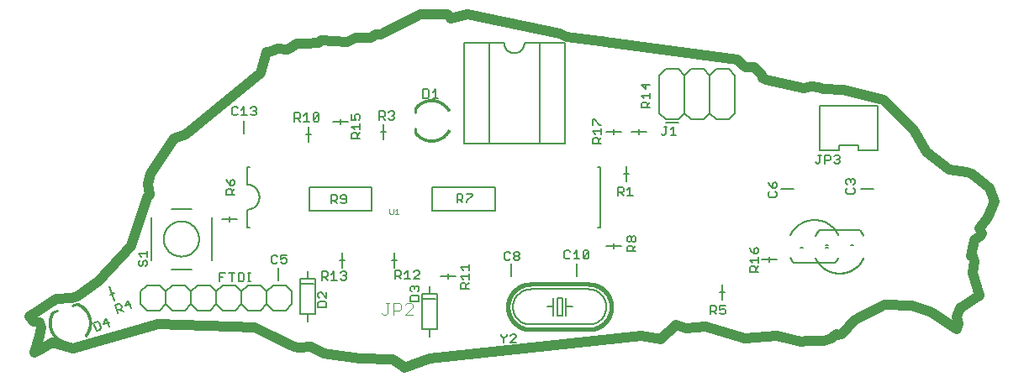
<source format=gto>
G75*
%MOIN*%
%OFA0B0*%
%FSLAX25Y25*%
%IPPOS*%
%LPD*%
%AMOC8*
5,1,8,0,0,1.08239X$1,22.5*
%
%ADD10C,0.03937*%
%ADD11C,0.00800*%
%ADD12C,0.00600*%
%ADD13C,0.00400*%
%ADD14C,0.00200*%
%ADD15C,0.01600*%
%ADD16C,0.00100*%
%ADD17C,0.01000*%
%ADD18C,0.00500*%
%ADD19C,0.00050*%
D10*
X0004974Y0009109D02*
X0008599Y0010950D01*
X0012012Y0013073D01*
X0020437Y0010601D01*
X0054076Y0020536D01*
X0092243Y0018963D01*
X0098431Y0015952D01*
X0108143Y0011476D01*
X0109912Y0011213D01*
X0114802Y0011306D01*
X0119671Y0008854D01*
X0134060Y0006796D01*
X0146967Y0006303D01*
X0150922Y0003671D01*
X0151577Y0002969D01*
X0161775Y0006582D01*
X0245825Y0015700D01*
X0253165Y0014374D01*
X0259311Y0020006D01*
X0263180Y0018804D01*
X0270943Y0019477D01*
X0286810Y0014558D01*
X0299270Y0015622D01*
X0308845Y0013542D01*
X0308930Y0013467D01*
X0311089Y0013740D01*
X0318065Y0013816D01*
X0321132Y0014655D01*
X0321638Y0015247D01*
X0322931Y0016264D01*
X0323020Y0016016D01*
X0324853Y0016501D01*
X0330392Y0021906D01*
X0342077Y0028031D01*
X0353020Y0027689D01*
X0360740Y0025035D01*
X0370728Y0018385D01*
X0371257Y0020372D01*
X0370657Y0023426D01*
X0371864Y0026800D01*
X0379743Y0031591D01*
X0376924Y0040714D01*
X0377752Y0045360D01*
X0377079Y0047445D01*
X0376169Y0047263D01*
X0377808Y0053836D01*
X0380062Y0055367D01*
X0380584Y0056546D01*
X0379620Y0058503D01*
X0382952Y0062872D01*
X0385808Y0069039D01*
X0383706Y0074413D01*
X0376649Y0080131D01*
X0374773Y0080843D01*
X0367564Y0081598D01*
X0358804Y0088618D01*
X0353819Y0097347D01*
X0341607Y0109350D01*
X0325589Y0113339D01*
X0317606Y0113753D01*
X0316135Y0114347D01*
X0313058Y0114855D01*
X0310020Y0114020D01*
X0294941Y0117395D01*
X0293793Y0118198D01*
X0293487Y0119284D01*
X0290434Y0122393D01*
X0286944Y0122475D01*
X0285560Y0123455D01*
X0283608Y0125527D01*
X0231200Y0132369D01*
X0230011Y0132615D01*
X0229560Y0132708D01*
X0229315Y0132749D01*
X0215829Y0134457D01*
X0213304Y0135804D01*
X0176592Y0143247D01*
X0170106Y0141704D01*
X0170004Y0142058D01*
X0168573Y0143432D01*
X0158076Y0143427D01*
X0142368Y0135463D01*
X0140410Y0135354D01*
X0138447Y0134109D01*
X0138318Y0134087D01*
X0137049Y0134116D01*
X0135817Y0134202D01*
X0132277Y0133918D01*
X0128857Y0132523D01*
X0118701Y0133075D01*
X0117754Y0132026D01*
X0117246Y0132129D01*
X0112555Y0131641D01*
X0109109Y0131799D01*
X0107928Y0131048D01*
X0106952Y0130245D01*
X0106108Y0129590D01*
X0106104Y0129591D01*
X0105437Y0129521D01*
X0101328Y0129736D01*
X0098882Y0128656D01*
X0097099Y0128276D01*
X0094714Y0120070D01*
X0065133Y0095796D01*
X0060444Y0094109D01*
X0051011Y0080057D01*
X0049954Y0076188D01*
X0050766Y0071772D01*
X0049598Y0070575D01*
X0043314Y0051470D01*
X0030316Y0037253D01*
X0022016Y0031439D01*
X0019812Y0030848D01*
X0013521Y0030544D01*
X0002969Y0023486D01*
X0004626Y0021255D01*
X0006861Y0020949D01*
X0007519Y0019204D01*
X0007160Y0015699D01*
X0004974Y0009109D01*
D11*
X0047034Y0028357D02*
X0049534Y0025857D01*
X0054534Y0025857D01*
X0057034Y0028357D01*
X0057034Y0033357D01*
X0059534Y0035857D01*
X0064534Y0035857D01*
X0067034Y0033357D01*
X0067034Y0028357D01*
X0064534Y0025857D01*
X0059534Y0025857D01*
X0057034Y0028357D01*
X0047034Y0028357D02*
X0047034Y0033357D01*
X0049534Y0035857D01*
X0054534Y0035857D01*
X0057034Y0033357D01*
X0067034Y0033357D02*
X0069534Y0035857D01*
X0074534Y0035857D01*
X0077034Y0033357D01*
X0077034Y0028357D01*
X0074534Y0025857D01*
X0069534Y0025857D01*
X0067034Y0028357D01*
X0077034Y0028357D02*
X0079534Y0025857D01*
X0084534Y0025857D01*
X0087034Y0028357D01*
X0087034Y0033357D01*
X0089534Y0035857D01*
X0094534Y0035857D01*
X0097034Y0033357D01*
X0097034Y0028357D01*
X0094534Y0025857D01*
X0089534Y0025857D01*
X0087034Y0028357D01*
X0097034Y0028357D02*
X0099534Y0025857D01*
X0104534Y0025857D01*
X0107034Y0028357D01*
X0107034Y0033357D01*
X0104534Y0035857D01*
X0099534Y0035857D01*
X0097034Y0033357D01*
X0087034Y0033357D02*
X0084534Y0035857D01*
X0079534Y0035857D01*
X0077034Y0033357D01*
X0067184Y0042216D02*
X0059255Y0042216D01*
X0051255Y0045716D02*
X0051255Y0062716D01*
X0059255Y0066216D02*
X0067302Y0066216D01*
X0075255Y0062716D02*
X0075255Y0045716D01*
X0056255Y0054216D02*
X0056257Y0054388D01*
X0056263Y0054559D01*
X0056274Y0054731D01*
X0056289Y0054902D01*
X0056308Y0055073D01*
X0056331Y0055243D01*
X0056358Y0055413D01*
X0056390Y0055582D01*
X0056425Y0055750D01*
X0056465Y0055917D01*
X0056509Y0056083D01*
X0056556Y0056248D01*
X0056608Y0056412D01*
X0056664Y0056574D01*
X0056724Y0056735D01*
X0056788Y0056895D01*
X0056856Y0057053D01*
X0056927Y0057209D01*
X0057002Y0057363D01*
X0057082Y0057516D01*
X0057164Y0057666D01*
X0057251Y0057815D01*
X0057341Y0057961D01*
X0057435Y0058105D01*
X0057532Y0058247D01*
X0057633Y0058386D01*
X0057737Y0058523D01*
X0057844Y0058657D01*
X0057955Y0058788D01*
X0058068Y0058917D01*
X0058185Y0059043D01*
X0058305Y0059166D01*
X0058428Y0059286D01*
X0058554Y0059403D01*
X0058683Y0059516D01*
X0058814Y0059627D01*
X0058948Y0059734D01*
X0059085Y0059838D01*
X0059224Y0059939D01*
X0059366Y0060036D01*
X0059510Y0060130D01*
X0059656Y0060220D01*
X0059805Y0060307D01*
X0059955Y0060389D01*
X0060108Y0060469D01*
X0060262Y0060544D01*
X0060418Y0060615D01*
X0060576Y0060683D01*
X0060736Y0060747D01*
X0060897Y0060807D01*
X0061059Y0060863D01*
X0061223Y0060915D01*
X0061388Y0060962D01*
X0061554Y0061006D01*
X0061721Y0061046D01*
X0061889Y0061081D01*
X0062058Y0061113D01*
X0062228Y0061140D01*
X0062398Y0061163D01*
X0062569Y0061182D01*
X0062740Y0061197D01*
X0062912Y0061208D01*
X0063083Y0061214D01*
X0063255Y0061216D01*
X0063427Y0061214D01*
X0063598Y0061208D01*
X0063770Y0061197D01*
X0063941Y0061182D01*
X0064112Y0061163D01*
X0064282Y0061140D01*
X0064452Y0061113D01*
X0064621Y0061081D01*
X0064789Y0061046D01*
X0064956Y0061006D01*
X0065122Y0060962D01*
X0065287Y0060915D01*
X0065451Y0060863D01*
X0065613Y0060807D01*
X0065774Y0060747D01*
X0065934Y0060683D01*
X0066092Y0060615D01*
X0066248Y0060544D01*
X0066402Y0060469D01*
X0066555Y0060389D01*
X0066705Y0060307D01*
X0066854Y0060220D01*
X0067000Y0060130D01*
X0067144Y0060036D01*
X0067286Y0059939D01*
X0067425Y0059838D01*
X0067562Y0059734D01*
X0067696Y0059627D01*
X0067827Y0059516D01*
X0067956Y0059403D01*
X0068082Y0059286D01*
X0068205Y0059166D01*
X0068325Y0059043D01*
X0068442Y0058917D01*
X0068555Y0058788D01*
X0068666Y0058657D01*
X0068773Y0058523D01*
X0068877Y0058386D01*
X0068978Y0058247D01*
X0069075Y0058105D01*
X0069169Y0057961D01*
X0069259Y0057815D01*
X0069346Y0057666D01*
X0069428Y0057516D01*
X0069508Y0057363D01*
X0069583Y0057209D01*
X0069654Y0057053D01*
X0069722Y0056895D01*
X0069786Y0056735D01*
X0069846Y0056574D01*
X0069902Y0056412D01*
X0069954Y0056248D01*
X0070001Y0056083D01*
X0070045Y0055917D01*
X0070085Y0055750D01*
X0070120Y0055582D01*
X0070152Y0055413D01*
X0070179Y0055243D01*
X0070202Y0055073D01*
X0070221Y0054902D01*
X0070236Y0054731D01*
X0070247Y0054559D01*
X0070253Y0054388D01*
X0070255Y0054216D01*
X0070253Y0054044D01*
X0070247Y0053873D01*
X0070236Y0053701D01*
X0070221Y0053530D01*
X0070202Y0053359D01*
X0070179Y0053189D01*
X0070152Y0053019D01*
X0070120Y0052850D01*
X0070085Y0052682D01*
X0070045Y0052515D01*
X0070001Y0052349D01*
X0069954Y0052184D01*
X0069902Y0052020D01*
X0069846Y0051858D01*
X0069786Y0051697D01*
X0069722Y0051537D01*
X0069654Y0051379D01*
X0069583Y0051223D01*
X0069508Y0051069D01*
X0069428Y0050916D01*
X0069346Y0050766D01*
X0069259Y0050617D01*
X0069169Y0050471D01*
X0069075Y0050327D01*
X0068978Y0050185D01*
X0068877Y0050046D01*
X0068773Y0049909D01*
X0068666Y0049775D01*
X0068555Y0049644D01*
X0068442Y0049515D01*
X0068325Y0049389D01*
X0068205Y0049266D01*
X0068082Y0049146D01*
X0067956Y0049029D01*
X0067827Y0048916D01*
X0067696Y0048805D01*
X0067562Y0048698D01*
X0067425Y0048594D01*
X0067286Y0048493D01*
X0067144Y0048396D01*
X0067000Y0048302D01*
X0066854Y0048212D01*
X0066705Y0048125D01*
X0066555Y0048043D01*
X0066402Y0047963D01*
X0066248Y0047888D01*
X0066092Y0047817D01*
X0065934Y0047749D01*
X0065774Y0047685D01*
X0065613Y0047625D01*
X0065451Y0047569D01*
X0065287Y0047517D01*
X0065122Y0047470D01*
X0064956Y0047426D01*
X0064789Y0047386D01*
X0064621Y0047351D01*
X0064452Y0047319D01*
X0064282Y0047292D01*
X0064112Y0047269D01*
X0063941Y0047250D01*
X0063770Y0047235D01*
X0063598Y0047224D01*
X0063427Y0047218D01*
X0063255Y0047216D01*
X0063083Y0047218D01*
X0062912Y0047224D01*
X0062740Y0047235D01*
X0062569Y0047250D01*
X0062398Y0047269D01*
X0062228Y0047292D01*
X0062058Y0047319D01*
X0061889Y0047351D01*
X0061721Y0047386D01*
X0061554Y0047426D01*
X0061388Y0047470D01*
X0061223Y0047517D01*
X0061059Y0047569D01*
X0060897Y0047625D01*
X0060736Y0047685D01*
X0060576Y0047749D01*
X0060418Y0047817D01*
X0060262Y0047888D01*
X0060108Y0047963D01*
X0059955Y0048043D01*
X0059805Y0048125D01*
X0059656Y0048212D01*
X0059510Y0048302D01*
X0059366Y0048396D01*
X0059224Y0048493D01*
X0059085Y0048594D01*
X0058948Y0048698D01*
X0058814Y0048805D01*
X0058683Y0048916D01*
X0058554Y0049029D01*
X0058428Y0049146D01*
X0058305Y0049266D01*
X0058185Y0049389D01*
X0058068Y0049515D01*
X0057955Y0049644D01*
X0057844Y0049775D01*
X0057737Y0049909D01*
X0057633Y0050046D01*
X0057532Y0050185D01*
X0057435Y0050327D01*
X0057341Y0050471D01*
X0057251Y0050617D01*
X0057164Y0050766D01*
X0057082Y0050916D01*
X0057002Y0051069D01*
X0056927Y0051223D01*
X0056856Y0051379D01*
X0056788Y0051537D01*
X0056724Y0051697D01*
X0056664Y0051858D01*
X0056608Y0052020D01*
X0056556Y0052184D01*
X0056509Y0052349D01*
X0056465Y0052515D01*
X0056425Y0052682D01*
X0056390Y0052850D01*
X0056358Y0053019D01*
X0056331Y0053189D01*
X0056308Y0053359D01*
X0056289Y0053530D01*
X0056274Y0053701D01*
X0056263Y0053873D01*
X0056257Y0054044D01*
X0056255Y0054216D01*
X0079349Y0061972D02*
X0082349Y0061972D01*
X0082349Y0062972D01*
X0082349Y0061972D02*
X0082349Y0060972D01*
X0082349Y0061972D02*
X0085349Y0061972D01*
X0089193Y0058843D02*
X0090193Y0058843D01*
X0089193Y0058843D02*
X0089193Y0065843D01*
X0089333Y0065845D01*
X0089473Y0065851D01*
X0089613Y0065861D01*
X0089753Y0065874D01*
X0089892Y0065892D01*
X0090031Y0065914D01*
X0090168Y0065939D01*
X0090306Y0065968D01*
X0090442Y0066001D01*
X0090577Y0066038D01*
X0090711Y0066079D01*
X0090844Y0066124D01*
X0090976Y0066172D01*
X0091106Y0066224D01*
X0091235Y0066279D01*
X0091362Y0066338D01*
X0091488Y0066401D01*
X0091612Y0066467D01*
X0091733Y0066536D01*
X0091853Y0066609D01*
X0091971Y0066686D01*
X0092086Y0066765D01*
X0092200Y0066848D01*
X0092310Y0066934D01*
X0092419Y0067023D01*
X0092525Y0067115D01*
X0092628Y0067210D01*
X0092729Y0067307D01*
X0092826Y0067408D01*
X0092921Y0067511D01*
X0093013Y0067617D01*
X0093102Y0067726D01*
X0093188Y0067836D01*
X0093271Y0067950D01*
X0093350Y0068065D01*
X0093427Y0068183D01*
X0093500Y0068303D01*
X0093569Y0068424D01*
X0093635Y0068548D01*
X0093698Y0068674D01*
X0093757Y0068801D01*
X0093812Y0068930D01*
X0093864Y0069060D01*
X0093912Y0069192D01*
X0093957Y0069325D01*
X0093998Y0069459D01*
X0094035Y0069594D01*
X0094068Y0069730D01*
X0094097Y0069868D01*
X0094122Y0070005D01*
X0094144Y0070144D01*
X0094162Y0070283D01*
X0094175Y0070423D01*
X0094185Y0070563D01*
X0094191Y0070703D01*
X0094193Y0070843D01*
X0094191Y0070983D01*
X0094185Y0071123D01*
X0094175Y0071263D01*
X0094162Y0071403D01*
X0094144Y0071542D01*
X0094122Y0071681D01*
X0094097Y0071818D01*
X0094068Y0071956D01*
X0094035Y0072092D01*
X0093998Y0072227D01*
X0093957Y0072361D01*
X0093912Y0072494D01*
X0093864Y0072626D01*
X0093812Y0072756D01*
X0093757Y0072885D01*
X0093698Y0073012D01*
X0093635Y0073138D01*
X0093569Y0073262D01*
X0093500Y0073383D01*
X0093427Y0073503D01*
X0093350Y0073621D01*
X0093271Y0073736D01*
X0093188Y0073850D01*
X0093102Y0073960D01*
X0093013Y0074069D01*
X0092921Y0074175D01*
X0092826Y0074278D01*
X0092729Y0074379D01*
X0092628Y0074476D01*
X0092525Y0074571D01*
X0092419Y0074663D01*
X0092310Y0074752D01*
X0092200Y0074838D01*
X0092086Y0074921D01*
X0091971Y0075000D01*
X0091853Y0075077D01*
X0091733Y0075150D01*
X0091612Y0075219D01*
X0091488Y0075285D01*
X0091362Y0075348D01*
X0091235Y0075407D01*
X0091106Y0075462D01*
X0090976Y0075514D01*
X0090844Y0075562D01*
X0090711Y0075607D01*
X0090577Y0075648D01*
X0090442Y0075685D01*
X0090306Y0075718D01*
X0090168Y0075747D01*
X0090031Y0075772D01*
X0089892Y0075794D01*
X0089753Y0075812D01*
X0089613Y0075825D01*
X0089473Y0075835D01*
X0089333Y0075841D01*
X0089193Y0075843D01*
X0089193Y0082843D01*
X0090193Y0082843D01*
X0113884Y0074774D02*
X0138688Y0074774D01*
X0138688Y0065325D01*
X0113884Y0065325D01*
X0113884Y0074774D01*
X0113570Y0092712D02*
X0113570Y0095712D01*
X0114570Y0095712D01*
X0113570Y0095712D02*
X0112570Y0095712D01*
X0113570Y0095712D02*
X0113570Y0098712D01*
X0123444Y0100712D02*
X0126444Y0100712D01*
X0126444Y0099712D01*
X0126444Y0100712D02*
X0126444Y0101712D01*
X0126444Y0100712D02*
X0129444Y0100712D01*
X0142371Y0096748D02*
X0143371Y0096748D01*
X0144371Y0096748D01*
X0143371Y0096748D02*
X0143371Y0099748D01*
X0143371Y0096748D02*
X0143371Y0093748D01*
X0162752Y0074729D02*
X0187555Y0074729D01*
X0187555Y0065280D01*
X0162752Y0065280D01*
X0162752Y0074729D01*
X0228193Y0082843D02*
X0229193Y0082843D01*
X0229193Y0058843D01*
X0228193Y0058843D01*
X0231712Y0051342D02*
X0234712Y0051342D01*
X0234712Y0052342D01*
X0234712Y0051342D02*
X0234712Y0050342D01*
X0234712Y0051342D02*
X0237712Y0051342D01*
X0219992Y0044551D02*
X0219992Y0039551D01*
X0194123Y0039400D02*
X0194123Y0044400D01*
X0171842Y0039378D02*
X0168842Y0039378D01*
X0168842Y0038378D01*
X0168842Y0039378D02*
X0168842Y0040378D01*
X0168842Y0039378D02*
X0165842Y0039378D01*
X0161547Y0035450D02*
X0161547Y0032450D01*
X0164547Y0032450D01*
X0164547Y0018450D01*
X0161547Y0018450D01*
X0161547Y0015450D01*
X0161547Y0018450D02*
X0158547Y0018450D01*
X0158547Y0032450D01*
X0161547Y0032450D01*
X0164047Y0030450D02*
X0159047Y0030450D01*
X0147666Y0042664D02*
X0147666Y0045664D01*
X0146666Y0045664D01*
X0147666Y0045664D02*
X0148666Y0045664D01*
X0147666Y0045664D02*
X0147666Y0048664D01*
X0127961Y0045696D02*
X0126961Y0045696D01*
X0125961Y0045696D01*
X0126961Y0045696D02*
X0126961Y0042696D01*
X0126961Y0045696D02*
X0126961Y0048696D01*
X0113215Y0041483D02*
X0113215Y0038483D01*
X0116215Y0038483D01*
X0116215Y0024483D01*
X0113215Y0024483D01*
X0113215Y0021483D01*
X0113215Y0024483D02*
X0110215Y0024483D01*
X0110215Y0038483D01*
X0113215Y0038483D01*
X0115715Y0036483D02*
X0110715Y0036483D01*
X0101716Y0037700D02*
X0101716Y0042700D01*
X0036729Y0032771D02*
X0035789Y0032429D01*
X0034850Y0032087D01*
X0035789Y0032429D02*
X0036815Y0029610D01*
X0035789Y0032429D02*
X0034763Y0035248D01*
X0087977Y0096079D02*
X0087977Y0101079D01*
X0199246Y0132002D02*
X0205246Y0132002D01*
X0252719Y0119164D02*
X0255219Y0121664D01*
X0260219Y0121664D01*
X0262719Y0119164D01*
X0262719Y0104164D01*
X0265219Y0101664D01*
X0270219Y0101664D01*
X0272719Y0104164D01*
X0272719Y0119164D01*
X0275219Y0121664D01*
X0280219Y0121664D01*
X0282719Y0119164D01*
X0282719Y0104164D01*
X0280219Y0101664D01*
X0275219Y0101664D01*
X0272719Y0104164D01*
X0262719Y0104164D02*
X0260219Y0101664D01*
X0255219Y0101664D01*
X0252719Y0104164D01*
X0252719Y0119164D01*
X0262719Y0119164D02*
X0265219Y0121664D01*
X0270219Y0121664D01*
X0272719Y0119164D01*
X0316224Y0106983D02*
X0339452Y0106983D01*
X0339452Y0089266D01*
X0331775Y0089266D01*
X0331775Y0091235D01*
X0323901Y0091235D01*
X0323901Y0089266D01*
X0316224Y0089266D01*
X0316224Y0106983D01*
X0260219Y0100345D02*
X0255219Y0100345D01*
X0247554Y0096775D02*
X0244554Y0096775D01*
X0244554Y0095775D01*
X0244554Y0096775D02*
X0244554Y0097775D01*
X0244554Y0096775D02*
X0241554Y0096775D01*
X0237712Y0096775D02*
X0234712Y0096775D01*
X0234712Y0095775D01*
X0234712Y0096775D02*
X0231712Y0096775D01*
X0234712Y0096775D02*
X0234712Y0097775D01*
X0239554Y0082964D02*
X0239554Y0079964D01*
X0240554Y0079964D01*
X0239554Y0079964D02*
X0238554Y0079964D01*
X0239554Y0079964D02*
X0239554Y0076964D01*
X0301109Y0074058D02*
X0306109Y0074058D01*
X0332605Y0074058D02*
X0337605Y0074058D01*
X0296281Y0046987D02*
X0296281Y0045987D01*
X0296281Y0044987D01*
X0296281Y0045987D02*
X0293281Y0045987D01*
X0296281Y0045987D02*
X0299281Y0045987D01*
X0277803Y0036030D02*
X0277803Y0033030D01*
X0276803Y0033030D01*
X0277803Y0033030D02*
X0278803Y0033030D01*
X0277803Y0033030D02*
X0277803Y0030030D01*
D12*
X0276720Y0027682D02*
X0276720Y0025981D01*
X0277854Y0026548D01*
X0278421Y0026548D01*
X0278988Y0025981D01*
X0278988Y0024846D01*
X0278421Y0024279D01*
X0277287Y0024279D01*
X0276720Y0024846D01*
X0275305Y0024279D02*
X0274171Y0025413D01*
X0274738Y0025413D02*
X0273036Y0025413D01*
X0273036Y0024279D02*
X0273036Y0027682D01*
X0274738Y0027682D01*
X0275305Y0027115D01*
X0275305Y0025981D01*
X0274738Y0025413D01*
X0276720Y0027682D02*
X0278988Y0027682D01*
X0288581Y0041009D02*
X0288581Y0042711D01*
X0289148Y0043278D01*
X0290282Y0043278D01*
X0290849Y0042711D01*
X0290849Y0041009D01*
X0290849Y0042144D02*
X0291984Y0043278D01*
X0291984Y0044692D02*
X0291984Y0046961D01*
X0291984Y0045827D02*
X0288581Y0045827D01*
X0289715Y0044692D01*
X0288581Y0041009D02*
X0291984Y0041009D01*
X0291417Y0048376D02*
X0291984Y0048943D01*
X0291984Y0050077D01*
X0291417Y0050644D01*
X0290849Y0050644D01*
X0290282Y0050077D01*
X0290282Y0048376D01*
X0291417Y0048376D01*
X0290282Y0048376D02*
X0289148Y0049510D01*
X0288581Y0050644D01*
X0243412Y0051544D02*
X0242277Y0050410D01*
X0242277Y0050977D02*
X0242277Y0049275D01*
X0243412Y0049275D02*
X0240009Y0049275D01*
X0240009Y0050977D01*
X0240576Y0051544D01*
X0241710Y0051544D01*
X0242277Y0050977D01*
X0242277Y0052959D02*
X0241710Y0053526D01*
X0241710Y0054660D01*
X0242277Y0055227D01*
X0242844Y0055227D01*
X0243412Y0054660D01*
X0243412Y0053526D01*
X0242844Y0052959D01*
X0242277Y0052959D01*
X0241710Y0053526D02*
X0241143Y0052959D01*
X0240576Y0052959D01*
X0240009Y0053526D01*
X0240009Y0054660D01*
X0240576Y0055227D01*
X0241143Y0055227D01*
X0241710Y0054660D01*
X0224784Y0049113D02*
X0222515Y0046844D01*
X0223082Y0046277D01*
X0224217Y0046277D01*
X0224784Y0046844D01*
X0224784Y0049113D01*
X0224217Y0049680D01*
X0223082Y0049680D01*
X0222515Y0049113D01*
X0222515Y0046844D01*
X0221101Y0046277D02*
X0218832Y0046277D01*
X0219966Y0046277D02*
X0219966Y0049680D01*
X0218832Y0048546D01*
X0217418Y0049113D02*
X0216850Y0049680D01*
X0215716Y0049680D01*
X0215149Y0049113D01*
X0215149Y0046844D01*
X0215716Y0046277D01*
X0216850Y0046277D01*
X0217418Y0046844D01*
X0197339Y0046824D02*
X0197339Y0046257D01*
X0196772Y0045689D01*
X0195638Y0045689D01*
X0195071Y0046257D01*
X0195071Y0046824D01*
X0195638Y0047391D01*
X0196772Y0047391D01*
X0197339Y0046824D01*
X0196772Y0047391D02*
X0197339Y0047958D01*
X0197339Y0048525D01*
X0196772Y0049092D01*
X0195638Y0049092D01*
X0195071Y0048525D01*
X0195071Y0047958D01*
X0195638Y0047391D01*
X0193656Y0048525D02*
X0193089Y0049092D01*
X0191955Y0049092D01*
X0191388Y0048525D01*
X0191388Y0046257D01*
X0191955Y0045689D01*
X0193089Y0045689D01*
X0193656Y0046257D01*
X0177290Y0044093D02*
X0177290Y0041824D01*
X0177290Y0042959D02*
X0173887Y0042959D01*
X0175022Y0041824D01*
X0177290Y0040410D02*
X0177290Y0038141D01*
X0177290Y0039275D02*
X0173887Y0039275D01*
X0175022Y0038141D01*
X0174454Y0036727D02*
X0175589Y0036727D01*
X0176156Y0036159D01*
X0176156Y0034458D01*
X0177290Y0034458D02*
X0173887Y0034458D01*
X0173887Y0036159D01*
X0174454Y0036727D01*
X0176156Y0035592D02*
X0177290Y0036727D01*
X0157686Y0038267D02*
X0155417Y0038267D01*
X0157686Y0040536D01*
X0157686Y0041103D01*
X0157119Y0041670D01*
X0155984Y0041670D01*
X0155417Y0041103D01*
X0152868Y0041670D02*
X0152868Y0038267D01*
X0151734Y0038267D02*
X0154003Y0038267D01*
X0151734Y0040536D02*
X0152868Y0041670D01*
X0150319Y0041103D02*
X0150319Y0039969D01*
X0149752Y0039402D01*
X0148051Y0039402D01*
X0149185Y0039402D02*
X0150319Y0038267D01*
X0148051Y0038267D02*
X0148051Y0041670D01*
X0149752Y0041670D01*
X0150319Y0041103D01*
X0154606Y0035504D02*
X0155173Y0035504D01*
X0155741Y0034936D01*
X0156308Y0035504D01*
X0156875Y0035504D01*
X0157442Y0034936D01*
X0157442Y0033802D01*
X0156875Y0033235D01*
X0156875Y0031820D02*
X0154606Y0031820D01*
X0154039Y0031253D01*
X0154039Y0029552D01*
X0157442Y0029552D01*
X0157442Y0031253D01*
X0156875Y0031820D01*
X0154606Y0033235D02*
X0154039Y0033802D01*
X0154039Y0034936D01*
X0154606Y0035504D01*
X0155741Y0034936D02*
X0155741Y0034369D01*
X0128544Y0038429D02*
X0127977Y0037862D01*
X0126842Y0037862D01*
X0126275Y0038429D01*
X0124861Y0037862D02*
X0122592Y0037862D01*
X0123726Y0037862D02*
X0123726Y0041265D01*
X0122592Y0040130D01*
X0121178Y0039563D02*
X0120610Y0038996D01*
X0118909Y0038996D01*
X0118909Y0037862D02*
X0118909Y0041265D01*
X0120610Y0041265D01*
X0121178Y0040698D01*
X0121178Y0039563D01*
X0120043Y0038996D02*
X0121178Y0037862D01*
X0126275Y0040698D02*
X0126842Y0041265D01*
X0127977Y0041265D01*
X0128544Y0040698D01*
X0128544Y0040130D01*
X0127977Y0039563D01*
X0128544Y0038996D01*
X0128544Y0038429D01*
X0127977Y0039563D02*
X0127410Y0039563D01*
X0120792Y0033021D02*
X0120792Y0030753D01*
X0118523Y0033021D01*
X0117956Y0033021D01*
X0117389Y0032454D01*
X0117389Y0031320D01*
X0117956Y0030753D01*
X0117956Y0029338D02*
X0117389Y0028771D01*
X0117389Y0027070D01*
X0120792Y0027070D01*
X0120792Y0028771D01*
X0120224Y0029338D01*
X0117956Y0029338D01*
X0090659Y0037374D02*
X0089525Y0037374D01*
X0090092Y0037374D02*
X0090092Y0040777D01*
X0089525Y0040777D02*
X0090659Y0040777D01*
X0088110Y0040210D02*
X0087543Y0040777D01*
X0085842Y0040777D01*
X0085842Y0037374D01*
X0087543Y0037374D01*
X0088110Y0037941D01*
X0088110Y0040210D01*
X0084427Y0040777D02*
X0082158Y0040777D01*
X0083293Y0040777D02*
X0083293Y0037374D01*
X0079610Y0039075D02*
X0078475Y0039075D01*
X0078475Y0037374D02*
X0078475Y0040777D01*
X0080744Y0040777D01*
X0098997Y0044951D02*
X0098997Y0047220D01*
X0099565Y0047787D01*
X0100699Y0047787D01*
X0101266Y0047220D01*
X0102681Y0047787D02*
X0102681Y0046086D01*
X0103815Y0046653D01*
X0104382Y0046653D01*
X0104949Y0046086D01*
X0104949Y0044951D01*
X0104382Y0044384D01*
X0103248Y0044384D01*
X0102681Y0044951D01*
X0101266Y0044951D02*
X0100699Y0044384D01*
X0099565Y0044384D01*
X0098997Y0044951D01*
X0102681Y0047787D02*
X0104949Y0047787D01*
X0122664Y0068232D02*
X0122664Y0071635D01*
X0124365Y0071635D01*
X0124933Y0071068D01*
X0124933Y0069934D01*
X0124365Y0069367D01*
X0122664Y0069367D01*
X0123798Y0069367D02*
X0124933Y0068232D01*
X0126347Y0068800D02*
X0126914Y0068232D01*
X0128049Y0068232D01*
X0128616Y0068800D01*
X0128616Y0071068D01*
X0128049Y0071635D01*
X0126914Y0071635D01*
X0126347Y0071068D01*
X0126347Y0070501D01*
X0126914Y0069934D01*
X0128616Y0069934D01*
X0172547Y0069809D02*
X0174248Y0069809D01*
X0174816Y0070376D01*
X0174816Y0071511D01*
X0174248Y0072078D01*
X0172547Y0072078D01*
X0172547Y0068675D01*
X0173681Y0069809D02*
X0174816Y0068675D01*
X0176230Y0068675D02*
X0176230Y0069242D01*
X0178499Y0071511D01*
X0178499Y0072078D01*
X0176230Y0072078D01*
X0175246Y0092002D02*
X0185246Y0092002D01*
X0185246Y0132002D01*
X0191246Y0132002D01*
X0191248Y0131876D01*
X0191254Y0131751D01*
X0191264Y0131626D01*
X0191278Y0131501D01*
X0191295Y0131376D01*
X0191317Y0131252D01*
X0191342Y0131129D01*
X0191372Y0131007D01*
X0191405Y0130886D01*
X0191442Y0130766D01*
X0191482Y0130647D01*
X0191527Y0130530D01*
X0191575Y0130413D01*
X0191627Y0130299D01*
X0191682Y0130186D01*
X0191741Y0130075D01*
X0191803Y0129966D01*
X0191869Y0129859D01*
X0191938Y0129754D01*
X0192010Y0129651D01*
X0192085Y0129550D01*
X0192164Y0129452D01*
X0192246Y0129357D01*
X0192330Y0129264D01*
X0192418Y0129174D01*
X0192508Y0129086D01*
X0192601Y0129002D01*
X0192696Y0128920D01*
X0192794Y0128841D01*
X0192895Y0128766D01*
X0192998Y0128694D01*
X0193103Y0128625D01*
X0193210Y0128559D01*
X0193319Y0128497D01*
X0193430Y0128438D01*
X0193543Y0128383D01*
X0193657Y0128331D01*
X0193774Y0128283D01*
X0193891Y0128238D01*
X0194010Y0128198D01*
X0194130Y0128161D01*
X0194251Y0128128D01*
X0194373Y0128098D01*
X0194496Y0128073D01*
X0194620Y0128051D01*
X0194745Y0128034D01*
X0194870Y0128020D01*
X0194995Y0128010D01*
X0195120Y0128004D01*
X0195246Y0128002D01*
X0195372Y0128004D01*
X0195497Y0128010D01*
X0195622Y0128020D01*
X0195747Y0128034D01*
X0195872Y0128051D01*
X0195996Y0128073D01*
X0196119Y0128098D01*
X0196241Y0128128D01*
X0196362Y0128161D01*
X0196482Y0128198D01*
X0196601Y0128238D01*
X0196718Y0128283D01*
X0196835Y0128331D01*
X0196949Y0128383D01*
X0197062Y0128438D01*
X0197173Y0128497D01*
X0197282Y0128559D01*
X0197389Y0128625D01*
X0197494Y0128694D01*
X0197597Y0128766D01*
X0197698Y0128841D01*
X0197796Y0128920D01*
X0197891Y0129002D01*
X0197984Y0129086D01*
X0198074Y0129174D01*
X0198162Y0129264D01*
X0198246Y0129357D01*
X0198328Y0129452D01*
X0198407Y0129550D01*
X0198482Y0129651D01*
X0198554Y0129754D01*
X0198623Y0129859D01*
X0198689Y0129966D01*
X0198751Y0130075D01*
X0198810Y0130186D01*
X0198865Y0130299D01*
X0198917Y0130413D01*
X0198965Y0130530D01*
X0199010Y0130647D01*
X0199050Y0130766D01*
X0199087Y0130886D01*
X0199120Y0131007D01*
X0199150Y0131129D01*
X0199175Y0131252D01*
X0199197Y0131376D01*
X0199214Y0131501D01*
X0199228Y0131626D01*
X0199238Y0131751D01*
X0199244Y0131876D01*
X0199246Y0132002D01*
X0205246Y0132002D02*
X0205246Y0092002D01*
X0185246Y0092002D01*
X0175246Y0092002D02*
X0175246Y0132002D01*
X0185246Y0132002D01*
X0205246Y0132002D02*
X0215246Y0132002D01*
X0215246Y0092002D01*
X0205246Y0092002D01*
X0226323Y0092126D02*
X0226323Y0093828D01*
X0226890Y0094395D01*
X0228024Y0094395D01*
X0228592Y0093828D01*
X0228592Y0092126D01*
X0229726Y0092126D02*
X0226323Y0092126D01*
X0228592Y0093261D02*
X0229726Y0094395D01*
X0229726Y0095809D02*
X0229726Y0098078D01*
X0229726Y0096944D02*
X0226323Y0096944D01*
X0227457Y0095809D01*
X0226323Y0099493D02*
X0226323Y0101761D01*
X0226890Y0101761D01*
X0229159Y0099493D01*
X0229726Y0099493D01*
X0245604Y0106228D02*
X0245604Y0107930D01*
X0246171Y0108497D01*
X0247305Y0108497D01*
X0247873Y0107930D01*
X0247873Y0106228D01*
X0249007Y0106228D02*
X0245604Y0106228D01*
X0247873Y0107363D02*
X0249007Y0108497D01*
X0249007Y0109911D02*
X0249007Y0112180D01*
X0249007Y0111046D02*
X0245604Y0111046D01*
X0246738Y0109911D01*
X0247305Y0113595D02*
X0247305Y0115863D01*
X0245604Y0115296D02*
X0247305Y0113595D01*
X0245604Y0115296D02*
X0249007Y0115296D01*
X0254656Y0098878D02*
X0255791Y0098878D01*
X0255224Y0098878D02*
X0255224Y0096042D01*
X0254656Y0095475D01*
X0254089Y0095475D01*
X0253522Y0096042D01*
X0257205Y0095475D02*
X0259474Y0095475D01*
X0258340Y0095475D02*
X0258340Y0098878D01*
X0257205Y0097743D01*
X0295914Y0076731D02*
X0296481Y0075597D01*
X0297616Y0074462D01*
X0297616Y0076164D01*
X0298183Y0076731D01*
X0298750Y0076731D01*
X0299317Y0076164D01*
X0299317Y0075030D01*
X0298750Y0074462D01*
X0297616Y0074462D01*
X0298750Y0073048D02*
X0299317Y0072481D01*
X0299317Y0071346D01*
X0298750Y0070779D01*
X0296481Y0070779D01*
X0295914Y0071346D01*
X0295914Y0072481D01*
X0296481Y0073048D01*
X0314631Y0084654D02*
X0315198Y0084087D01*
X0315765Y0084087D01*
X0316332Y0084654D01*
X0316332Y0087490D01*
X0315765Y0087490D02*
X0316899Y0087490D01*
X0318314Y0087490D02*
X0320015Y0087490D01*
X0320583Y0086923D01*
X0320583Y0085789D01*
X0320015Y0085222D01*
X0318314Y0085222D01*
X0318314Y0084087D02*
X0318314Y0087490D01*
X0321997Y0086923D02*
X0322564Y0087490D01*
X0323699Y0087490D01*
X0324266Y0086923D01*
X0324266Y0086356D01*
X0323699Y0085789D01*
X0324266Y0085222D01*
X0324266Y0084654D01*
X0323699Y0084087D01*
X0322564Y0084087D01*
X0321997Y0084654D01*
X0323131Y0085789D02*
X0323699Y0085789D01*
X0327363Y0077979D02*
X0327930Y0077979D01*
X0328498Y0077412D01*
X0329065Y0077979D01*
X0329632Y0077979D01*
X0330199Y0077412D01*
X0330199Y0076278D01*
X0329632Y0075711D01*
X0329632Y0074296D02*
X0330199Y0073729D01*
X0330199Y0072595D01*
X0329632Y0072027D01*
X0327363Y0072027D01*
X0326796Y0072595D01*
X0326796Y0073729D01*
X0327363Y0074296D01*
X0327363Y0075711D02*
X0326796Y0076278D01*
X0326796Y0077412D01*
X0327363Y0077979D01*
X0328498Y0077412D02*
X0328498Y0076845D01*
X0242230Y0071444D02*
X0239961Y0071444D01*
X0241095Y0071444D02*
X0241095Y0074847D01*
X0239961Y0073713D01*
X0238546Y0074280D02*
X0238546Y0073145D01*
X0237979Y0072578D01*
X0236278Y0072578D01*
X0236278Y0071444D02*
X0236278Y0074847D01*
X0237979Y0074847D01*
X0238546Y0074280D01*
X0237412Y0072578D02*
X0238546Y0071444D01*
X0147707Y0102072D02*
X0147140Y0101505D01*
X0146006Y0101505D01*
X0145438Y0102072D01*
X0144024Y0101505D02*
X0142890Y0102639D01*
X0143457Y0102639D02*
X0141755Y0102639D01*
X0141755Y0101505D02*
X0141755Y0104908D01*
X0143457Y0104908D01*
X0144024Y0104340D01*
X0144024Y0103206D01*
X0143457Y0102639D01*
X0145438Y0104340D02*
X0146006Y0104908D01*
X0147140Y0104908D01*
X0147707Y0104340D01*
X0147707Y0103773D01*
X0147140Y0103206D01*
X0147707Y0102639D01*
X0147707Y0102072D01*
X0147140Y0103206D02*
X0146573Y0103206D01*
X0134123Y0103090D02*
X0134123Y0101956D01*
X0133555Y0101389D01*
X0132421Y0101389D02*
X0131854Y0102523D01*
X0131854Y0103090D01*
X0132421Y0103658D01*
X0133555Y0103658D01*
X0134123Y0103090D01*
X0132421Y0101389D02*
X0130720Y0101389D01*
X0130720Y0103658D01*
X0134123Y0099974D02*
X0134123Y0097706D01*
X0134123Y0098840D02*
X0130720Y0098840D01*
X0131854Y0097706D01*
X0131287Y0096291D02*
X0132421Y0096291D01*
X0132988Y0095724D01*
X0132988Y0094023D01*
X0132988Y0095157D02*
X0134123Y0096291D01*
X0134123Y0094023D02*
X0130720Y0094023D01*
X0130720Y0095724D01*
X0131287Y0096291D01*
X0117774Y0101414D02*
X0117207Y0100846D01*
X0116072Y0100846D01*
X0115505Y0101414D01*
X0117774Y0103682D01*
X0117774Y0101414D01*
X0117774Y0103682D02*
X0117207Y0104249D01*
X0116072Y0104249D01*
X0115505Y0103682D01*
X0115505Y0101414D01*
X0114091Y0100846D02*
X0111822Y0100846D01*
X0112956Y0100846D02*
X0112956Y0104249D01*
X0111822Y0103115D01*
X0110407Y0102548D02*
X0109840Y0101981D01*
X0108139Y0101981D01*
X0109273Y0101981D02*
X0110407Y0100846D01*
X0108139Y0100846D02*
X0108139Y0104249D01*
X0109840Y0104249D01*
X0110407Y0103682D01*
X0110407Y0102548D01*
X0092943Y0103845D02*
X0092376Y0103278D01*
X0091242Y0103278D01*
X0090675Y0103845D01*
X0089260Y0103278D02*
X0086991Y0103278D01*
X0088126Y0103278D02*
X0088126Y0106681D01*
X0086991Y0105547D01*
X0085577Y0106114D02*
X0085010Y0106681D01*
X0083875Y0106681D01*
X0083308Y0106114D01*
X0083308Y0103845D01*
X0083875Y0103278D01*
X0085010Y0103278D01*
X0085577Y0103845D01*
X0091809Y0104979D02*
X0092376Y0104979D01*
X0092943Y0104412D01*
X0092943Y0103845D01*
X0092376Y0104979D02*
X0092943Y0105547D01*
X0092943Y0106114D01*
X0092376Y0106681D01*
X0091242Y0106681D01*
X0090675Y0106114D01*
X0159160Y0110182D02*
X0160862Y0110182D01*
X0161429Y0110749D01*
X0161429Y0113018D01*
X0160862Y0113585D01*
X0159160Y0113585D01*
X0159160Y0110182D01*
X0162844Y0110182D02*
X0165112Y0110182D01*
X0163978Y0110182D02*
X0163978Y0113585D01*
X0162844Y0112451D01*
X0084348Y0077146D02*
X0083780Y0077713D01*
X0083213Y0077713D01*
X0082646Y0077146D01*
X0082646Y0075444D01*
X0083780Y0075444D01*
X0084348Y0076012D01*
X0084348Y0077146D01*
X0082646Y0075444D02*
X0081512Y0076579D01*
X0080945Y0077713D01*
X0081512Y0074030D02*
X0082646Y0074030D01*
X0083213Y0073463D01*
X0083213Y0071761D01*
X0084348Y0071761D02*
X0080945Y0071761D01*
X0080945Y0073463D01*
X0081512Y0074030D01*
X0083213Y0072896D02*
X0084348Y0074030D01*
X0049694Y0049387D02*
X0049694Y0047118D01*
X0049694Y0048252D02*
X0046291Y0048252D01*
X0047425Y0047118D01*
X0046858Y0045703D02*
X0046291Y0045136D01*
X0046291Y0044002D01*
X0046858Y0043435D01*
X0047425Y0043435D01*
X0047992Y0044002D01*
X0047992Y0045136D01*
X0048560Y0045703D01*
X0049127Y0045703D01*
X0049694Y0045136D01*
X0049694Y0044002D01*
X0049127Y0043435D01*
X0042033Y0029754D02*
X0041016Y0027573D01*
X0043147Y0028349D01*
X0043196Y0026556D02*
X0042033Y0029754D01*
X0039298Y0028155D02*
X0038572Y0028494D01*
X0036973Y0027912D01*
X0038137Y0024715D01*
X0037749Y0025780D02*
X0039347Y0026362D01*
X0039686Y0027089D01*
X0039298Y0028155D01*
X0038815Y0026168D02*
X0040268Y0025491D01*
X0033435Y0022621D02*
X0032418Y0020440D01*
X0034550Y0021216D01*
X0034599Y0019423D02*
X0033435Y0022621D01*
X0030701Y0021022D02*
X0029974Y0021361D01*
X0028375Y0020779D01*
X0029539Y0017581D01*
X0031138Y0018163D01*
X0031477Y0018890D01*
X0030701Y0021022D01*
X0189954Y0016431D02*
X0189954Y0015864D01*
X0191089Y0014730D01*
X0191089Y0013028D01*
X0193637Y0013028D02*
X0195906Y0015297D01*
X0195906Y0015864D01*
X0195339Y0016431D01*
X0194205Y0016431D01*
X0193637Y0015864D01*
X0192223Y0015864D02*
X0192223Y0016431D01*
X0192223Y0015864D02*
X0191089Y0014730D01*
X0193637Y0013028D02*
X0195906Y0013028D01*
X0201707Y0020223D02*
X0224707Y0020223D01*
X0215707Y0023723D02*
X0215707Y0027223D01*
X0218207Y0027223D01*
X0215707Y0027223D02*
X0215707Y0030723D01*
X0214207Y0030723D02*
X0214207Y0023723D01*
X0212207Y0023723D01*
X0212207Y0030723D01*
X0214207Y0030723D01*
X0210707Y0030723D02*
X0210707Y0027223D01*
X0208207Y0027223D01*
X0210707Y0027223D02*
X0210707Y0023723D01*
X0201707Y0020223D02*
X0201537Y0020225D01*
X0201366Y0020231D01*
X0201196Y0020242D01*
X0201026Y0020256D01*
X0200857Y0020275D01*
X0200688Y0020298D01*
X0200519Y0020324D01*
X0200352Y0020355D01*
X0200185Y0020390D01*
X0200019Y0020430D01*
X0199854Y0020473D01*
X0199690Y0020520D01*
X0199528Y0020571D01*
X0199366Y0020626D01*
X0199206Y0020685D01*
X0199048Y0020748D01*
X0198891Y0020814D01*
X0198736Y0020885D01*
X0198582Y0020959D01*
X0198431Y0021037D01*
X0198281Y0021119D01*
X0198133Y0021204D01*
X0197988Y0021293D01*
X0197845Y0021385D01*
X0197704Y0021481D01*
X0197565Y0021580D01*
X0197429Y0021683D01*
X0197295Y0021788D01*
X0197164Y0021897D01*
X0197036Y0022010D01*
X0196910Y0022125D01*
X0196787Y0022243D01*
X0196668Y0022364D01*
X0196551Y0022489D01*
X0196437Y0022616D01*
X0196326Y0022745D01*
X0196219Y0022878D01*
X0196115Y0023013D01*
X0196014Y0023150D01*
X0195916Y0023290D01*
X0195822Y0023432D01*
X0195732Y0023576D01*
X0195645Y0023723D01*
X0195561Y0023872D01*
X0195482Y0024022D01*
X0195406Y0024175D01*
X0195333Y0024329D01*
X0195265Y0024485D01*
X0195200Y0024643D01*
X0195139Y0024802D01*
X0195082Y0024963D01*
X0195029Y0025125D01*
X0194980Y0025288D01*
X0194935Y0025452D01*
X0194894Y0025618D01*
X0194856Y0025784D01*
X0194823Y0025952D01*
X0194795Y0026120D01*
X0194770Y0026288D01*
X0194749Y0026457D01*
X0194732Y0026627D01*
X0194720Y0026797D01*
X0194712Y0026967D01*
X0194708Y0027138D01*
X0194708Y0027308D01*
X0194712Y0027479D01*
X0194720Y0027649D01*
X0194732Y0027819D01*
X0194749Y0027989D01*
X0194770Y0028158D01*
X0194795Y0028326D01*
X0194823Y0028494D01*
X0194856Y0028662D01*
X0194894Y0028828D01*
X0194935Y0028994D01*
X0194980Y0029158D01*
X0195029Y0029321D01*
X0195082Y0029483D01*
X0195139Y0029644D01*
X0195200Y0029803D01*
X0195265Y0029961D01*
X0195333Y0030117D01*
X0195406Y0030271D01*
X0195482Y0030424D01*
X0195561Y0030574D01*
X0195645Y0030723D01*
X0195732Y0030870D01*
X0195822Y0031014D01*
X0195916Y0031156D01*
X0196014Y0031296D01*
X0196115Y0031433D01*
X0196219Y0031568D01*
X0196326Y0031701D01*
X0196437Y0031830D01*
X0196551Y0031957D01*
X0196668Y0032082D01*
X0196787Y0032203D01*
X0196910Y0032321D01*
X0197036Y0032436D01*
X0197164Y0032549D01*
X0197295Y0032658D01*
X0197429Y0032763D01*
X0197565Y0032866D01*
X0197704Y0032965D01*
X0197845Y0033061D01*
X0197988Y0033153D01*
X0198133Y0033242D01*
X0198281Y0033327D01*
X0198431Y0033409D01*
X0198582Y0033487D01*
X0198736Y0033561D01*
X0198891Y0033632D01*
X0199048Y0033698D01*
X0199206Y0033761D01*
X0199366Y0033820D01*
X0199528Y0033875D01*
X0199690Y0033926D01*
X0199854Y0033973D01*
X0200019Y0034016D01*
X0200185Y0034056D01*
X0200352Y0034091D01*
X0200519Y0034122D01*
X0200688Y0034148D01*
X0200857Y0034171D01*
X0201026Y0034190D01*
X0201196Y0034204D01*
X0201366Y0034215D01*
X0201537Y0034221D01*
X0201707Y0034223D01*
X0224707Y0034223D01*
X0224877Y0034221D01*
X0225048Y0034215D01*
X0225218Y0034204D01*
X0225388Y0034190D01*
X0225557Y0034171D01*
X0225726Y0034148D01*
X0225895Y0034122D01*
X0226062Y0034091D01*
X0226229Y0034056D01*
X0226395Y0034016D01*
X0226560Y0033973D01*
X0226724Y0033926D01*
X0226886Y0033875D01*
X0227048Y0033820D01*
X0227208Y0033761D01*
X0227366Y0033698D01*
X0227523Y0033632D01*
X0227678Y0033561D01*
X0227832Y0033487D01*
X0227983Y0033409D01*
X0228133Y0033327D01*
X0228281Y0033242D01*
X0228426Y0033153D01*
X0228569Y0033061D01*
X0228710Y0032965D01*
X0228849Y0032866D01*
X0228985Y0032763D01*
X0229119Y0032658D01*
X0229250Y0032549D01*
X0229378Y0032436D01*
X0229504Y0032321D01*
X0229627Y0032203D01*
X0229746Y0032082D01*
X0229863Y0031957D01*
X0229977Y0031830D01*
X0230088Y0031701D01*
X0230195Y0031568D01*
X0230299Y0031433D01*
X0230400Y0031296D01*
X0230498Y0031156D01*
X0230592Y0031014D01*
X0230682Y0030870D01*
X0230769Y0030723D01*
X0230853Y0030574D01*
X0230932Y0030424D01*
X0231008Y0030271D01*
X0231081Y0030117D01*
X0231149Y0029961D01*
X0231214Y0029803D01*
X0231275Y0029644D01*
X0231332Y0029483D01*
X0231385Y0029321D01*
X0231434Y0029158D01*
X0231479Y0028994D01*
X0231520Y0028828D01*
X0231558Y0028662D01*
X0231591Y0028494D01*
X0231619Y0028326D01*
X0231644Y0028158D01*
X0231665Y0027989D01*
X0231682Y0027819D01*
X0231694Y0027649D01*
X0231702Y0027479D01*
X0231706Y0027308D01*
X0231706Y0027138D01*
X0231702Y0026967D01*
X0231694Y0026797D01*
X0231682Y0026627D01*
X0231665Y0026457D01*
X0231644Y0026288D01*
X0231619Y0026120D01*
X0231591Y0025952D01*
X0231558Y0025784D01*
X0231520Y0025618D01*
X0231479Y0025452D01*
X0231434Y0025288D01*
X0231385Y0025125D01*
X0231332Y0024963D01*
X0231275Y0024802D01*
X0231214Y0024643D01*
X0231149Y0024485D01*
X0231081Y0024329D01*
X0231008Y0024175D01*
X0230932Y0024022D01*
X0230853Y0023872D01*
X0230769Y0023723D01*
X0230682Y0023576D01*
X0230592Y0023432D01*
X0230498Y0023290D01*
X0230400Y0023150D01*
X0230299Y0023013D01*
X0230195Y0022878D01*
X0230088Y0022745D01*
X0229977Y0022616D01*
X0229863Y0022489D01*
X0229746Y0022364D01*
X0229627Y0022243D01*
X0229504Y0022125D01*
X0229378Y0022010D01*
X0229250Y0021897D01*
X0229119Y0021788D01*
X0228985Y0021683D01*
X0228849Y0021580D01*
X0228710Y0021481D01*
X0228569Y0021385D01*
X0228426Y0021293D01*
X0228281Y0021204D01*
X0228133Y0021119D01*
X0227983Y0021037D01*
X0227832Y0020959D01*
X0227678Y0020885D01*
X0227523Y0020814D01*
X0227366Y0020748D01*
X0227208Y0020685D01*
X0227048Y0020626D01*
X0226886Y0020571D01*
X0226724Y0020520D01*
X0226560Y0020473D01*
X0226395Y0020430D01*
X0226229Y0020390D01*
X0226062Y0020355D01*
X0225895Y0020324D01*
X0225726Y0020298D01*
X0225557Y0020275D01*
X0225388Y0020256D01*
X0225218Y0020242D01*
X0225048Y0020231D01*
X0224877Y0020225D01*
X0224707Y0020223D01*
D13*
X0155000Y0024068D02*
X0151931Y0024068D01*
X0155000Y0027138D01*
X0155000Y0027905D01*
X0154233Y0028672D01*
X0152698Y0028672D01*
X0151931Y0027905D01*
X0150396Y0027905D02*
X0150396Y0026370D01*
X0149629Y0025603D01*
X0147327Y0025603D01*
X0147327Y0024068D02*
X0147327Y0028672D01*
X0149629Y0028672D01*
X0150396Y0027905D01*
X0145792Y0028672D02*
X0144257Y0028672D01*
X0145025Y0028672D02*
X0145025Y0024836D01*
X0144257Y0024068D01*
X0143490Y0024068D01*
X0142723Y0024836D01*
D14*
X0146181Y0063994D02*
X0146914Y0063994D01*
X0147281Y0064361D01*
X0147281Y0066196D01*
X0148023Y0065462D02*
X0148757Y0066196D01*
X0148757Y0063994D01*
X0148023Y0063994D02*
X0149491Y0063994D01*
X0146181Y0063994D02*
X0145814Y0064361D01*
X0145814Y0066196D01*
D15*
X0201707Y0036223D02*
X0224707Y0036223D01*
X0224926Y0036220D01*
X0225145Y0036212D01*
X0225364Y0036199D01*
X0225582Y0036180D01*
X0225800Y0036156D01*
X0226017Y0036127D01*
X0226234Y0036093D01*
X0226449Y0036053D01*
X0226664Y0036008D01*
X0226877Y0035957D01*
X0227089Y0035902D01*
X0227300Y0035841D01*
X0227509Y0035776D01*
X0227716Y0035705D01*
X0227922Y0035629D01*
X0228126Y0035548D01*
X0228328Y0035463D01*
X0228527Y0035372D01*
X0228724Y0035277D01*
X0228919Y0035176D01*
X0229112Y0035071D01*
X0229302Y0034962D01*
X0229489Y0034848D01*
X0229673Y0034729D01*
X0229854Y0034606D01*
X0230032Y0034478D01*
X0230208Y0034346D01*
X0230379Y0034210D01*
X0230548Y0034070D01*
X0230713Y0033926D01*
X0230874Y0033778D01*
X0231032Y0033626D01*
X0231186Y0033470D01*
X0231336Y0033310D01*
X0231483Y0033147D01*
X0231625Y0032980D01*
X0231763Y0032810D01*
X0231897Y0032636D01*
X0232027Y0032460D01*
X0232152Y0032280D01*
X0232273Y0032097D01*
X0232389Y0031911D01*
X0232501Y0031723D01*
X0232608Y0031532D01*
X0232711Y0031338D01*
X0232809Y0031142D01*
X0232902Y0030944D01*
X0232990Y0030743D01*
X0233073Y0030540D01*
X0233152Y0030335D01*
X0233225Y0030129D01*
X0233293Y0029921D01*
X0233356Y0029711D01*
X0233414Y0029499D01*
X0233467Y0029287D01*
X0233515Y0029073D01*
X0233557Y0028858D01*
X0233594Y0028642D01*
X0233626Y0028425D01*
X0233653Y0028207D01*
X0233674Y0027989D01*
X0233690Y0027771D01*
X0233701Y0027552D01*
X0233706Y0027333D01*
X0233706Y0027113D01*
X0233701Y0026894D01*
X0233690Y0026675D01*
X0233674Y0026457D01*
X0233653Y0026239D01*
X0233626Y0026021D01*
X0233594Y0025804D01*
X0233557Y0025588D01*
X0233515Y0025373D01*
X0233467Y0025159D01*
X0233414Y0024947D01*
X0233356Y0024735D01*
X0233293Y0024525D01*
X0233225Y0024317D01*
X0233152Y0024111D01*
X0233073Y0023906D01*
X0232990Y0023703D01*
X0232902Y0023502D01*
X0232809Y0023304D01*
X0232711Y0023108D01*
X0232608Y0022914D01*
X0232501Y0022723D01*
X0232389Y0022535D01*
X0232273Y0022349D01*
X0232152Y0022166D01*
X0232027Y0021986D01*
X0231897Y0021810D01*
X0231763Y0021636D01*
X0231625Y0021466D01*
X0231483Y0021299D01*
X0231336Y0021136D01*
X0231186Y0020976D01*
X0231032Y0020820D01*
X0230874Y0020668D01*
X0230713Y0020520D01*
X0230548Y0020376D01*
X0230379Y0020236D01*
X0230208Y0020100D01*
X0230032Y0019968D01*
X0229854Y0019840D01*
X0229673Y0019717D01*
X0229489Y0019598D01*
X0229302Y0019484D01*
X0229112Y0019375D01*
X0228919Y0019270D01*
X0228724Y0019169D01*
X0228527Y0019074D01*
X0228328Y0018983D01*
X0228126Y0018898D01*
X0227922Y0018817D01*
X0227716Y0018741D01*
X0227509Y0018670D01*
X0227300Y0018605D01*
X0227089Y0018544D01*
X0226877Y0018489D01*
X0226664Y0018438D01*
X0226449Y0018393D01*
X0226234Y0018353D01*
X0226017Y0018319D01*
X0225800Y0018290D01*
X0225582Y0018266D01*
X0225364Y0018247D01*
X0225145Y0018234D01*
X0224926Y0018226D01*
X0224707Y0018223D01*
X0201707Y0018223D01*
X0201488Y0018226D01*
X0201269Y0018234D01*
X0201050Y0018247D01*
X0200832Y0018266D01*
X0200614Y0018290D01*
X0200397Y0018319D01*
X0200180Y0018353D01*
X0199965Y0018393D01*
X0199750Y0018438D01*
X0199537Y0018489D01*
X0199325Y0018544D01*
X0199114Y0018605D01*
X0198905Y0018670D01*
X0198698Y0018741D01*
X0198492Y0018817D01*
X0198288Y0018898D01*
X0198086Y0018983D01*
X0197887Y0019074D01*
X0197690Y0019169D01*
X0197495Y0019270D01*
X0197302Y0019375D01*
X0197112Y0019484D01*
X0196925Y0019598D01*
X0196741Y0019717D01*
X0196560Y0019840D01*
X0196382Y0019968D01*
X0196206Y0020100D01*
X0196035Y0020236D01*
X0195866Y0020376D01*
X0195701Y0020520D01*
X0195540Y0020668D01*
X0195382Y0020820D01*
X0195228Y0020976D01*
X0195078Y0021136D01*
X0194931Y0021299D01*
X0194789Y0021466D01*
X0194651Y0021636D01*
X0194517Y0021810D01*
X0194387Y0021986D01*
X0194262Y0022166D01*
X0194141Y0022349D01*
X0194025Y0022535D01*
X0193913Y0022723D01*
X0193806Y0022914D01*
X0193703Y0023108D01*
X0193605Y0023304D01*
X0193512Y0023502D01*
X0193424Y0023703D01*
X0193341Y0023906D01*
X0193262Y0024111D01*
X0193189Y0024317D01*
X0193121Y0024525D01*
X0193058Y0024735D01*
X0193000Y0024947D01*
X0192947Y0025159D01*
X0192899Y0025373D01*
X0192857Y0025588D01*
X0192820Y0025804D01*
X0192788Y0026021D01*
X0192761Y0026239D01*
X0192740Y0026457D01*
X0192724Y0026675D01*
X0192713Y0026894D01*
X0192708Y0027113D01*
X0192708Y0027333D01*
X0192713Y0027552D01*
X0192724Y0027771D01*
X0192740Y0027989D01*
X0192761Y0028207D01*
X0192788Y0028425D01*
X0192820Y0028642D01*
X0192857Y0028858D01*
X0192899Y0029073D01*
X0192947Y0029287D01*
X0193000Y0029499D01*
X0193058Y0029711D01*
X0193121Y0029921D01*
X0193189Y0030129D01*
X0193262Y0030335D01*
X0193341Y0030540D01*
X0193424Y0030743D01*
X0193512Y0030944D01*
X0193605Y0031142D01*
X0193703Y0031338D01*
X0193806Y0031532D01*
X0193913Y0031723D01*
X0194025Y0031911D01*
X0194141Y0032097D01*
X0194262Y0032280D01*
X0194387Y0032460D01*
X0194517Y0032636D01*
X0194651Y0032810D01*
X0194789Y0032980D01*
X0194931Y0033147D01*
X0195078Y0033310D01*
X0195228Y0033470D01*
X0195382Y0033626D01*
X0195540Y0033778D01*
X0195701Y0033926D01*
X0195866Y0034070D01*
X0196035Y0034210D01*
X0196206Y0034346D01*
X0196382Y0034478D01*
X0196560Y0034606D01*
X0196741Y0034729D01*
X0196925Y0034848D01*
X0197112Y0034962D01*
X0197302Y0035071D01*
X0197495Y0035176D01*
X0197690Y0035277D01*
X0197887Y0035372D01*
X0198086Y0035463D01*
X0198288Y0035548D01*
X0198492Y0035629D01*
X0198698Y0035705D01*
X0198905Y0035776D01*
X0199114Y0035841D01*
X0199325Y0035902D01*
X0199537Y0035957D01*
X0199750Y0036008D01*
X0199965Y0036053D01*
X0200180Y0036093D01*
X0200397Y0036127D01*
X0200614Y0036156D01*
X0200832Y0036180D01*
X0201050Y0036199D01*
X0201269Y0036212D01*
X0201488Y0036220D01*
X0201707Y0036223D01*
D16*
X0169621Y0105444D02*
X0168840Y0104998D01*
X0168747Y0105155D01*
X0168650Y0105309D01*
X0168549Y0105461D01*
X0168444Y0105610D01*
X0168336Y0105757D01*
X0168225Y0105902D01*
X0168110Y0106043D01*
X0167991Y0106182D01*
X0167869Y0106317D01*
X0167744Y0106450D01*
X0167616Y0106580D01*
X0167485Y0106706D01*
X0167351Y0106830D01*
X0167214Y0106950D01*
X0167074Y0107067D01*
X0166931Y0107180D01*
X0166785Y0107290D01*
X0166637Y0107396D01*
X0166486Y0107499D01*
X0166333Y0107598D01*
X0166178Y0107693D01*
X0166020Y0107784D01*
X0165860Y0107872D01*
X0165698Y0107956D01*
X0165535Y0108036D01*
X0165369Y0108112D01*
X0165201Y0108183D01*
X0165032Y0108251D01*
X0164861Y0108315D01*
X0164689Y0108374D01*
X0164515Y0108430D01*
X0164340Y0108481D01*
X0164164Y0108528D01*
X0163987Y0108570D01*
X0163808Y0108609D01*
X0163629Y0108643D01*
X0163449Y0108673D01*
X0163269Y0108698D01*
X0163088Y0108719D01*
X0162906Y0108735D01*
X0162724Y0108748D01*
X0162542Y0108755D01*
X0162360Y0108759D01*
X0162359Y0109658D01*
X0162360Y0109659D01*
X0162564Y0109655D01*
X0162768Y0109647D01*
X0162972Y0109633D01*
X0163176Y0109615D01*
X0163379Y0109591D01*
X0163581Y0109563D01*
X0163783Y0109530D01*
X0163983Y0109492D01*
X0164183Y0109449D01*
X0164382Y0109401D01*
X0164579Y0109349D01*
X0164775Y0109291D01*
X0164970Y0109229D01*
X0165163Y0109163D01*
X0165355Y0109091D01*
X0165544Y0109015D01*
X0165732Y0108935D01*
X0165918Y0108850D01*
X0166102Y0108760D01*
X0166283Y0108667D01*
X0166462Y0108568D01*
X0166639Y0108466D01*
X0166813Y0108359D01*
X0166985Y0108248D01*
X0167154Y0108133D01*
X0167320Y0108014D01*
X0167483Y0107891D01*
X0167643Y0107764D01*
X0167800Y0107633D01*
X0167954Y0107498D01*
X0168104Y0107360D01*
X0168251Y0107218D01*
X0168395Y0107073D01*
X0168535Y0106924D01*
X0168671Y0106772D01*
X0168804Y0106616D01*
X0168932Y0106458D01*
X0169057Y0106296D01*
X0169178Y0106131D01*
X0169295Y0105964D01*
X0169408Y0105793D01*
X0169517Y0105620D01*
X0169622Y0105445D01*
X0169540Y0105398D01*
X0169437Y0105572D01*
X0169329Y0105743D01*
X0169217Y0105911D01*
X0169102Y0106077D01*
X0168982Y0106240D01*
X0168858Y0106399D01*
X0168731Y0106556D01*
X0168600Y0106710D01*
X0168465Y0106860D01*
X0168327Y0107008D01*
X0168185Y0107151D01*
X0168039Y0107292D01*
X0167891Y0107428D01*
X0167739Y0107561D01*
X0167583Y0107691D01*
X0167425Y0107816D01*
X0167264Y0107938D01*
X0167100Y0108056D01*
X0166933Y0108170D01*
X0166763Y0108279D01*
X0166591Y0108385D01*
X0166416Y0108486D01*
X0166239Y0108584D01*
X0166060Y0108676D01*
X0165878Y0108765D01*
X0165694Y0108849D01*
X0165509Y0108929D01*
X0165321Y0109004D01*
X0165132Y0109074D01*
X0164941Y0109140D01*
X0164748Y0109201D01*
X0164554Y0109258D01*
X0164359Y0109310D01*
X0164163Y0109357D01*
X0163965Y0109399D01*
X0163767Y0109437D01*
X0163567Y0109470D01*
X0163367Y0109498D01*
X0163166Y0109521D01*
X0162965Y0109539D01*
X0162764Y0109553D01*
X0162562Y0109561D01*
X0162360Y0109565D01*
X0162360Y0109471D01*
X0162559Y0109467D01*
X0162759Y0109459D01*
X0162958Y0109446D01*
X0163157Y0109427D01*
X0163356Y0109405D01*
X0163553Y0109377D01*
X0163751Y0109344D01*
X0163947Y0109307D01*
X0164142Y0109265D01*
X0164336Y0109219D01*
X0164529Y0109167D01*
X0164721Y0109111D01*
X0164911Y0109051D01*
X0165100Y0108986D01*
X0165287Y0108916D01*
X0165473Y0108842D01*
X0165656Y0108763D01*
X0165838Y0108680D01*
X0166018Y0108592D01*
X0166195Y0108501D01*
X0166370Y0108405D01*
X0166543Y0108304D01*
X0166713Y0108200D01*
X0166881Y0108091D01*
X0167046Y0107979D01*
X0167208Y0107863D01*
X0167367Y0107742D01*
X0167524Y0107618D01*
X0167677Y0107490D01*
X0167828Y0107359D01*
X0167975Y0107223D01*
X0168118Y0107085D01*
X0168259Y0106943D01*
X0168396Y0106797D01*
X0168529Y0106648D01*
X0168659Y0106496D01*
X0168785Y0106341D01*
X0168907Y0106183D01*
X0169025Y0106022D01*
X0169139Y0105859D01*
X0169250Y0105692D01*
X0169356Y0105523D01*
X0169458Y0105352D01*
X0169377Y0105305D01*
X0169276Y0105475D01*
X0169171Y0105642D01*
X0169061Y0105806D01*
X0168948Y0105968D01*
X0168831Y0106127D01*
X0168711Y0106283D01*
X0168586Y0106437D01*
X0168458Y0106587D01*
X0168326Y0106734D01*
X0168191Y0106878D01*
X0168052Y0107018D01*
X0167910Y0107155D01*
X0167765Y0107289D01*
X0167616Y0107419D01*
X0167464Y0107545D01*
X0167310Y0107668D01*
X0167152Y0107787D01*
X0166992Y0107902D01*
X0166829Y0108013D01*
X0166663Y0108120D01*
X0166495Y0108224D01*
X0166324Y0108323D01*
X0166151Y0108418D01*
X0165975Y0108508D01*
X0165798Y0108595D01*
X0165618Y0108677D01*
X0165437Y0108755D01*
X0165254Y0108828D01*
X0165069Y0108897D01*
X0164882Y0108961D01*
X0164694Y0109021D01*
X0164504Y0109077D01*
X0164314Y0109127D01*
X0164122Y0109174D01*
X0163929Y0109215D01*
X0163735Y0109252D01*
X0163540Y0109284D01*
X0163344Y0109311D01*
X0163148Y0109334D01*
X0162951Y0109352D01*
X0162754Y0109365D01*
X0162557Y0109373D01*
X0162360Y0109377D01*
X0162360Y0109283D01*
X0162555Y0109279D01*
X0162750Y0109271D01*
X0162945Y0109258D01*
X0163139Y0109240D01*
X0163333Y0109218D01*
X0163526Y0109191D01*
X0163719Y0109159D01*
X0163910Y0109123D01*
X0164101Y0109082D01*
X0164291Y0109036D01*
X0164479Y0108986D01*
X0164667Y0108931D01*
X0164853Y0108872D01*
X0165037Y0108809D01*
X0165220Y0108740D01*
X0165401Y0108668D01*
X0165580Y0108591D01*
X0165758Y0108510D01*
X0165933Y0108424D01*
X0166107Y0108335D01*
X0166278Y0108241D01*
X0166446Y0108143D01*
X0166613Y0108041D01*
X0166777Y0107935D01*
X0166938Y0107825D01*
X0167096Y0107711D01*
X0167252Y0107594D01*
X0167405Y0107472D01*
X0167555Y0107347D01*
X0167702Y0107219D01*
X0167845Y0107087D01*
X0167986Y0106951D01*
X0168123Y0106812D01*
X0168257Y0106670D01*
X0168387Y0106525D01*
X0168514Y0106377D01*
X0168637Y0106225D01*
X0168756Y0106071D01*
X0168872Y0105914D01*
X0168983Y0105754D01*
X0169091Y0105591D01*
X0169195Y0105426D01*
X0169295Y0105258D01*
X0169214Y0105212D01*
X0169115Y0105377D01*
X0169012Y0105541D01*
X0168905Y0105701D01*
X0168795Y0105859D01*
X0168681Y0106015D01*
X0168563Y0106167D01*
X0168441Y0106317D01*
X0168316Y0106463D01*
X0168187Y0106607D01*
X0168055Y0106747D01*
X0167920Y0106885D01*
X0167781Y0107019D01*
X0167639Y0107149D01*
X0167494Y0107276D01*
X0167346Y0107400D01*
X0167195Y0107519D01*
X0167041Y0107636D01*
X0166884Y0107748D01*
X0166725Y0107857D01*
X0166563Y0107961D01*
X0166398Y0108062D01*
X0166232Y0108159D01*
X0166062Y0108252D01*
X0165891Y0108340D01*
X0165718Y0108425D01*
X0165542Y0108505D01*
X0165365Y0108581D01*
X0165186Y0108653D01*
X0165005Y0108720D01*
X0164823Y0108783D01*
X0164639Y0108841D01*
X0164454Y0108895D01*
X0164268Y0108945D01*
X0164080Y0108990D01*
X0163892Y0109031D01*
X0163703Y0109067D01*
X0163512Y0109098D01*
X0163321Y0109125D01*
X0163130Y0109147D01*
X0162938Y0109164D01*
X0162745Y0109177D01*
X0162553Y0109185D01*
X0162360Y0109189D01*
X0162360Y0109095D01*
X0162550Y0109091D01*
X0162741Y0109083D01*
X0162931Y0109071D01*
X0163121Y0109053D01*
X0163310Y0109031D01*
X0163498Y0109005D01*
X0163686Y0108974D01*
X0163874Y0108938D01*
X0164060Y0108898D01*
X0164245Y0108854D01*
X0164429Y0108805D01*
X0164612Y0108751D01*
X0164794Y0108694D01*
X0164974Y0108631D01*
X0165152Y0108565D01*
X0165329Y0108494D01*
X0165504Y0108419D01*
X0165678Y0108340D01*
X0165849Y0108256D01*
X0166018Y0108169D01*
X0166185Y0108077D01*
X0166350Y0107981D01*
X0166513Y0107882D01*
X0166673Y0107778D01*
X0166830Y0107671D01*
X0166985Y0107560D01*
X0167137Y0107445D01*
X0167286Y0107327D01*
X0167432Y0107205D01*
X0167576Y0107079D01*
X0167716Y0106950D01*
X0167853Y0106818D01*
X0167987Y0106682D01*
X0168118Y0106544D01*
X0168245Y0106402D01*
X0168369Y0106257D01*
X0168489Y0106109D01*
X0168605Y0105958D01*
X0168718Y0105805D01*
X0168827Y0105649D01*
X0168933Y0105490D01*
X0169034Y0105329D01*
X0169132Y0105165D01*
X0169050Y0105118D01*
X0168954Y0105280D01*
X0168854Y0105439D01*
X0168750Y0105596D01*
X0168642Y0105751D01*
X0168530Y0105902D01*
X0168415Y0106051D01*
X0168296Y0106197D01*
X0168174Y0106340D01*
X0168048Y0106480D01*
X0167919Y0106617D01*
X0167787Y0106751D01*
X0167651Y0106882D01*
X0167513Y0107009D01*
X0167371Y0107133D01*
X0167227Y0107254D01*
X0167079Y0107371D01*
X0166929Y0107484D01*
X0166776Y0107594D01*
X0166620Y0107700D01*
X0166462Y0107802D01*
X0166302Y0107901D01*
X0166139Y0107995D01*
X0165974Y0108086D01*
X0165807Y0108172D01*
X0165638Y0108255D01*
X0165467Y0108333D01*
X0165294Y0108407D01*
X0165119Y0108477D01*
X0164942Y0108543D01*
X0164764Y0108604D01*
X0164585Y0108661D01*
X0164404Y0108714D01*
X0164222Y0108763D01*
X0164039Y0108807D01*
X0163855Y0108846D01*
X0163670Y0108881D01*
X0163485Y0108912D01*
X0163298Y0108938D01*
X0163111Y0108960D01*
X0162924Y0108977D01*
X0162736Y0108989D01*
X0162548Y0108997D01*
X0162360Y0109001D01*
X0162360Y0108907D01*
X0162546Y0108903D01*
X0162731Y0108895D01*
X0162917Y0108883D01*
X0163102Y0108866D01*
X0163287Y0108845D01*
X0163471Y0108819D01*
X0163654Y0108789D01*
X0163837Y0108754D01*
X0164019Y0108715D01*
X0164200Y0108671D01*
X0164379Y0108624D01*
X0164558Y0108571D01*
X0164735Y0108515D01*
X0164911Y0108454D01*
X0165085Y0108389D01*
X0165258Y0108320D01*
X0165429Y0108247D01*
X0165598Y0108170D01*
X0165765Y0108088D01*
X0165930Y0108003D01*
X0166093Y0107913D01*
X0166254Y0107820D01*
X0166412Y0107723D01*
X0166568Y0107622D01*
X0166722Y0107517D01*
X0166873Y0107409D01*
X0167022Y0107297D01*
X0167167Y0107181D01*
X0167310Y0107062D01*
X0167450Y0106940D01*
X0167587Y0106814D01*
X0167721Y0106685D01*
X0167851Y0106552D01*
X0167979Y0106417D01*
X0168103Y0106279D01*
X0168224Y0106137D01*
X0168341Y0105993D01*
X0168455Y0105846D01*
X0168565Y0105696D01*
X0168672Y0105544D01*
X0168774Y0105389D01*
X0168873Y0105231D01*
X0168969Y0105072D01*
X0168887Y0105025D01*
X0168793Y0105183D01*
X0168695Y0105338D01*
X0168594Y0105491D01*
X0168488Y0105642D01*
X0168379Y0105790D01*
X0168267Y0105935D01*
X0168151Y0106077D01*
X0168032Y0106217D01*
X0167909Y0106354D01*
X0167783Y0106487D01*
X0167654Y0106618D01*
X0167522Y0106746D01*
X0167387Y0106870D01*
X0167249Y0106991D01*
X0167108Y0107108D01*
X0166964Y0107222D01*
X0166817Y0107333D01*
X0166668Y0107440D01*
X0166516Y0107544D01*
X0166362Y0107643D01*
X0166206Y0107739D01*
X0166047Y0107831D01*
X0165886Y0107920D01*
X0165723Y0108004D01*
X0165558Y0108085D01*
X0165391Y0108161D01*
X0165222Y0108233D01*
X0165051Y0108302D01*
X0164879Y0108366D01*
X0164706Y0108426D01*
X0164531Y0108482D01*
X0164354Y0108533D01*
X0164177Y0108580D01*
X0163998Y0108623D01*
X0163819Y0108662D01*
X0163638Y0108696D01*
X0163457Y0108726D01*
X0163275Y0108751D01*
X0163093Y0108773D01*
X0162910Y0108789D01*
X0162727Y0108802D01*
X0162543Y0108809D01*
X0162360Y0108813D01*
X0162359Y0092760D02*
X0162359Y0093660D01*
X0162359Y0093659D02*
X0162542Y0093663D01*
X0162725Y0093670D01*
X0162908Y0093683D01*
X0163091Y0093700D01*
X0163273Y0093721D01*
X0163454Y0093746D01*
X0163635Y0093776D01*
X0163815Y0093811D01*
X0163994Y0093849D01*
X0164172Y0093892D01*
X0164349Y0093940D01*
X0164524Y0093991D01*
X0164699Y0094047D01*
X0164872Y0094107D01*
X0165043Y0094172D01*
X0165213Y0094240D01*
X0165382Y0094312D01*
X0165548Y0094389D01*
X0165712Y0094470D01*
X0165875Y0094554D01*
X0166035Y0094643D01*
X0166194Y0094735D01*
X0166350Y0094831D01*
X0166503Y0094931D01*
X0166654Y0095035D01*
X0166803Y0095142D01*
X0166949Y0095253D01*
X0167092Y0095367D01*
X0167232Y0095485D01*
X0167369Y0095606D01*
X0167504Y0095730D01*
X0167635Y0095858D01*
X0167764Y0095989D01*
X0167889Y0096123D01*
X0168010Y0096259D01*
X0168129Y0096399D01*
X0168244Y0096542D01*
X0168355Y0096687D01*
X0168463Y0096835D01*
X0168567Y0096986D01*
X0168668Y0097139D01*
X0168765Y0097294D01*
X0168858Y0097452D01*
X0168947Y0097612D01*
X0169741Y0097189D01*
X0169641Y0097009D01*
X0169537Y0096832D01*
X0169429Y0096658D01*
X0169316Y0096486D01*
X0169199Y0096318D01*
X0169078Y0096152D01*
X0168954Y0095989D01*
X0168825Y0095829D01*
X0168692Y0095672D01*
X0168556Y0095519D01*
X0168416Y0095369D01*
X0168272Y0095222D01*
X0168125Y0095079D01*
X0167974Y0094939D01*
X0167820Y0094804D01*
X0167663Y0094672D01*
X0167503Y0094544D01*
X0167339Y0094419D01*
X0167173Y0094299D01*
X0167003Y0094183D01*
X0166831Y0094071D01*
X0166657Y0093963D01*
X0166479Y0093860D01*
X0166300Y0093761D01*
X0166117Y0093666D01*
X0165933Y0093576D01*
X0165747Y0093490D01*
X0165558Y0093409D01*
X0165368Y0093332D01*
X0165175Y0093260D01*
X0164981Y0093193D01*
X0164786Y0093130D01*
X0164589Y0093072D01*
X0164391Y0093019D01*
X0164191Y0092971D01*
X0163990Y0092928D01*
X0163789Y0092890D01*
X0163586Y0092856D01*
X0163383Y0092828D01*
X0163179Y0092804D01*
X0162974Y0092785D01*
X0162770Y0092772D01*
X0162565Y0092763D01*
X0162359Y0092759D01*
X0162359Y0092853D01*
X0162562Y0092857D01*
X0162765Y0092865D01*
X0162968Y0092879D01*
X0163170Y0092897D01*
X0163371Y0092921D01*
X0163572Y0092949D01*
X0163773Y0092982D01*
X0163972Y0093020D01*
X0164170Y0093063D01*
X0164368Y0093111D01*
X0164564Y0093163D01*
X0164759Y0093220D01*
X0164952Y0093282D01*
X0165144Y0093349D01*
X0165334Y0093420D01*
X0165522Y0093495D01*
X0165708Y0093576D01*
X0165893Y0093661D01*
X0166075Y0093750D01*
X0166255Y0093844D01*
X0166433Y0093942D01*
X0166608Y0094044D01*
X0166781Y0094150D01*
X0166951Y0094261D01*
X0167119Y0094376D01*
X0167283Y0094495D01*
X0167445Y0094618D01*
X0167603Y0094744D01*
X0167759Y0094875D01*
X0167911Y0095009D01*
X0168060Y0095147D01*
X0168206Y0095288D01*
X0168348Y0095433D01*
X0168486Y0095582D01*
X0168621Y0095733D01*
X0168752Y0095888D01*
X0168879Y0096046D01*
X0169003Y0096208D01*
X0169122Y0096372D01*
X0169238Y0096539D01*
X0169349Y0096708D01*
X0169457Y0096881D01*
X0169560Y0097056D01*
X0169658Y0097233D01*
X0169575Y0097277D01*
X0169478Y0097102D01*
X0169376Y0096929D01*
X0169270Y0096759D01*
X0169160Y0096591D01*
X0169046Y0096426D01*
X0168927Y0096264D01*
X0168805Y0096104D01*
X0168679Y0095948D01*
X0168550Y0095795D01*
X0168416Y0095645D01*
X0168280Y0095498D01*
X0168139Y0095355D01*
X0167995Y0095215D01*
X0167848Y0095079D01*
X0167697Y0094946D01*
X0167544Y0094817D01*
X0167387Y0094692D01*
X0167227Y0094570D01*
X0167064Y0094453D01*
X0166899Y0094339D01*
X0166731Y0094230D01*
X0166560Y0094124D01*
X0166387Y0094023D01*
X0166211Y0093926D01*
X0166033Y0093834D01*
X0165853Y0093746D01*
X0165670Y0093662D01*
X0165486Y0093582D01*
X0165300Y0093507D01*
X0165112Y0093437D01*
X0164922Y0093371D01*
X0164731Y0093310D01*
X0164539Y0093254D01*
X0164345Y0093202D01*
X0164150Y0093155D01*
X0163954Y0093112D01*
X0163756Y0093075D01*
X0163558Y0093042D01*
X0163360Y0093014D01*
X0163160Y0092991D01*
X0162961Y0092973D01*
X0162760Y0092959D01*
X0162560Y0092951D01*
X0162359Y0092947D01*
X0162359Y0093041D01*
X0162558Y0093045D01*
X0162756Y0093053D01*
X0162954Y0093066D01*
X0163151Y0093085D01*
X0163348Y0093107D01*
X0163545Y0093135D01*
X0163740Y0093167D01*
X0163935Y0093205D01*
X0164129Y0093246D01*
X0164322Y0093293D01*
X0164514Y0093344D01*
X0164704Y0093400D01*
X0164893Y0093460D01*
X0165080Y0093525D01*
X0165266Y0093595D01*
X0165450Y0093669D01*
X0165632Y0093748D01*
X0165812Y0093831D01*
X0165991Y0093918D01*
X0166167Y0094009D01*
X0166340Y0094105D01*
X0166512Y0094205D01*
X0166680Y0094309D01*
X0166847Y0094417D01*
X0167010Y0094530D01*
X0167171Y0094646D01*
X0167329Y0094766D01*
X0167484Y0094890D01*
X0167636Y0095017D01*
X0167785Y0095148D01*
X0167930Y0095283D01*
X0168073Y0095421D01*
X0168211Y0095563D01*
X0168347Y0095708D01*
X0168479Y0095856D01*
X0168607Y0096008D01*
X0168731Y0096162D01*
X0168852Y0096319D01*
X0168969Y0096480D01*
X0169082Y0096643D01*
X0169190Y0096809D01*
X0169295Y0096977D01*
X0169396Y0097148D01*
X0169492Y0097321D01*
X0169410Y0097366D01*
X0169314Y0097194D01*
X0169215Y0097025D01*
X0169111Y0096859D01*
X0169003Y0096695D01*
X0168892Y0096534D01*
X0168776Y0096375D01*
X0168657Y0096220D01*
X0168534Y0096067D01*
X0168407Y0095918D01*
X0168277Y0095771D01*
X0168143Y0095628D01*
X0168006Y0095488D01*
X0167865Y0095351D01*
X0167722Y0095218D01*
X0167575Y0095088D01*
X0167424Y0094962D01*
X0167271Y0094840D01*
X0167115Y0094721D01*
X0166956Y0094606D01*
X0166794Y0094496D01*
X0166630Y0094389D01*
X0166463Y0094286D01*
X0166294Y0094187D01*
X0166122Y0094092D01*
X0165948Y0094002D01*
X0165772Y0093915D01*
X0165594Y0093834D01*
X0165414Y0093756D01*
X0165232Y0093683D01*
X0165049Y0093614D01*
X0164863Y0093550D01*
X0164677Y0093490D01*
X0164489Y0093435D01*
X0164299Y0093384D01*
X0164109Y0093338D01*
X0163917Y0093297D01*
X0163724Y0093260D01*
X0163531Y0093228D01*
X0163337Y0093201D01*
X0163142Y0093178D01*
X0162947Y0093160D01*
X0162751Y0093147D01*
X0162555Y0093139D01*
X0162359Y0093135D01*
X0162359Y0093229D01*
X0162553Y0093233D01*
X0162747Y0093241D01*
X0162940Y0093254D01*
X0163133Y0093272D01*
X0163325Y0093294D01*
X0163517Y0093321D01*
X0163708Y0093353D01*
X0163899Y0093389D01*
X0164088Y0093430D01*
X0164276Y0093475D01*
X0164463Y0093525D01*
X0164649Y0093580D01*
X0164834Y0093639D01*
X0165017Y0093702D01*
X0165198Y0093770D01*
X0165378Y0093843D01*
X0165556Y0093919D01*
X0165732Y0094000D01*
X0165906Y0094086D01*
X0166078Y0094175D01*
X0166248Y0094269D01*
X0166415Y0094366D01*
X0166580Y0094468D01*
X0166742Y0094574D01*
X0166902Y0094683D01*
X0167059Y0094797D01*
X0167213Y0094914D01*
X0167365Y0095035D01*
X0167513Y0095159D01*
X0167658Y0095287D01*
X0167801Y0095419D01*
X0167940Y0095554D01*
X0168075Y0095692D01*
X0168207Y0095834D01*
X0168336Y0095979D01*
X0168461Y0096127D01*
X0168583Y0096278D01*
X0168701Y0096431D01*
X0168815Y0096588D01*
X0168925Y0096747D01*
X0169031Y0096909D01*
X0169134Y0097074D01*
X0169232Y0097241D01*
X0169327Y0097410D01*
X0169244Y0097454D01*
X0169150Y0097287D01*
X0169053Y0097122D01*
X0168952Y0096959D01*
X0168847Y0096799D01*
X0168738Y0096642D01*
X0168625Y0096487D01*
X0168509Y0096335D01*
X0168389Y0096186D01*
X0168265Y0096040D01*
X0168138Y0095897D01*
X0168007Y0095757D01*
X0167873Y0095621D01*
X0167736Y0095487D01*
X0167595Y0095357D01*
X0167452Y0095230D01*
X0167305Y0095107D01*
X0167155Y0094988D01*
X0167003Y0094872D01*
X0166848Y0094760D01*
X0166690Y0094652D01*
X0166529Y0094547D01*
X0166366Y0094447D01*
X0166201Y0094350D01*
X0166034Y0094258D01*
X0165864Y0094170D01*
X0165692Y0094085D01*
X0165518Y0094005D01*
X0165342Y0093930D01*
X0165164Y0093858D01*
X0164985Y0093791D01*
X0164804Y0093728D01*
X0164622Y0093670D01*
X0164438Y0093616D01*
X0164253Y0093566D01*
X0164067Y0093522D01*
X0163880Y0093481D01*
X0163692Y0093445D01*
X0163503Y0093414D01*
X0163314Y0093387D01*
X0163124Y0093365D01*
X0162933Y0093348D01*
X0162742Y0093335D01*
X0162551Y0093327D01*
X0162359Y0093323D01*
X0162359Y0093417D01*
X0162548Y0093421D01*
X0162737Y0093429D01*
X0162926Y0093441D01*
X0163114Y0093459D01*
X0163302Y0093481D01*
X0163489Y0093507D01*
X0163676Y0093538D01*
X0163862Y0093573D01*
X0164047Y0093613D01*
X0164231Y0093658D01*
X0164413Y0093707D01*
X0164595Y0093760D01*
X0164775Y0093817D01*
X0164953Y0093879D01*
X0165131Y0093946D01*
X0165306Y0094016D01*
X0165480Y0094091D01*
X0165652Y0094170D01*
X0165821Y0094254D01*
X0165989Y0094341D01*
X0166155Y0094432D01*
X0166318Y0094528D01*
X0166479Y0094627D01*
X0166638Y0094730D01*
X0166794Y0094837D01*
X0166947Y0094948D01*
X0167098Y0095062D01*
X0167245Y0095180D01*
X0167390Y0095302D01*
X0167532Y0095427D01*
X0167671Y0095555D01*
X0167806Y0095687D01*
X0167939Y0095822D01*
X0168068Y0095960D01*
X0168194Y0096102D01*
X0168316Y0096246D01*
X0168435Y0096393D01*
X0168550Y0096543D01*
X0168661Y0096696D01*
X0168769Y0096852D01*
X0168873Y0097010D01*
X0168973Y0097170D01*
X0169069Y0097333D01*
X0169161Y0097498D01*
X0169078Y0097543D01*
X0168987Y0097379D01*
X0168892Y0097218D01*
X0168793Y0097060D01*
X0168691Y0096904D01*
X0168584Y0096750D01*
X0168474Y0096599D01*
X0168360Y0096451D01*
X0168243Y0096305D01*
X0168122Y0096163D01*
X0167998Y0096023D01*
X0167871Y0095887D01*
X0167740Y0095753D01*
X0167606Y0095623D01*
X0167469Y0095496D01*
X0167329Y0095373D01*
X0167186Y0095253D01*
X0167040Y0095136D01*
X0166891Y0095023D01*
X0166739Y0094914D01*
X0166585Y0094808D01*
X0166429Y0094706D01*
X0166270Y0094608D01*
X0166108Y0094514D01*
X0165945Y0094424D01*
X0165779Y0094337D01*
X0165611Y0094255D01*
X0165442Y0094177D01*
X0165270Y0094103D01*
X0165097Y0094034D01*
X0164922Y0093968D01*
X0164745Y0093907D01*
X0164567Y0093850D01*
X0164388Y0093797D01*
X0164208Y0093749D01*
X0164026Y0093705D01*
X0163843Y0093665D01*
X0163660Y0093630D01*
X0163476Y0093600D01*
X0163291Y0093574D01*
X0163105Y0093552D01*
X0162919Y0093535D01*
X0162733Y0093523D01*
X0162546Y0093515D01*
X0162359Y0093511D01*
X0162359Y0093605D01*
X0162544Y0093609D01*
X0162728Y0093617D01*
X0162912Y0093629D01*
X0163096Y0093646D01*
X0163279Y0093667D01*
X0163462Y0093693D01*
X0163644Y0093723D01*
X0163825Y0093758D01*
X0164005Y0093797D01*
X0164185Y0093840D01*
X0164363Y0093888D01*
X0164540Y0093940D01*
X0164716Y0093996D01*
X0164890Y0094056D01*
X0165063Y0094121D01*
X0165234Y0094190D01*
X0165403Y0094263D01*
X0165571Y0094340D01*
X0165737Y0094421D01*
X0165900Y0094507D01*
X0166062Y0094596D01*
X0166221Y0094689D01*
X0166378Y0094786D01*
X0166533Y0094886D01*
X0166685Y0094991D01*
X0166835Y0095099D01*
X0166982Y0095210D01*
X0167126Y0095325D01*
X0167267Y0095444D01*
X0167406Y0095566D01*
X0167541Y0095691D01*
X0167673Y0095820D01*
X0167803Y0095952D01*
X0167929Y0096086D01*
X0168051Y0096224D01*
X0168170Y0096365D01*
X0168286Y0096509D01*
X0168399Y0096655D01*
X0168507Y0096804D01*
X0168612Y0096956D01*
X0168714Y0097110D01*
X0168811Y0097267D01*
X0168905Y0097426D01*
X0168995Y0097587D01*
X0155850Y0095761D02*
X0156542Y0096338D01*
X0156541Y0096337D02*
X0156660Y0096200D01*
X0156781Y0096066D01*
X0156906Y0095935D01*
X0157034Y0095807D01*
X0157165Y0095683D01*
X0157299Y0095561D01*
X0157436Y0095442D01*
X0157575Y0095327D01*
X0157718Y0095216D01*
X0157863Y0095107D01*
X0158010Y0095002D01*
X0158160Y0094901D01*
X0158312Y0094804D01*
X0158467Y0094710D01*
X0158624Y0094619D01*
X0158783Y0094533D01*
X0158944Y0094450D01*
X0159107Y0094372D01*
X0159272Y0094297D01*
X0159438Y0094226D01*
X0159606Y0094159D01*
X0159776Y0094097D01*
X0159947Y0094038D01*
X0160120Y0093983D01*
X0160293Y0093933D01*
X0160468Y0093887D01*
X0160644Y0093845D01*
X0160821Y0093807D01*
X0160999Y0093774D01*
X0161178Y0093744D01*
X0161357Y0093719D01*
X0161537Y0093699D01*
X0161717Y0093682D01*
X0161897Y0093670D01*
X0162078Y0093663D01*
X0162259Y0093659D01*
X0162260Y0092760D01*
X0162259Y0092759D01*
X0162056Y0092763D01*
X0161854Y0092771D01*
X0161651Y0092785D01*
X0161449Y0092803D01*
X0161248Y0092826D01*
X0161047Y0092854D01*
X0160847Y0092887D01*
X0160647Y0092924D01*
X0160449Y0092966D01*
X0160251Y0093013D01*
X0160055Y0093065D01*
X0159861Y0093122D01*
X0159667Y0093183D01*
X0159475Y0093248D01*
X0159285Y0093319D01*
X0159096Y0093394D01*
X0158910Y0093473D01*
X0158725Y0093557D01*
X0158542Y0093645D01*
X0158362Y0093738D01*
X0158184Y0093834D01*
X0158008Y0093936D01*
X0157835Y0094041D01*
X0157664Y0094150D01*
X0157496Y0094264D01*
X0157330Y0094381D01*
X0157168Y0094503D01*
X0157008Y0094628D01*
X0156852Y0094757D01*
X0156699Y0094890D01*
X0156549Y0095027D01*
X0156402Y0095167D01*
X0156259Y0095310D01*
X0156119Y0095457D01*
X0155982Y0095607D01*
X0155850Y0095761D01*
X0155922Y0095821D01*
X0156053Y0095669D01*
X0156188Y0095521D01*
X0156326Y0095376D01*
X0156468Y0095234D01*
X0156613Y0095095D01*
X0156761Y0094960D01*
X0156913Y0094829D01*
X0157068Y0094701D01*
X0157225Y0094577D01*
X0157386Y0094457D01*
X0157549Y0094341D01*
X0157716Y0094229D01*
X0157884Y0094121D01*
X0158056Y0094016D01*
X0158230Y0093916D01*
X0158406Y0093821D01*
X0158584Y0093729D01*
X0158765Y0093642D01*
X0158948Y0093559D01*
X0159132Y0093480D01*
X0159318Y0093406D01*
X0159507Y0093337D01*
X0159696Y0093272D01*
X0159888Y0093212D01*
X0160080Y0093156D01*
X0160274Y0093105D01*
X0160469Y0093058D01*
X0160665Y0093016D01*
X0160862Y0092979D01*
X0161060Y0092947D01*
X0161259Y0092919D01*
X0161458Y0092896D01*
X0161658Y0092878D01*
X0161858Y0092865D01*
X0162059Y0092857D01*
X0162259Y0092853D01*
X0162259Y0092947D01*
X0162061Y0092951D01*
X0161863Y0092959D01*
X0161665Y0092972D01*
X0161467Y0092990D01*
X0161270Y0093013D01*
X0161074Y0093040D01*
X0160878Y0093072D01*
X0160684Y0093108D01*
X0160490Y0093150D01*
X0160297Y0093196D01*
X0160105Y0093246D01*
X0159915Y0093302D01*
X0159726Y0093361D01*
X0159538Y0093426D01*
X0159352Y0093494D01*
X0159168Y0093567D01*
X0158985Y0093645D01*
X0158805Y0093727D01*
X0158626Y0093813D01*
X0158450Y0093904D01*
X0158276Y0093998D01*
X0158104Y0094097D01*
X0157934Y0094200D01*
X0157767Y0094307D01*
X0157603Y0094418D01*
X0157442Y0094533D01*
X0157283Y0094652D01*
X0157127Y0094774D01*
X0156974Y0094900D01*
X0156824Y0095030D01*
X0156677Y0095164D01*
X0156534Y0095301D01*
X0156394Y0095441D01*
X0156257Y0095584D01*
X0156124Y0095731D01*
X0155994Y0095881D01*
X0156066Y0095941D01*
X0156195Y0095793D01*
X0156326Y0095648D01*
X0156461Y0095506D01*
X0156600Y0095368D01*
X0156742Y0095232D01*
X0156887Y0095100D01*
X0157035Y0094972D01*
X0157186Y0094847D01*
X0157340Y0094726D01*
X0157497Y0094609D01*
X0157657Y0094495D01*
X0157819Y0094386D01*
X0157984Y0094280D01*
X0158152Y0094178D01*
X0158322Y0094080D01*
X0158494Y0093987D01*
X0158668Y0093897D01*
X0158845Y0093812D01*
X0159023Y0093731D01*
X0159203Y0093654D01*
X0159386Y0093582D01*
X0159569Y0093514D01*
X0159755Y0093451D01*
X0159942Y0093392D01*
X0160130Y0093337D01*
X0160319Y0093287D01*
X0160510Y0093242D01*
X0160702Y0093201D01*
X0160894Y0093164D01*
X0161088Y0093133D01*
X0161282Y0093106D01*
X0161477Y0093084D01*
X0161672Y0093066D01*
X0161867Y0093053D01*
X0162063Y0093045D01*
X0162259Y0093041D01*
X0162259Y0093135D01*
X0162065Y0093139D01*
X0161872Y0093147D01*
X0161679Y0093160D01*
X0161486Y0093177D01*
X0161293Y0093199D01*
X0161101Y0093226D01*
X0160910Y0093257D01*
X0160720Y0093293D01*
X0160530Y0093333D01*
X0160342Y0093378D01*
X0160155Y0093428D01*
X0159969Y0093482D01*
X0159784Y0093540D01*
X0159601Y0093603D01*
X0159419Y0093670D01*
X0159239Y0093741D01*
X0159061Y0093817D01*
X0158884Y0093897D01*
X0158710Y0093981D01*
X0158538Y0094070D01*
X0158368Y0094162D01*
X0158200Y0094259D01*
X0158034Y0094360D01*
X0157871Y0094464D01*
X0157711Y0094572D01*
X0157553Y0094685D01*
X0157398Y0094801D01*
X0157245Y0094920D01*
X0157096Y0095044D01*
X0156949Y0095170D01*
X0156806Y0095301D01*
X0156666Y0095434D01*
X0156529Y0095571D01*
X0156396Y0095712D01*
X0156265Y0095855D01*
X0156139Y0096002D01*
X0156211Y0096062D01*
X0156336Y0095917D01*
X0156465Y0095775D01*
X0156597Y0095637D01*
X0156732Y0095501D01*
X0156871Y0095369D01*
X0157012Y0095240D01*
X0157157Y0095115D01*
X0157304Y0094993D01*
X0157455Y0094875D01*
X0157608Y0094760D01*
X0157764Y0094650D01*
X0157923Y0094542D01*
X0158084Y0094439D01*
X0158248Y0094340D01*
X0158414Y0094244D01*
X0158582Y0094153D01*
X0158752Y0094066D01*
X0158924Y0093982D01*
X0159099Y0093903D01*
X0159275Y0093828D01*
X0159453Y0093758D01*
X0159632Y0093691D01*
X0159813Y0093629D01*
X0159996Y0093572D01*
X0160180Y0093518D01*
X0160365Y0093469D01*
X0160551Y0093425D01*
X0160738Y0093385D01*
X0160926Y0093350D01*
X0161115Y0093319D01*
X0161305Y0093292D01*
X0161495Y0093271D01*
X0161685Y0093253D01*
X0161876Y0093241D01*
X0162068Y0093233D01*
X0162259Y0093229D01*
X0162259Y0093323D01*
X0162070Y0093327D01*
X0161881Y0093335D01*
X0161692Y0093347D01*
X0161504Y0093364D01*
X0161316Y0093386D01*
X0161129Y0093412D01*
X0160942Y0093442D01*
X0160756Y0093477D01*
X0160571Y0093517D01*
X0160387Y0093561D01*
X0160205Y0093609D01*
X0160023Y0093662D01*
X0159843Y0093719D01*
X0159664Y0093780D01*
X0159486Y0093846D01*
X0159310Y0093915D01*
X0159136Y0093989D01*
X0158964Y0094067D01*
X0158794Y0094150D01*
X0158626Y0094236D01*
X0158460Y0094326D01*
X0158296Y0094421D01*
X0158134Y0094519D01*
X0157975Y0094621D01*
X0157818Y0094727D01*
X0157664Y0094836D01*
X0157512Y0094950D01*
X0157364Y0095066D01*
X0157218Y0095187D01*
X0157075Y0095310D01*
X0156935Y0095438D01*
X0156798Y0095568D01*
X0156664Y0095702D01*
X0156534Y0095839D01*
X0156407Y0095979D01*
X0156283Y0096122D01*
X0156355Y0096182D01*
X0156478Y0096041D01*
X0156603Y0095903D01*
X0156732Y0095767D01*
X0156864Y0095635D01*
X0156999Y0095506D01*
X0157138Y0095381D01*
X0157279Y0095258D01*
X0157423Y0095139D01*
X0157570Y0095024D01*
X0157719Y0094912D01*
X0157872Y0094804D01*
X0158027Y0094699D01*
X0158184Y0094599D01*
X0158344Y0094502D01*
X0158505Y0094408D01*
X0158670Y0094319D01*
X0158836Y0094234D01*
X0159004Y0094153D01*
X0159174Y0094075D01*
X0159346Y0094002D01*
X0159520Y0093933D01*
X0159695Y0093869D01*
X0159872Y0093808D01*
X0160050Y0093752D01*
X0160229Y0093700D01*
X0160410Y0093652D01*
X0160592Y0093609D01*
X0160774Y0093570D01*
X0160958Y0093535D01*
X0161142Y0093505D01*
X0161327Y0093479D01*
X0161513Y0093458D01*
X0161699Y0093441D01*
X0161886Y0093429D01*
X0162072Y0093421D01*
X0162259Y0093417D01*
X0162259Y0093511D01*
X0162075Y0093515D01*
X0161890Y0093522D01*
X0161706Y0093535D01*
X0161522Y0093551D01*
X0161339Y0093572D01*
X0161156Y0093598D01*
X0160974Y0093628D01*
X0160793Y0093662D01*
X0160612Y0093700D01*
X0160433Y0093743D01*
X0160254Y0093790D01*
X0160077Y0093842D01*
X0159901Y0093897D01*
X0159726Y0093957D01*
X0159553Y0094021D01*
X0159382Y0094089D01*
X0159212Y0094161D01*
X0159044Y0094238D01*
X0158878Y0094318D01*
X0158714Y0094402D01*
X0158551Y0094490D01*
X0158391Y0094582D01*
X0158234Y0094678D01*
X0158078Y0094778D01*
X0157925Y0094881D01*
X0157775Y0094988D01*
X0157627Y0095098D01*
X0157482Y0095212D01*
X0157340Y0095330D01*
X0157200Y0095451D01*
X0157064Y0095575D01*
X0156930Y0095702D01*
X0156800Y0095833D01*
X0156672Y0095966D01*
X0156548Y0096103D01*
X0156428Y0096242D01*
X0156500Y0096303D01*
X0156619Y0096165D01*
X0156742Y0096030D01*
X0156867Y0095898D01*
X0156996Y0095769D01*
X0157128Y0095643D01*
X0157263Y0095521D01*
X0157401Y0095401D01*
X0157541Y0095285D01*
X0157685Y0095173D01*
X0157831Y0095064D01*
X0157979Y0094958D01*
X0158130Y0094856D01*
X0158284Y0094758D01*
X0158439Y0094663D01*
X0158597Y0094572D01*
X0158758Y0094485D01*
X0158920Y0094402D01*
X0159084Y0094323D01*
X0159250Y0094248D01*
X0159418Y0094176D01*
X0159587Y0094109D01*
X0159758Y0094046D01*
X0159930Y0093987D01*
X0160104Y0093932D01*
X0160279Y0093881D01*
X0160455Y0093834D01*
X0160633Y0093792D01*
X0160811Y0093754D01*
X0160990Y0093720D01*
X0161170Y0093691D01*
X0161350Y0093666D01*
X0161531Y0093645D01*
X0161713Y0093628D01*
X0161895Y0093616D01*
X0162077Y0093609D01*
X0162259Y0093605D01*
X0162260Y0109658D02*
X0162260Y0108758D01*
X0162259Y0108759D02*
X0162075Y0108755D01*
X0161890Y0108747D01*
X0161706Y0108735D01*
X0161523Y0108718D01*
X0161339Y0108696D01*
X0161157Y0108671D01*
X0160975Y0108640D01*
X0160794Y0108605D01*
X0160613Y0108566D01*
X0160434Y0108522D01*
X0160256Y0108474D01*
X0160079Y0108422D01*
X0159903Y0108365D01*
X0159729Y0108305D01*
X0159557Y0108239D01*
X0159386Y0108170D01*
X0159216Y0108097D01*
X0159049Y0108019D01*
X0158884Y0107937D01*
X0158720Y0107852D01*
X0158559Y0107762D01*
X0158400Y0107668D01*
X0158243Y0107571D01*
X0158089Y0107470D01*
X0157937Y0107365D01*
X0157788Y0107256D01*
X0157642Y0107144D01*
X0157498Y0107028D01*
X0157358Y0106909D01*
X0157220Y0106786D01*
X0157085Y0106660D01*
X0156953Y0106531D01*
X0156825Y0106398D01*
X0156700Y0106263D01*
X0156578Y0106124D01*
X0155891Y0106705D01*
X0156027Y0106861D01*
X0156168Y0107013D01*
X0156312Y0107162D01*
X0156459Y0107307D01*
X0156610Y0107448D01*
X0156764Y0107585D01*
X0156922Y0107719D01*
X0157083Y0107849D01*
X0157247Y0107975D01*
X0157414Y0108097D01*
X0157584Y0108215D01*
X0157757Y0108328D01*
X0157933Y0108437D01*
X0158111Y0108542D01*
X0158292Y0108643D01*
X0158475Y0108739D01*
X0158660Y0108831D01*
X0158848Y0108918D01*
X0159038Y0109000D01*
X0159229Y0109078D01*
X0159423Y0109151D01*
X0159618Y0109219D01*
X0159815Y0109283D01*
X0160013Y0109341D01*
X0160213Y0109395D01*
X0160414Y0109444D01*
X0160616Y0109488D01*
X0160819Y0109527D01*
X0161023Y0109561D01*
X0161228Y0109590D01*
X0161433Y0109614D01*
X0161639Y0109632D01*
X0161846Y0109646D01*
X0162052Y0109655D01*
X0162259Y0109659D01*
X0162259Y0109565D01*
X0162055Y0109561D01*
X0161850Y0109552D01*
X0161646Y0109539D01*
X0161443Y0109520D01*
X0161240Y0109496D01*
X0161037Y0109468D01*
X0160835Y0109434D01*
X0160635Y0109396D01*
X0160435Y0109352D01*
X0160236Y0109304D01*
X0160039Y0109251D01*
X0159842Y0109193D01*
X0159648Y0109130D01*
X0159455Y0109062D01*
X0159263Y0108990D01*
X0159074Y0108913D01*
X0158886Y0108832D01*
X0158701Y0108746D01*
X0158518Y0108655D01*
X0158336Y0108560D01*
X0158158Y0108461D01*
X0157982Y0108357D01*
X0157808Y0108249D01*
X0157637Y0108137D01*
X0157469Y0108020D01*
X0157304Y0107900D01*
X0157141Y0107775D01*
X0156982Y0107647D01*
X0156826Y0107515D01*
X0156674Y0107379D01*
X0156524Y0107239D01*
X0156379Y0107096D01*
X0156236Y0106949D01*
X0156098Y0106798D01*
X0155963Y0106645D01*
X0156034Y0106584D01*
X0156168Y0106736D01*
X0156305Y0106885D01*
X0156446Y0107030D01*
X0156590Y0107171D01*
X0156737Y0107310D01*
X0156888Y0107444D01*
X0157042Y0107575D01*
X0157200Y0107702D01*
X0157360Y0107825D01*
X0157524Y0107944D01*
X0157690Y0108059D01*
X0157859Y0108170D01*
X0158030Y0108277D01*
X0158205Y0108379D01*
X0158381Y0108478D01*
X0158560Y0108572D01*
X0158742Y0108661D01*
X0158925Y0108746D01*
X0159110Y0108827D01*
X0159298Y0108903D01*
X0159487Y0108974D01*
X0159678Y0109041D01*
X0159870Y0109103D01*
X0160064Y0109160D01*
X0160259Y0109213D01*
X0160456Y0109260D01*
X0160653Y0109303D01*
X0160852Y0109341D01*
X0161051Y0109375D01*
X0161251Y0109403D01*
X0161452Y0109426D01*
X0161653Y0109445D01*
X0161855Y0109459D01*
X0162057Y0109467D01*
X0162259Y0109471D01*
X0162259Y0109377D01*
X0162059Y0109373D01*
X0161860Y0109365D01*
X0161660Y0109351D01*
X0161461Y0109333D01*
X0161263Y0109310D01*
X0161065Y0109282D01*
X0160868Y0109249D01*
X0160672Y0109211D01*
X0160476Y0109169D01*
X0160282Y0109122D01*
X0160089Y0109070D01*
X0159898Y0109013D01*
X0159707Y0108952D01*
X0159519Y0108886D01*
X0159332Y0108815D01*
X0159147Y0108740D01*
X0158963Y0108660D01*
X0158782Y0108576D01*
X0158603Y0108488D01*
X0158426Y0108395D01*
X0158251Y0108298D01*
X0158079Y0108196D01*
X0157910Y0108091D01*
X0157742Y0107981D01*
X0157578Y0107867D01*
X0157417Y0107750D01*
X0157258Y0107628D01*
X0157103Y0107503D01*
X0156950Y0107373D01*
X0156801Y0107240D01*
X0156655Y0107104D01*
X0156513Y0106964D01*
X0156374Y0106820D01*
X0156238Y0106673D01*
X0156106Y0106523D01*
X0156178Y0106463D01*
X0156308Y0106611D01*
X0156442Y0106756D01*
X0156580Y0106898D01*
X0156721Y0107036D01*
X0156865Y0107171D01*
X0157012Y0107303D01*
X0157163Y0107430D01*
X0157317Y0107554D01*
X0157473Y0107675D01*
X0157633Y0107791D01*
X0157795Y0107903D01*
X0157960Y0108012D01*
X0158128Y0108116D01*
X0158298Y0108216D01*
X0158471Y0108312D01*
X0158646Y0108404D01*
X0158823Y0108492D01*
X0159002Y0108575D01*
X0159183Y0108653D01*
X0159366Y0108728D01*
X0159551Y0108797D01*
X0159737Y0108862D01*
X0159925Y0108923D01*
X0160115Y0108979D01*
X0160305Y0109030D01*
X0160497Y0109077D01*
X0160690Y0109119D01*
X0160884Y0109156D01*
X0161079Y0109189D01*
X0161275Y0109216D01*
X0161471Y0109239D01*
X0161667Y0109257D01*
X0161864Y0109271D01*
X0162062Y0109279D01*
X0162259Y0109283D01*
X0162259Y0109189D01*
X0162064Y0109185D01*
X0161869Y0109177D01*
X0161674Y0109164D01*
X0161480Y0109146D01*
X0161286Y0109123D01*
X0161093Y0109096D01*
X0160900Y0109064D01*
X0160709Y0109027D01*
X0160518Y0108985D01*
X0160328Y0108939D01*
X0160140Y0108889D01*
X0159953Y0108833D01*
X0159767Y0108773D01*
X0159583Y0108709D01*
X0159400Y0108640D01*
X0159219Y0108567D01*
X0159040Y0108489D01*
X0158863Y0108407D01*
X0158688Y0108320D01*
X0158516Y0108230D01*
X0158345Y0108135D01*
X0158177Y0108036D01*
X0158011Y0107933D01*
X0157848Y0107826D01*
X0157687Y0107715D01*
X0157530Y0107600D01*
X0157375Y0107481D01*
X0157223Y0107358D01*
X0157074Y0107232D01*
X0156928Y0107102D01*
X0156786Y0106969D01*
X0156647Y0106832D01*
X0156511Y0106692D01*
X0156379Y0106548D01*
X0156250Y0106402D01*
X0156322Y0106341D01*
X0156449Y0106486D01*
X0156580Y0106628D01*
X0156714Y0106766D01*
X0156851Y0106901D01*
X0156992Y0107033D01*
X0157136Y0107161D01*
X0157283Y0107286D01*
X0157433Y0107407D01*
X0157586Y0107524D01*
X0157742Y0107638D01*
X0157901Y0107748D01*
X0158062Y0107854D01*
X0158226Y0107955D01*
X0158392Y0108053D01*
X0158560Y0108147D01*
X0158731Y0108237D01*
X0158904Y0108322D01*
X0159079Y0108403D01*
X0159256Y0108480D01*
X0159434Y0108552D01*
X0159615Y0108621D01*
X0159797Y0108684D01*
X0159980Y0108743D01*
X0160165Y0108798D01*
X0160351Y0108848D01*
X0160539Y0108894D01*
X0160727Y0108935D01*
X0160917Y0108971D01*
X0161107Y0109003D01*
X0161298Y0109030D01*
X0161489Y0109052D01*
X0161681Y0109070D01*
X0161874Y0109083D01*
X0162066Y0109091D01*
X0162259Y0109095D01*
X0162259Y0109001D01*
X0162069Y0108997D01*
X0161878Y0108989D01*
X0161688Y0108976D01*
X0161499Y0108959D01*
X0161309Y0108937D01*
X0161121Y0108910D01*
X0160933Y0108879D01*
X0160746Y0108843D01*
X0160560Y0108802D01*
X0160375Y0108757D01*
X0160191Y0108708D01*
X0160008Y0108653D01*
X0159827Y0108595D01*
X0159647Y0108532D01*
X0159469Y0108465D01*
X0159292Y0108393D01*
X0159117Y0108317D01*
X0158945Y0108237D01*
X0158774Y0108153D01*
X0158605Y0108064D01*
X0158439Y0107972D01*
X0158274Y0107875D01*
X0158113Y0107775D01*
X0157953Y0107670D01*
X0157797Y0107562D01*
X0157643Y0107449D01*
X0157492Y0107333D01*
X0157343Y0107214D01*
X0157198Y0107091D01*
X0157056Y0106964D01*
X0156917Y0106834D01*
X0156781Y0106700D01*
X0156648Y0106564D01*
X0156519Y0106424D01*
X0156393Y0106280D01*
X0156465Y0106220D01*
X0156589Y0106361D01*
X0156717Y0106499D01*
X0156848Y0106634D01*
X0156982Y0106766D01*
X0157119Y0106895D01*
X0157260Y0107020D01*
X0157404Y0107142D01*
X0157550Y0107260D01*
X0157699Y0107374D01*
X0157851Y0107485D01*
X0158006Y0107592D01*
X0158163Y0107695D01*
X0158323Y0107795D01*
X0158485Y0107890D01*
X0158650Y0107982D01*
X0158816Y0108069D01*
X0158985Y0108152D01*
X0159156Y0108232D01*
X0159328Y0108307D01*
X0159503Y0108377D01*
X0159679Y0108444D01*
X0159856Y0108506D01*
X0160036Y0108564D01*
X0160216Y0108617D01*
X0160398Y0108666D01*
X0160580Y0108710D01*
X0160764Y0108750D01*
X0160949Y0108786D01*
X0161135Y0108817D01*
X0161321Y0108843D01*
X0161508Y0108865D01*
X0161695Y0108882D01*
X0161883Y0108895D01*
X0162071Y0108903D01*
X0162259Y0108907D01*
X0162259Y0108813D01*
X0162073Y0108809D01*
X0161888Y0108801D01*
X0161702Y0108789D01*
X0161517Y0108772D01*
X0161333Y0108750D01*
X0161149Y0108724D01*
X0160965Y0108693D01*
X0160783Y0108658D01*
X0160601Y0108619D01*
X0160421Y0108575D01*
X0160241Y0108526D01*
X0160063Y0108474D01*
X0159886Y0108417D01*
X0159711Y0108355D01*
X0159537Y0108290D01*
X0159365Y0108220D01*
X0159194Y0108146D01*
X0159026Y0108068D01*
X0158859Y0107985D01*
X0158695Y0107899D01*
X0158532Y0107809D01*
X0158372Y0107714D01*
X0158214Y0107616D01*
X0158059Y0107514D01*
X0157906Y0107409D01*
X0157756Y0107299D01*
X0157608Y0107186D01*
X0157464Y0107069D01*
X0157322Y0106949D01*
X0157183Y0106826D01*
X0157047Y0106699D01*
X0156915Y0106569D01*
X0156786Y0106435D01*
X0156659Y0106299D01*
X0156537Y0106159D01*
X0011142Y0017960D02*
X0011988Y0018268D01*
X0012054Y0018097D01*
X0012124Y0017927D01*
X0012198Y0017760D01*
X0012276Y0017594D01*
X0012358Y0017430D01*
X0012444Y0017269D01*
X0012534Y0017109D01*
X0012628Y0016952D01*
X0012725Y0016797D01*
X0012827Y0016644D01*
X0012932Y0016494D01*
X0013040Y0016347D01*
X0013152Y0016202D01*
X0013268Y0016060D01*
X0013387Y0015921D01*
X0013510Y0015784D01*
X0013635Y0015651D01*
X0013764Y0015521D01*
X0013896Y0015394D01*
X0014031Y0015270D01*
X0014169Y0015150D01*
X0014310Y0015032D01*
X0014454Y0014919D01*
X0014600Y0014809D01*
X0014749Y0014702D01*
X0014901Y0014599D01*
X0015055Y0014500D01*
X0015211Y0014405D01*
X0015370Y0014313D01*
X0015531Y0014225D01*
X0015693Y0014142D01*
X0015858Y0014062D01*
X0016025Y0013986D01*
X0016194Y0013914D01*
X0016364Y0013847D01*
X0016536Y0013783D01*
X0016709Y0013724D01*
X0016884Y0013669D01*
X0017060Y0013618D01*
X0017237Y0013572D01*
X0017415Y0013529D01*
X0017595Y0013492D01*
X0017775Y0013458D01*
X0017955Y0013429D01*
X0017830Y0012538D01*
X0017829Y0012538D01*
X0017626Y0012570D01*
X0017425Y0012608D01*
X0017224Y0012650D01*
X0017024Y0012697D01*
X0016825Y0012749D01*
X0016628Y0012806D01*
X0016432Y0012868D01*
X0016238Y0012934D01*
X0016045Y0013005D01*
X0015854Y0013081D01*
X0015665Y0013161D01*
X0015479Y0013246D01*
X0015294Y0013335D01*
X0015111Y0013429D01*
X0014931Y0013527D01*
X0014753Y0013630D01*
X0014578Y0013737D01*
X0014405Y0013848D01*
X0014235Y0013963D01*
X0014068Y0014083D01*
X0013904Y0014206D01*
X0013743Y0014333D01*
X0013585Y0014465D01*
X0013431Y0014600D01*
X0013279Y0014738D01*
X0013132Y0014881D01*
X0012987Y0015027D01*
X0012846Y0015176D01*
X0012709Y0015329D01*
X0012576Y0015485D01*
X0012446Y0015644D01*
X0012321Y0015806D01*
X0012199Y0015972D01*
X0012081Y0016140D01*
X0011968Y0016311D01*
X0011858Y0016485D01*
X0011753Y0016661D01*
X0011653Y0016840D01*
X0011556Y0017021D01*
X0011464Y0017205D01*
X0011377Y0017391D01*
X0011294Y0017578D01*
X0011216Y0017768D01*
X0011142Y0017960D01*
X0011230Y0017992D01*
X0011303Y0017802D01*
X0011381Y0017615D01*
X0011463Y0017429D01*
X0011549Y0017246D01*
X0011640Y0017064D01*
X0011735Y0016885D01*
X0011835Y0016708D01*
X0011939Y0016534D01*
X0012047Y0016362D01*
X0012159Y0016193D01*
X0012275Y0016026D01*
X0012396Y0015863D01*
X0012520Y0015702D01*
X0012648Y0015545D01*
X0012780Y0015391D01*
X0012916Y0015240D01*
X0013055Y0015092D01*
X0013198Y0014948D01*
X0013344Y0014807D01*
X0013493Y0014670D01*
X0013646Y0014536D01*
X0013802Y0014406D01*
X0013962Y0014280D01*
X0014124Y0014158D01*
X0014289Y0014040D01*
X0014457Y0013926D01*
X0014628Y0013817D01*
X0014801Y0013711D01*
X0014977Y0013609D01*
X0015155Y0013512D01*
X0015336Y0013419D01*
X0015518Y0013331D01*
X0015703Y0013247D01*
X0015890Y0013168D01*
X0016079Y0013093D01*
X0016269Y0013023D01*
X0016461Y0012957D01*
X0016655Y0012896D01*
X0016850Y0012840D01*
X0017046Y0012789D01*
X0017244Y0012742D01*
X0017442Y0012700D01*
X0017642Y0012663D01*
X0017842Y0012631D01*
X0017855Y0012724D01*
X0017657Y0012756D01*
X0017460Y0012792D01*
X0017264Y0012834D01*
X0017068Y0012880D01*
X0016874Y0012931D01*
X0016681Y0012986D01*
X0016490Y0013047D01*
X0016300Y0013111D01*
X0016112Y0013181D01*
X0015925Y0013255D01*
X0015741Y0013333D01*
X0015558Y0013416D01*
X0015377Y0013504D01*
X0015199Y0013595D01*
X0015023Y0013691D01*
X0014849Y0013792D01*
X0014677Y0013896D01*
X0014509Y0014005D01*
X0014343Y0014118D01*
X0014179Y0014234D01*
X0014019Y0014355D01*
X0013862Y0014479D01*
X0013707Y0014608D01*
X0013556Y0014740D01*
X0013408Y0014875D01*
X0013264Y0015014D01*
X0013122Y0015157D01*
X0012985Y0015303D01*
X0012851Y0015452D01*
X0012720Y0015605D01*
X0012594Y0015761D01*
X0012471Y0015919D01*
X0012352Y0016081D01*
X0012237Y0016245D01*
X0012126Y0016413D01*
X0012019Y0016582D01*
X0011916Y0016755D01*
X0011818Y0016930D01*
X0011724Y0017107D01*
X0011634Y0017286D01*
X0011548Y0017468D01*
X0011467Y0017651D01*
X0011391Y0017837D01*
X0011319Y0018024D01*
X0011407Y0018056D01*
X0011478Y0017871D01*
X0011554Y0017688D01*
X0011634Y0017506D01*
X0011719Y0017327D01*
X0011807Y0017149D01*
X0011901Y0016974D01*
X0011998Y0016802D01*
X0012099Y0016631D01*
X0012205Y0016463D01*
X0012315Y0016298D01*
X0012428Y0016135D01*
X0012546Y0015976D01*
X0012667Y0015819D01*
X0012793Y0015665D01*
X0012922Y0015514D01*
X0013054Y0015367D01*
X0013190Y0015222D01*
X0013330Y0015081D01*
X0013473Y0014944D01*
X0013619Y0014810D01*
X0013768Y0014679D01*
X0013921Y0014552D01*
X0014076Y0014429D01*
X0014235Y0014310D01*
X0014396Y0014195D01*
X0014560Y0014083D01*
X0014727Y0013976D01*
X0014897Y0013873D01*
X0015068Y0013774D01*
X0015243Y0013679D01*
X0015419Y0013588D01*
X0015598Y0013502D01*
X0015778Y0013419D01*
X0015961Y0013342D01*
X0016145Y0013269D01*
X0016331Y0013200D01*
X0016519Y0013136D01*
X0016708Y0013076D01*
X0016899Y0013021D01*
X0017091Y0012971D01*
X0017284Y0012926D01*
X0017478Y0012885D01*
X0017673Y0012849D01*
X0017869Y0012817D01*
X0017882Y0012910D01*
X0017688Y0012941D01*
X0017496Y0012977D01*
X0017304Y0013017D01*
X0017113Y0013063D01*
X0016923Y0013112D01*
X0016735Y0013167D01*
X0016548Y0013225D01*
X0016362Y0013289D01*
X0016178Y0013357D01*
X0015996Y0013429D01*
X0015816Y0013506D01*
X0015637Y0013587D01*
X0015461Y0013672D01*
X0015286Y0013762D01*
X0015114Y0013856D01*
X0014944Y0013954D01*
X0014777Y0014056D01*
X0014612Y0014162D01*
X0014450Y0014272D01*
X0014291Y0014386D01*
X0014134Y0014504D01*
X0013980Y0014625D01*
X0013829Y0014751D01*
X0013682Y0014880D01*
X0013537Y0015012D01*
X0013396Y0015148D01*
X0013258Y0015287D01*
X0013123Y0015430D01*
X0012992Y0015576D01*
X0012865Y0015725D01*
X0012741Y0015877D01*
X0012621Y0016032D01*
X0012505Y0016190D01*
X0012393Y0016351D01*
X0012284Y0016514D01*
X0012180Y0016680D01*
X0012079Y0016848D01*
X0011983Y0017019D01*
X0011891Y0017192D01*
X0011803Y0017368D01*
X0011720Y0017545D01*
X0011641Y0017724D01*
X0011566Y0017905D01*
X0011495Y0018088D01*
X0011584Y0018121D01*
X0011653Y0017940D01*
X0011727Y0017761D01*
X0011805Y0017583D01*
X0011888Y0017408D01*
X0011975Y0017235D01*
X0012066Y0017064D01*
X0012161Y0016895D01*
X0012260Y0016729D01*
X0012363Y0016565D01*
X0012471Y0016403D01*
X0012582Y0016245D01*
X0012696Y0016089D01*
X0012815Y0015935D01*
X0012937Y0015785D01*
X0013063Y0015638D01*
X0013193Y0015494D01*
X0013326Y0015353D01*
X0013462Y0015215D01*
X0013601Y0015081D01*
X0013744Y0014950D01*
X0013890Y0014822D01*
X0014039Y0014698D01*
X0014191Y0014578D01*
X0014346Y0014462D01*
X0014504Y0014349D01*
X0014664Y0014240D01*
X0014827Y0014135D01*
X0014992Y0014035D01*
X0015160Y0013938D01*
X0015330Y0013845D01*
X0015502Y0013756D01*
X0015677Y0013672D01*
X0015853Y0013592D01*
X0016032Y0013516D01*
X0016212Y0013445D01*
X0016393Y0013377D01*
X0016577Y0013315D01*
X0016762Y0013257D01*
X0016948Y0013203D01*
X0017135Y0013154D01*
X0017324Y0013109D01*
X0017513Y0013069D01*
X0017704Y0013034D01*
X0017895Y0013003D01*
X0017908Y0013096D01*
X0017719Y0013127D01*
X0017531Y0013162D01*
X0017344Y0013201D01*
X0017157Y0013245D01*
X0016972Y0013294D01*
X0016788Y0013347D01*
X0016606Y0013404D01*
X0016425Y0013466D01*
X0016245Y0013532D01*
X0016067Y0013603D01*
X0015891Y0013678D01*
X0015717Y0013757D01*
X0015544Y0013841D01*
X0015374Y0013928D01*
X0015206Y0014020D01*
X0015040Y0014115D01*
X0014877Y0014215D01*
X0014716Y0014319D01*
X0014557Y0014426D01*
X0014402Y0014538D01*
X0014249Y0014653D01*
X0014098Y0014771D01*
X0013951Y0014894D01*
X0013807Y0015020D01*
X0013666Y0015149D01*
X0013528Y0015282D01*
X0013393Y0015418D01*
X0013262Y0015557D01*
X0013134Y0015700D01*
X0013010Y0015845D01*
X0012889Y0015994D01*
X0012772Y0016145D01*
X0012658Y0016299D01*
X0012548Y0016456D01*
X0012443Y0016615D01*
X0012341Y0016777D01*
X0012243Y0016942D01*
X0012149Y0017109D01*
X0012059Y0017278D01*
X0011973Y0017449D01*
X0011891Y0017622D01*
X0011814Y0017797D01*
X0011741Y0017974D01*
X0011672Y0018153D01*
X0011760Y0018185D01*
X0011828Y0018008D01*
X0011900Y0017834D01*
X0011977Y0017661D01*
X0012058Y0017489D01*
X0012142Y0017320D01*
X0012231Y0017153D01*
X0012324Y0016989D01*
X0012421Y0016826D01*
X0012522Y0016666D01*
X0012626Y0016509D01*
X0012735Y0016354D01*
X0012847Y0016201D01*
X0012963Y0016052D01*
X0013082Y0015905D01*
X0013205Y0015761D01*
X0013331Y0015621D01*
X0013461Y0015483D01*
X0013594Y0015349D01*
X0013730Y0015218D01*
X0013870Y0015090D01*
X0014012Y0014965D01*
X0014158Y0014844D01*
X0014306Y0014727D01*
X0014457Y0014613D01*
X0014611Y0014503D01*
X0014767Y0014397D01*
X0014927Y0014295D01*
X0015088Y0014196D01*
X0015252Y0014102D01*
X0015418Y0014011D01*
X0015586Y0013925D01*
X0015756Y0013842D01*
X0015928Y0013764D01*
X0016102Y0013690D01*
X0016278Y0013620D01*
X0016456Y0013555D01*
X0016635Y0013494D01*
X0016815Y0013437D01*
X0016997Y0013385D01*
X0017180Y0013337D01*
X0017364Y0013293D01*
X0017549Y0013254D01*
X0017735Y0013219D01*
X0017921Y0013189D01*
X0017935Y0013282D01*
X0017750Y0013312D01*
X0017567Y0013346D01*
X0017384Y0013385D01*
X0017202Y0013428D01*
X0017021Y0013475D01*
X0016842Y0013527D01*
X0016664Y0013583D01*
X0016487Y0013644D01*
X0016312Y0013708D01*
X0016138Y0013777D01*
X0015966Y0013850D01*
X0015796Y0013928D01*
X0015628Y0014009D01*
X0015462Y0014094D01*
X0015298Y0014184D01*
X0015136Y0014277D01*
X0014976Y0014375D01*
X0014819Y0014476D01*
X0014665Y0014581D01*
X0014513Y0014689D01*
X0014363Y0014802D01*
X0014217Y0014917D01*
X0014073Y0015037D01*
X0013932Y0015160D01*
X0013795Y0015286D01*
X0013660Y0015416D01*
X0013529Y0015548D01*
X0013401Y0015684D01*
X0013276Y0015823D01*
X0013154Y0015965D01*
X0013036Y0016110D01*
X0012922Y0016258D01*
X0012811Y0016408D01*
X0012704Y0016561D01*
X0012601Y0016717D01*
X0012501Y0016875D01*
X0012406Y0017036D01*
X0012314Y0017198D01*
X0012226Y0017363D01*
X0012142Y0017530D01*
X0012063Y0017699D01*
X0011987Y0017870D01*
X0011916Y0018043D01*
X0011849Y0018217D01*
X0011937Y0018249D01*
X0012003Y0018077D01*
X0012074Y0017906D01*
X0012148Y0017738D01*
X0012227Y0017571D01*
X0012310Y0017406D01*
X0012396Y0017243D01*
X0012487Y0017082D01*
X0012582Y0016924D01*
X0012680Y0016768D01*
X0012782Y0016614D01*
X0012888Y0016463D01*
X0012997Y0016314D01*
X0013110Y0016168D01*
X0013227Y0016025D01*
X0013347Y0015885D01*
X0013470Y0015748D01*
X0013596Y0015614D01*
X0013726Y0015482D01*
X0013859Y0015354D01*
X0013995Y0015230D01*
X0014134Y0015108D01*
X0014276Y0014990D01*
X0014421Y0014876D01*
X0014568Y0014765D01*
X0014718Y0014658D01*
X0014871Y0014554D01*
X0015026Y0014454D01*
X0015184Y0014358D01*
X0015343Y0014266D01*
X0015505Y0014178D01*
X0015669Y0014093D01*
X0015836Y0014013D01*
X0016004Y0013937D01*
X0016173Y0013864D01*
X0016345Y0013796D01*
X0016518Y0013732D01*
X0016692Y0013673D01*
X0016868Y0013617D01*
X0017046Y0013566D01*
X0017224Y0013519D01*
X0017404Y0013477D01*
X0017584Y0013439D01*
X0017766Y0013405D01*
X0017948Y0013376D01*
X0025546Y0015475D02*
X0024859Y0016056D01*
X0024974Y0016197D01*
X0025086Y0016341D01*
X0025194Y0016488D01*
X0025299Y0016637D01*
X0025400Y0016789D01*
X0025497Y0016943D01*
X0025591Y0017099D01*
X0025681Y0017258D01*
X0025767Y0017419D01*
X0025849Y0017582D01*
X0025927Y0017747D01*
X0026001Y0017913D01*
X0026071Y0018082D01*
X0026137Y0018252D01*
X0026199Y0018423D01*
X0026256Y0018596D01*
X0026310Y0018770D01*
X0026359Y0018946D01*
X0026404Y0019123D01*
X0026444Y0019300D01*
X0026481Y0019479D01*
X0026513Y0019658D01*
X0026541Y0019839D01*
X0026564Y0020019D01*
X0026583Y0020201D01*
X0026598Y0020383D01*
X0026608Y0020565D01*
X0026614Y0020747D01*
X0026615Y0020929D01*
X0026612Y0021111D01*
X0026605Y0021294D01*
X0026593Y0021476D01*
X0026577Y0021657D01*
X0026556Y0021838D01*
X0026531Y0022019D01*
X0026502Y0022199D01*
X0026468Y0022378D01*
X0026430Y0022556D01*
X0026388Y0022734D01*
X0026341Y0022910D01*
X0026291Y0023085D01*
X0026236Y0023259D01*
X0026177Y0023431D01*
X0027022Y0023739D01*
X0027089Y0023546D01*
X0027150Y0023351D01*
X0027207Y0023155D01*
X0027260Y0022957D01*
X0027307Y0022759D01*
X0027350Y0022559D01*
X0027388Y0022358D01*
X0027420Y0022156D01*
X0027449Y0021954D01*
X0027472Y0021751D01*
X0027490Y0021547D01*
X0027503Y0021344D01*
X0027511Y0021139D01*
X0027515Y0020935D01*
X0027513Y0020731D01*
X0027507Y0020527D01*
X0027496Y0020323D01*
X0027479Y0020119D01*
X0027458Y0019916D01*
X0027432Y0019713D01*
X0027401Y0019511D01*
X0027365Y0019310D01*
X0027324Y0019110D01*
X0027278Y0018911D01*
X0027228Y0018712D01*
X0027173Y0018516D01*
X0027113Y0018320D01*
X0027048Y0018127D01*
X0026979Y0017934D01*
X0026905Y0017744D01*
X0026827Y0017555D01*
X0026743Y0017369D01*
X0026656Y0017184D01*
X0026564Y0017001D01*
X0026468Y0016821D01*
X0026367Y0016643D01*
X0026262Y0016468D01*
X0026153Y0016295D01*
X0026039Y0016125D01*
X0025922Y0015958D01*
X0025801Y0015794D01*
X0025675Y0015632D01*
X0025546Y0015474D01*
X0025474Y0015535D01*
X0025602Y0015691D01*
X0025726Y0015851D01*
X0025846Y0016013D01*
X0025962Y0016179D01*
X0026074Y0016347D01*
X0026182Y0016518D01*
X0026286Y0016691D01*
X0026385Y0016867D01*
X0026481Y0017045D01*
X0026572Y0017225D01*
X0026658Y0017408D01*
X0026740Y0017593D01*
X0026818Y0017779D01*
X0026891Y0017967D01*
X0026960Y0018158D01*
X0027023Y0018349D01*
X0027083Y0018542D01*
X0027137Y0018737D01*
X0027187Y0018933D01*
X0027232Y0019130D01*
X0027272Y0019328D01*
X0027308Y0019526D01*
X0027339Y0019726D01*
X0027365Y0019927D01*
X0027386Y0020127D01*
X0027402Y0020329D01*
X0027413Y0020531D01*
X0027419Y0020732D01*
X0027421Y0020935D01*
X0027418Y0021137D01*
X0027409Y0021338D01*
X0027396Y0021540D01*
X0027378Y0021741D01*
X0027355Y0021942D01*
X0027328Y0022142D01*
X0027295Y0022341D01*
X0027258Y0022540D01*
X0027216Y0022738D01*
X0027169Y0022934D01*
X0027117Y0023129D01*
X0027061Y0023323D01*
X0027000Y0023516D01*
X0026934Y0023707D01*
X0026846Y0023675D01*
X0026911Y0023486D01*
X0026971Y0023296D01*
X0027027Y0023104D01*
X0027078Y0022911D01*
X0027124Y0022716D01*
X0027166Y0022521D01*
X0027203Y0022325D01*
X0027235Y0022128D01*
X0027262Y0021930D01*
X0027285Y0021731D01*
X0027302Y0021532D01*
X0027315Y0021333D01*
X0027324Y0021134D01*
X0027327Y0020934D01*
X0027325Y0020734D01*
X0027319Y0020535D01*
X0027308Y0020335D01*
X0027292Y0020136D01*
X0027271Y0019937D01*
X0027246Y0019739D01*
X0027215Y0019542D01*
X0027180Y0019345D01*
X0027140Y0019150D01*
X0027096Y0018955D01*
X0027046Y0018761D01*
X0026993Y0018569D01*
X0026934Y0018378D01*
X0026871Y0018188D01*
X0026803Y0018001D01*
X0026731Y0017814D01*
X0026654Y0017630D01*
X0026573Y0017447D01*
X0026487Y0017267D01*
X0026397Y0017089D01*
X0026303Y0016913D01*
X0026205Y0016739D01*
X0026102Y0016567D01*
X0025996Y0016398D01*
X0025885Y0016232D01*
X0025770Y0016069D01*
X0025651Y0015908D01*
X0025529Y0015750D01*
X0025403Y0015596D01*
X0025331Y0015656D01*
X0025456Y0015809D01*
X0025577Y0015965D01*
X0025694Y0016124D01*
X0025808Y0016286D01*
X0025917Y0016450D01*
X0026022Y0016617D01*
X0026124Y0016786D01*
X0026221Y0016958D01*
X0026314Y0017132D01*
X0026403Y0017309D01*
X0026488Y0017487D01*
X0026568Y0017667D01*
X0026644Y0017850D01*
X0026715Y0018034D01*
X0026782Y0018219D01*
X0026844Y0018407D01*
X0026902Y0018596D01*
X0026956Y0018786D01*
X0027004Y0018977D01*
X0027048Y0019169D01*
X0027088Y0019363D01*
X0027123Y0019557D01*
X0027153Y0019752D01*
X0027178Y0019948D01*
X0027198Y0020145D01*
X0027214Y0020341D01*
X0027225Y0020538D01*
X0027231Y0020736D01*
X0027233Y0020933D01*
X0027230Y0021131D01*
X0027222Y0021328D01*
X0027209Y0021525D01*
X0027191Y0021722D01*
X0027169Y0021918D01*
X0027142Y0022113D01*
X0027110Y0022308D01*
X0027074Y0022502D01*
X0027032Y0022695D01*
X0026987Y0022887D01*
X0026936Y0023078D01*
X0026881Y0023268D01*
X0026821Y0023456D01*
X0026757Y0023643D01*
X0026669Y0023611D01*
X0026732Y0023426D01*
X0026791Y0023240D01*
X0026846Y0023053D01*
X0026895Y0022864D01*
X0026941Y0022674D01*
X0026981Y0022483D01*
X0027017Y0022292D01*
X0027049Y0022099D01*
X0027076Y0021906D01*
X0027098Y0021712D01*
X0027115Y0021517D01*
X0027128Y0021323D01*
X0027136Y0021128D01*
X0027139Y0020933D01*
X0027137Y0020737D01*
X0027131Y0020542D01*
X0027120Y0020348D01*
X0027105Y0020153D01*
X0027084Y0019959D01*
X0027059Y0019765D01*
X0027030Y0019573D01*
X0026996Y0019381D01*
X0026957Y0019189D01*
X0026913Y0018999D01*
X0026865Y0018810D01*
X0026812Y0018622D01*
X0026755Y0018436D01*
X0026693Y0018250D01*
X0026627Y0018067D01*
X0026557Y0017885D01*
X0026482Y0017705D01*
X0026402Y0017526D01*
X0026319Y0017350D01*
X0026231Y0017176D01*
X0026139Y0017004D01*
X0026043Y0016834D01*
X0025943Y0016667D01*
X0025838Y0016502D01*
X0025730Y0016339D01*
X0025618Y0016179D01*
X0025502Y0016022D01*
X0025383Y0015868D01*
X0025259Y0015717D01*
X0025187Y0015778D01*
X0025309Y0015927D01*
X0025428Y0016080D01*
X0025542Y0016235D01*
X0025653Y0016393D01*
X0025760Y0016553D01*
X0025863Y0016716D01*
X0025962Y0016882D01*
X0026057Y0017049D01*
X0026148Y0017219D01*
X0026234Y0017392D01*
X0026317Y0017566D01*
X0026395Y0017742D01*
X0026469Y0017920D01*
X0026539Y0018100D01*
X0026605Y0018281D01*
X0026665Y0018464D01*
X0026722Y0018649D01*
X0026774Y0018834D01*
X0026822Y0019021D01*
X0026865Y0019209D01*
X0026903Y0019398D01*
X0026937Y0019588D01*
X0026966Y0019779D01*
X0026991Y0019970D01*
X0027011Y0020162D01*
X0027027Y0020354D01*
X0027037Y0020546D01*
X0027043Y0020739D01*
X0027045Y0020932D01*
X0027042Y0021125D01*
X0027034Y0021317D01*
X0027021Y0021510D01*
X0027004Y0021702D01*
X0026982Y0021894D01*
X0026956Y0022085D01*
X0026925Y0022275D01*
X0026889Y0022464D01*
X0026849Y0022653D01*
X0026804Y0022841D01*
X0026755Y0023027D01*
X0026701Y0023212D01*
X0026643Y0023396D01*
X0026581Y0023578D01*
X0026492Y0023546D01*
X0026554Y0023366D01*
X0026612Y0023184D01*
X0026665Y0023001D01*
X0026713Y0022817D01*
X0026758Y0022632D01*
X0026797Y0022446D01*
X0026832Y0022258D01*
X0026863Y0022070D01*
X0026889Y0021881D01*
X0026911Y0021692D01*
X0026928Y0021502D01*
X0026940Y0021312D01*
X0026948Y0021122D01*
X0026951Y0020931D01*
X0026949Y0020741D01*
X0026943Y0020550D01*
X0026933Y0020360D01*
X0026918Y0020170D01*
X0026898Y0019981D01*
X0026873Y0019792D01*
X0026844Y0019603D01*
X0026811Y0019416D01*
X0026773Y0019229D01*
X0026730Y0019043D01*
X0026683Y0018859D01*
X0026632Y0018675D01*
X0026576Y0018493D01*
X0026516Y0018312D01*
X0026451Y0018133D01*
X0026382Y0017955D01*
X0026309Y0017780D01*
X0026232Y0017605D01*
X0026150Y0017433D01*
X0026064Y0017263D01*
X0025975Y0017095D01*
X0025881Y0016929D01*
X0025783Y0016766D01*
X0025681Y0016605D01*
X0025576Y0016446D01*
X0025466Y0016290D01*
X0025353Y0016137D01*
X0025236Y0015986D01*
X0025116Y0015839D01*
X0025044Y0015899D01*
X0025163Y0016045D01*
X0025278Y0016194D01*
X0025390Y0016345D01*
X0025498Y0016499D01*
X0025603Y0016656D01*
X0025703Y0016815D01*
X0025800Y0016977D01*
X0025892Y0017141D01*
X0025981Y0017307D01*
X0026066Y0017475D01*
X0026146Y0017645D01*
X0026223Y0017817D01*
X0026295Y0017991D01*
X0026363Y0018166D01*
X0026427Y0018343D01*
X0026487Y0018522D01*
X0026542Y0018702D01*
X0026593Y0018883D01*
X0026639Y0019066D01*
X0026681Y0019249D01*
X0026719Y0019434D01*
X0026752Y0019619D01*
X0026780Y0019805D01*
X0026804Y0019992D01*
X0026824Y0020179D01*
X0026839Y0020366D01*
X0026850Y0020554D01*
X0026855Y0020742D01*
X0026857Y0020931D01*
X0026854Y0021119D01*
X0026846Y0021307D01*
X0026834Y0021495D01*
X0026817Y0021682D01*
X0026796Y0021869D01*
X0026770Y0022056D01*
X0026740Y0022242D01*
X0026705Y0022427D01*
X0026666Y0022611D01*
X0026622Y0022794D01*
X0026574Y0022976D01*
X0026522Y0023157D01*
X0026465Y0023336D01*
X0026404Y0023514D01*
X0026316Y0023482D01*
X0026376Y0023306D01*
X0026432Y0023129D01*
X0026484Y0022950D01*
X0026531Y0022771D01*
X0026574Y0022590D01*
X0026613Y0022408D01*
X0026647Y0022225D01*
X0026677Y0022041D01*
X0026703Y0021857D01*
X0026724Y0021673D01*
X0026740Y0021487D01*
X0026752Y0021302D01*
X0026760Y0021116D01*
X0026763Y0020930D01*
X0026762Y0020744D01*
X0026756Y0020558D01*
X0026745Y0020373D01*
X0026730Y0020187D01*
X0026711Y0020002D01*
X0026687Y0019818D01*
X0026659Y0019634D01*
X0026626Y0019451D01*
X0026589Y0019269D01*
X0026548Y0019088D01*
X0026502Y0018908D01*
X0026452Y0018728D01*
X0026397Y0018551D01*
X0026338Y0018374D01*
X0026275Y0018199D01*
X0026208Y0018026D01*
X0026137Y0017854D01*
X0026061Y0017684D01*
X0025981Y0017516D01*
X0025898Y0017350D01*
X0025810Y0017186D01*
X0025719Y0017024D01*
X0025623Y0016865D01*
X0025524Y0016708D01*
X0025421Y0016553D01*
X0025314Y0016401D01*
X0025204Y0016251D01*
X0025090Y0016104D01*
X0024972Y0015960D01*
X0024900Y0016021D01*
X0025017Y0016163D01*
X0025129Y0016308D01*
X0025238Y0016456D01*
X0025344Y0016606D01*
X0025445Y0016759D01*
X0025543Y0016915D01*
X0025638Y0017072D01*
X0025728Y0017232D01*
X0025815Y0017394D01*
X0025897Y0017558D01*
X0025976Y0017724D01*
X0026050Y0017892D01*
X0026121Y0018061D01*
X0026187Y0018232D01*
X0026250Y0018405D01*
X0026308Y0018579D01*
X0026361Y0018755D01*
X0026411Y0018932D01*
X0026456Y0019110D01*
X0026497Y0019289D01*
X0026534Y0019469D01*
X0026566Y0019650D01*
X0026594Y0019831D01*
X0026618Y0020013D01*
X0026637Y0020196D01*
X0026651Y0020379D01*
X0026662Y0020562D01*
X0026668Y0020746D01*
X0026669Y0020929D01*
X0026666Y0021113D01*
X0026658Y0021297D01*
X0026647Y0021480D01*
X0026630Y0021663D01*
X0026610Y0021845D01*
X0026584Y0022027D01*
X0026555Y0022208D01*
X0026521Y0022389D01*
X0026483Y0022568D01*
X0026440Y0022747D01*
X0026393Y0022925D01*
X0026342Y0023101D01*
X0026287Y0023276D01*
X0026227Y0023450D01*
X0011737Y0025102D02*
X0012515Y0024649D01*
X0012514Y0024650D02*
X0012426Y0024492D01*
X0012342Y0024331D01*
X0012262Y0024169D01*
X0012185Y0024005D01*
X0012112Y0023840D01*
X0012044Y0023672D01*
X0011979Y0023503D01*
X0011919Y0023333D01*
X0011863Y0023161D01*
X0011810Y0022987D01*
X0011762Y0022813D01*
X0011719Y0022637D01*
X0011679Y0022461D01*
X0011644Y0022283D01*
X0011612Y0022105D01*
X0011586Y0021926D01*
X0011563Y0021747D01*
X0011545Y0021567D01*
X0011531Y0021386D01*
X0011521Y0021206D01*
X0011516Y0021025D01*
X0011515Y0020844D01*
X0011519Y0020663D01*
X0011526Y0020482D01*
X0011538Y0020302D01*
X0011555Y0020121D01*
X0011576Y0019942D01*
X0011601Y0019762D01*
X0011630Y0019584D01*
X0011663Y0019406D01*
X0011701Y0019229D01*
X0011743Y0019053D01*
X0011790Y0018878D01*
X0011840Y0018704D01*
X0011895Y0018532D01*
X0011953Y0018361D01*
X0011108Y0018053D01*
X0011042Y0018245D01*
X0010980Y0018438D01*
X0010924Y0018633D01*
X0010872Y0018829D01*
X0010824Y0019026D01*
X0010782Y0019225D01*
X0010744Y0019424D01*
X0010711Y0019624D01*
X0010683Y0019825D01*
X0010660Y0020026D01*
X0010641Y0020228D01*
X0010628Y0020431D01*
X0010619Y0020633D01*
X0010615Y0020836D01*
X0010616Y0021039D01*
X0010622Y0021242D01*
X0010633Y0021444D01*
X0010648Y0021647D01*
X0010669Y0021848D01*
X0010694Y0022050D01*
X0010724Y0022250D01*
X0010759Y0022450D01*
X0010799Y0022649D01*
X0010843Y0022847D01*
X0010892Y0023044D01*
X0010946Y0023239D01*
X0011005Y0023433D01*
X0011068Y0023626D01*
X0011136Y0023817D01*
X0011208Y0024007D01*
X0011285Y0024195D01*
X0011367Y0024380D01*
X0011453Y0024564D01*
X0011543Y0024746D01*
X0011637Y0024925D01*
X0011736Y0025102D01*
X0011818Y0025055D01*
X0011720Y0024880D01*
X0011626Y0024702D01*
X0011537Y0024523D01*
X0011452Y0024341D01*
X0011372Y0024157D01*
X0011296Y0023972D01*
X0011224Y0023785D01*
X0011157Y0023596D01*
X0011095Y0023405D01*
X0011037Y0023213D01*
X0010983Y0023020D01*
X0010935Y0022825D01*
X0010891Y0022629D01*
X0010852Y0022433D01*
X0010817Y0022235D01*
X0010787Y0022037D01*
X0010762Y0021838D01*
X0010742Y0021638D01*
X0010727Y0021438D01*
X0010716Y0021238D01*
X0010710Y0021038D01*
X0010709Y0020837D01*
X0010713Y0020636D01*
X0010722Y0020436D01*
X0010735Y0020236D01*
X0010753Y0020036D01*
X0010776Y0019837D01*
X0010804Y0019638D01*
X0010837Y0019441D01*
X0010874Y0019243D01*
X0010916Y0019047D01*
X0010963Y0018852D01*
X0011014Y0018658D01*
X0011070Y0018466D01*
X0011131Y0018275D01*
X0011196Y0018085D01*
X0011284Y0018117D01*
X0011220Y0018305D01*
X0011160Y0018494D01*
X0011105Y0018684D01*
X0011054Y0018876D01*
X0011008Y0019069D01*
X0010966Y0019262D01*
X0010929Y0019457D01*
X0010897Y0019653D01*
X0010870Y0019849D01*
X0010847Y0020046D01*
X0010829Y0020244D01*
X0010816Y0020441D01*
X0010807Y0020640D01*
X0010803Y0020838D01*
X0010804Y0021036D01*
X0010810Y0021234D01*
X0010820Y0021432D01*
X0010836Y0021630D01*
X0010856Y0021827D01*
X0010880Y0022024D01*
X0010910Y0022220D01*
X0010944Y0022415D01*
X0010983Y0022610D01*
X0011026Y0022803D01*
X0011074Y0022995D01*
X0011127Y0023187D01*
X0011184Y0023376D01*
X0011246Y0023565D01*
X0011312Y0023752D01*
X0011383Y0023937D01*
X0011458Y0024120D01*
X0011538Y0024302D01*
X0011622Y0024482D01*
X0011710Y0024659D01*
X0011802Y0024835D01*
X0011899Y0025008D01*
X0011980Y0024960D01*
X0011885Y0024789D01*
X0011793Y0024616D01*
X0011706Y0024440D01*
X0011623Y0024263D01*
X0011545Y0024083D01*
X0011470Y0023902D01*
X0011400Y0023719D01*
X0011335Y0023534D01*
X0011274Y0023348D01*
X0011217Y0023160D01*
X0011165Y0022971D01*
X0011118Y0022781D01*
X0011075Y0022590D01*
X0011036Y0022398D01*
X0011003Y0022205D01*
X0010973Y0022011D01*
X0010949Y0021817D01*
X0010929Y0021622D01*
X0010914Y0021426D01*
X0010904Y0021230D01*
X0010898Y0021035D01*
X0010897Y0020839D01*
X0010901Y0020643D01*
X0010909Y0020447D01*
X0010922Y0020251D01*
X0010940Y0020056D01*
X0010963Y0019861D01*
X0010990Y0019667D01*
X0011022Y0019474D01*
X0011058Y0019281D01*
X0011099Y0019090D01*
X0011145Y0018899D01*
X0011195Y0018710D01*
X0011250Y0018522D01*
X0011309Y0018335D01*
X0011373Y0018149D01*
X0011461Y0018182D01*
X0011398Y0018365D01*
X0011340Y0018549D01*
X0011285Y0018735D01*
X0011236Y0018923D01*
X0011191Y0019111D01*
X0011150Y0019300D01*
X0011114Y0019491D01*
X0011083Y0019682D01*
X0011056Y0019874D01*
X0011034Y0020066D01*
X0011016Y0020259D01*
X0011003Y0020452D01*
X0010995Y0020646D01*
X0010991Y0020839D01*
X0010992Y0021033D01*
X0010998Y0021227D01*
X0011008Y0021420D01*
X0011023Y0021613D01*
X0011042Y0021806D01*
X0011067Y0021998D01*
X0011095Y0022190D01*
X0011129Y0022380D01*
X0011167Y0022570D01*
X0011209Y0022759D01*
X0011256Y0022947D01*
X0011307Y0023134D01*
X0011363Y0023319D01*
X0011424Y0023504D01*
X0011488Y0023686D01*
X0011558Y0023867D01*
X0011631Y0024046D01*
X0011709Y0024224D01*
X0011791Y0024399D01*
X0011877Y0024573D01*
X0011967Y0024744D01*
X0012061Y0024913D01*
X0012143Y0024866D01*
X0012049Y0024699D01*
X0011960Y0024529D01*
X0011875Y0024358D01*
X0011794Y0024185D01*
X0011717Y0024009D01*
X0011645Y0023832D01*
X0011576Y0023653D01*
X0011513Y0023473D01*
X0011453Y0023291D01*
X0011398Y0023108D01*
X0011347Y0022923D01*
X0011300Y0022737D01*
X0011258Y0022551D01*
X0011221Y0022363D01*
X0011188Y0022174D01*
X0011160Y0021985D01*
X0011136Y0021795D01*
X0011117Y0021605D01*
X0011102Y0021414D01*
X0011092Y0021223D01*
X0011086Y0021032D01*
X0011085Y0020840D01*
X0011089Y0020649D01*
X0011097Y0020458D01*
X0011110Y0020267D01*
X0011127Y0020076D01*
X0011149Y0019886D01*
X0011176Y0019696D01*
X0011207Y0019507D01*
X0011242Y0019319D01*
X0011282Y0019132D01*
X0011327Y0018946D01*
X0011376Y0018761D01*
X0011429Y0018577D01*
X0011487Y0018395D01*
X0011549Y0018214D01*
X0011638Y0018246D01*
X0011576Y0018425D01*
X0011519Y0018605D01*
X0011466Y0018787D01*
X0011418Y0018969D01*
X0011374Y0019153D01*
X0011334Y0019338D01*
X0011299Y0019524D01*
X0011269Y0019711D01*
X0011242Y0019898D01*
X0011221Y0020086D01*
X0011204Y0020274D01*
X0011191Y0020463D01*
X0011183Y0020652D01*
X0011179Y0020841D01*
X0011180Y0021030D01*
X0011186Y0021219D01*
X0011196Y0021408D01*
X0011210Y0021596D01*
X0011229Y0021785D01*
X0011253Y0021972D01*
X0011281Y0022159D01*
X0011313Y0022346D01*
X0011350Y0022531D01*
X0011392Y0022716D01*
X0011438Y0022899D01*
X0011488Y0023081D01*
X0011542Y0023262D01*
X0011601Y0023442D01*
X0011665Y0023620D01*
X0011732Y0023797D01*
X0011804Y0023972D01*
X0011880Y0024145D01*
X0011960Y0024317D01*
X0012044Y0024486D01*
X0012132Y0024653D01*
X0012224Y0024819D01*
X0012305Y0024771D01*
X0012214Y0024608D01*
X0012127Y0024443D01*
X0012044Y0024276D01*
X0011965Y0024106D01*
X0011890Y0023935D01*
X0011819Y0023762D01*
X0011753Y0023588D01*
X0011690Y0023412D01*
X0011632Y0023234D01*
X0011578Y0023055D01*
X0011528Y0022875D01*
X0011483Y0022694D01*
X0011442Y0022511D01*
X0011406Y0022328D01*
X0011374Y0022144D01*
X0011346Y0021959D01*
X0011323Y0021774D01*
X0011304Y0021588D01*
X0011289Y0021402D01*
X0011280Y0021215D01*
X0011274Y0021029D01*
X0011273Y0020842D01*
X0011277Y0020655D01*
X0011285Y0020468D01*
X0011297Y0020282D01*
X0011314Y0020096D01*
X0011336Y0019910D01*
X0011361Y0019725D01*
X0011392Y0019541D01*
X0011426Y0019357D01*
X0011466Y0019175D01*
X0011509Y0018993D01*
X0011557Y0018812D01*
X0011609Y0018633D01*
X0011665Y0018455D01*
X0011726Y0018278D01*
X0011814Y0018310D01*
X0011754Y0018485D01*
X0011699Y0018661D01*
X0011647Y0018838D01*
X0011600Y0019016D01*
X0011557Y0019196D01*
X0011519Y0019376D01*
X0011484Y0019558D01*
X0011454Y0019740D01*
X0011429Y0019922D01*
X0011408Y0020106D01*
X0011391Y0020289D01*
X0011379Y0020474D01*
X0011371Y0020658D01*
X0011367Y0020843D01*
X0011368Y0021027D01*
X0011373Y0021212D01*
X0011383Y0021396D01*
X0011397Y0021580D01*
X0011416Y0021763D01*
X0011439Y0021947D01*
X0011466Y0022129D01*
X0011498Y0022311D01*
X0011534Y0022492D01*
X0011575Y0022672D01*
X0011619Y0022851D01*
X0011668Y0023029D01*
X0011722Y0023206D01*
X0011779Y0023381D01*
X0011841Y0023555D01*
X0011907Y0023727D01*
X0011976Y0023898D01*
X0012050Y0024067D01*
X0012129Y0024234D01*
X0012211Y0024400D01*
X0012296Y0024563D01*
X0012386Y0024724D01*
X0012468Y0024677D01*
X0012379Y0024518D01*
X0012294Y0024356D01*
X0012213Y0024193D01*
X0012136Y0024028D01*
X0012063Y0023861D01*
X0011994Y0023692D01*
X0011929Y0023522D01*
X0011868Y0023350D01*
X0011811Y0023177D01*
X0011759Y0023003D01*
X0011710Y0022827D01*
X0011666Y0022650D01*
X0011626Y0022472D01*
X0011591Y0022293D01*
X0011559Y0022114D01*
X0011532Y0021934D01*
X0011509Y0021753D01*
X0011491Y0021571D01*
X0011477Y0021390D01*
X0011467Y0021208D01*
X0011462Y0021026D01*
X0011461Y0020843D01*
X0011465Y0020661D01*
X0011472Y0020479D01*
X0011485Y0020297D01*
X0011501Y0020116D01*
X0011522Y0019935D01*
X0011547Y0019754D01*
X0011577Y0019574D01*
X0011611Y0019395D01*
X0011649Y0019217D01*
X0011691Y0019040D01*
X0011738Y0018863D01*
X0011789Y0018688D01*
X0011843Y0018515D01*
X0011903Y0018342D01*
X0026988Y0023833D02*
X0026142Y0023526D01*
X0026076Y0023698D01*
X0026006Y0023869D01*
X0025931Y0024037D01*
X0025852Y0024204D01*
X0025769Y0024369D01*
X0025682Y0024532D01*
X0025592Y0024692D01*
X0025497Y0024851D01*
X0025398Y0025007D01*
X0025296Y0025160D01*
X0025190Y0025311D01*
X0025080Y0025460D01*
X0024967Y0025605D01*
X0024850Y0025748D01*
X0024730Y0025888D01*
X0024606Y0026025D01*
X0024479Y0026159D01*
X0024349Y0026289D01*
X0024216Y0026417D01*
X0024080Y0026541D01*
X0023940Y0026662D01*
X0023798Y0026779D01*
X0023653Y0026893D01*
X0023505Y0027004D01*
X0023354Y0027110D01*
X0023201Y0027213D01*
X0023046Y0027312D01*
X0022888Y0027408D01*
X0022727Y0027499D01*
X0022565Y0027587D01*
X0022400Y0027670D01*
X0022234Y0027750D01*
X0022066Y0027825D01*
X0021895Y0027896D01*
X0021724Y0027963D01*
X0022034Y0028807D01*
X0022035Y0028808D01*
X0022228Y0028733D01*
X0022418Y0028653D01*
X0022607Y0028569D01*
X0022794Y0028480D01*
X0022978Y0028386D01*
X0023161Y0028288D01*
X0023340Y0028186D01*
X0023517Y0028079D01*
X0023692Y0027968D01*
X0023863Y0027852D01*
X0024032Y0027733D01*
X0024198Y0027609D01*
X0024361Y0027482D01*
X0024520Y0027350D01*
X0024677Y0027215D01*
X0024830Y0027075D01*
X0024979Y0026932D01*
X0025125Y0026786D01*
X0025267Y0026636D01*
X0025406Y0026482D01*
X0025541Y0026325D01*
X0025672Y0026165D01*
X0025799Y0026002D01*
X0025922Y0025836D01*
X0026040Y0025666D01*
X0026155Y0025494D01*
X0026265Y0025319D01*
X0026371Y0025142D01*
X0026473Y0024962D01*
X0026570Y0024779D01*
X0026663Y0024594D01*
X0026751Y0024407D01*
X0026835Y0024218D01*
X0026914Y0024027D01*
X0026988Y0023834D01*
X0026900Y0023802D01*
X0026826Y0023993D01*
X0026748Y0024182D01*
X0026666Y0024369D01*
X0026578Y0024554D01*
X0026487Y0024736D01*
X0026391Y0024917D01*
X0026290Y0025095D01*
X0026185Y0025270D01*
X0026076Y0025443D01*
X0025963Y0025614D01*
X0025845Y0025781D01*
X0025724Y0025945D01*
X0025598Y0026107D01*
X0025469Y0026265D01*
X0025335Y0026420D01*
X0025198Y0026572D01*
X0025058Y0026720D01*
X0024913Y0026865D01*
X0024766Y0027007D01*
X0024614Y0027144D01*
X0024460Y0027278D01*
X0024302Y0027408D01*
X0024141Y0027534D01*
X0023977Y0027657D01*
X0023810Y0027775D01*
X0023641Y0027889D01*
X0023468Y0027999D01*
X0023293Y0028104D01*
X0023115Y0028206D01*
X0022935Y0028303D01*
X0022753Y0028395D01*
X0022568Y0028483D01*
X0022382Y0028567D01*
X0022193Y0028645D01*
X0022002Y0028720D01*
X0021970Y0028631D01*
X0022158Y0028558D01*
X0022345Y0028480D01*
X0022529Y0028398D01*
X0022712Y0028311D01*
X0022892Y0028219D01*
X0023070Y0028123D01*
X0023246Y0028023D01*
X0023419Y0027919D01*
X0023589Y0027810D01*
X0023757Y0027697D01*
X0023922Y0027581D01*
X0024084Y0027460D01*
X0024243Y0027335D01*
X0024399Y0027206D01*
X0024552Y0027074D01*
X0024701Y0026938D01*
X0024848Y0026798D01*
X0024990Y0026655D01*
X0025129Y0026508D01*
X0025265Y0026358D01*
X0025397Y0026205D01*
X0025524Y0026048D01*
X0025649Y0025889D01*
X0025769Y0025726D01*
X0025885Y0025561D01*
X0025997Y0025392D01*
X0026105Y0025221D01*
X0026209Y0025048D01*
X0026308Y0024872D01*
X0026403Y0024693D01*
X0026494Y0024513D01*
X0026580Y0024330D01*
X0026662Y0024145D01*
X0026739Y0023958D01*
X0026812Y0023770D01*
X0026723Y0023737D01*
X0026651Y0023924D01*
X0026575Y0024109D01*
X0026494Y0024291D01*
X0026409Y0024472D01*
X0026319Y0024651D01*
X0026225Y0024827D01*
X0026127Y0025001D01*
X0026025Y0025173D01*
X0025918Y0025341D01*
X0025807Y0025508D01*
X0025692Y0025671D01*
X0025574Y0025832D01*
X0025451Y0025990D01*
X0025324Y0026144D01*
X0025194Y0026296D01*
X0025060Y0026444D01*
X0024923Y0026589D01*
X0024782Y0026731D01*
X0024637Y0026869D01*
X0024490Y0027004D01*
X0024339Y0027134D01*
X0024184Y0027262D01*
X0024027Y0027385D01*
X0023867Y0027504D01*
X0023704Y0027620D01*
X0023538Y0027731D01*
X0023370Y0027839D01*
X0023198Y0027942D01*
X0023025Y0028041D01*
X0022849Y0028136D01*
X0022671Y0028226D01*
X0022490Y0028312D01*
X0022308Y0028394D01*
X0022124Y0028471D01*
X0021937Y0028543D01*
X0021905Y0028455D01*
X0022089Y0028383D01*
X0022271Y0028307D01*
X0022451Y0028227D01*
X0022630Y0028142D01*
X0022806Y0028052D01*
X0022980Y0027959D01*
X0023151Y0027861D01*
X0023320Y0027759D01*
X0023487Y0027653D01*
X0023651Y0027542D01*
X0023812Y0027428D01*
X0023970Y0027310D01*
X0024126Y0027188D01*
X0024278Y0027063D01*
X0024427Y0026933D01*
X0024573Y0026800D01*
X0024716Y0026664D01*
X0024855Y0026524D01*
X0024991Y0026381D01*
X0025124Y0026234D01*
X0025252Y0026084D01*
X0025377Y0025931D01*
X0025499Y0025775D01*
X0025616Y0025617D01*
X0025729Y0025455D01*
X0025839Y0025291D01*
X0025944Y0025124D01*
X0026046Y0024954D01*
X0026143Y0024782D01*
X0026236Y0024608D01*
X0026324Y0024431D01*
X0026409Y0024253D01*
X0026488Y0024072D01*
X0026564Y0023890D01*
X0026635Y0023705D01*
X0026547Y0023673D01*
X0026476Y0023855D01*
X0026402Y0024036D01*
X0026323Y0024214D01*
X0026240Y0024391D01*
X0026152Y0024565D01*
X0026060Y0024737D01*
X0025964Y0024907D01*
X0025864Y0025075D01*
X0025760Y0025240D01*
X0025652Y0025402D01*
X0025540Y0025562D01*
X0025424Y0025719D01*
X0025304Y0025873D01*
X0025180Y0026024D01*
X0025053Y0026172D01*
X0024922Y0026317D01*
X0024788Y0026458D01*
X0024650Y0026597D01*
X0024509Y0026732D01*
X0024365Y0026863D01*
X0024217Y0026991D01*
X0024067Y0027115D01*
X0023913Y0027235D01*
X0023757Y0027352D01*
X0023598Y0027465D01*
X0023436Y0027574D01*
X0023271Y0027679D01*
X0023104Y0027779D01*
X0022934Y0027876D01*
X0022763Y0027969D01*
X0022588Y0028057D01*
X0022412Y0028141D01*
X0022234Y0028221D01*
X0022054Y0028296D01*
X0021872Y0028367D01*
X0021840Y0028279D01*
X0022019Y0028209D01*
X0022197Y0028134D01*
X0022373Y0028055D01*
X0022547Y0027972D01*
X0022719Y0027885D01*
X0022889Y0027794D01*
X0023057Y0027698D01*
X0023222Y0027599D01*
X0023384Y0027495D01*
X0023544Y0027387D01*
X0023702Y0027276D01*
X0023856Y0027161D01*
X0024008Y0027042D01*
X0024157Y0026919D01*
X0024302Y0026793D01*
X0024445Y0026663D01*
X0024584Y0026530D01*
X0024720Y0026393D01*
X0024853Y0026253D01*
X0024982Y0026110D01*
X0025108Y0025964D01*
X0025230Y0025814D01*
X0025349Y0025662D01*
X0025463Y0025507D01*
X0025574Y0025349D01*
X0025681Y0025189D01*
X0025784Y0025026D01*
X0025883Y0024860D01*
X0025978Y0024692D01*
X0026068Y0024522D01*
X0026155Y0024350D01*
X0026237Y0024175D01*
X0026315Y0023999D01*
X0026389Y0023821D01*
X0026458Y0023641D01*
X0026370Y0023609D01*
X0026301Y0023787D01*
X0026229Y0023963D01*
X0026152Y0024137D01*
X0026070Y0024309D01*
X0025985Y0024479D01*
X0025895Y0024647D01*
X0025801Y0024813D01*
X0025704Y0024977D01*
X0025602Y0025138D01*
X0025496Y0025296D01*
X0025387Y0025452D01*
X0025274Y0025605D01*
X0025157Y0025756D01*
X0025036Y0025903D01*
X0024912Y0026048D01*
X0024784Y0026189D01*
X0024653Y0026327D01*
X0024519Y0026462D01*
X0024381Y0026594D01*
X0024240Y0026722D01*
X0024096Y0026847D01*
X0023949Y0026968D01*
X0023799Y0027086D01*
X0023647Y0027200D01*
X0023491Y0027310D01*
X0023333Y0027416D01*
X0023172Y0027519D01*
X0023009Y0027617D01*
X0022844Y0027711D01*
X0022676Y0027802D01*
X0022506Y0027888D01*
X0022334Y0027970D01*
X0022160Y0028048D01*
X0021985Y0028121D01*
X0021807Y0028191D01*
X0021775Y0028102D01*
X0021950Y0028034D01*
X0022124Y0027961D01*
X0022295Y0027884D01*
X0022465Y0027803D01*
X0022633Y0027718D01*
X0022799Y0027629D01*
X0022962Y0027536D01*
X0023123Y0027438D01*
X0023282Y0027337D01*
X0023438Y0027232D01*
X0023592Y0027124D01*
X0023742Y0027011D01*
X0023890Y0026895D01*
X0024036Y0026775D01*
X0024178Y0026652D01*
X0024317Y0026525D01*
X0024453Y0026395D01*
X0024586Y0026262D01*
X0024715Y0026125D01*
X0024841Y0025986D01*
X0024964Y0025843D01*
X0025083Y0025697D01*
X0025199Y0025549D01*
X0025310Y0025397D01*
X0025419Y0025244D01*
X0025523Y0025087D01*
X0025623Y0024928D01*
X0025720Y0024766D01*
X0025812Y0024603D01*
X0025901Y0024436D01*
X0025985Y0024268D01*
X0026066Y0024098D01*
X0026142Y0023926D01*
X0026214Y0023752D01*
X0026282Y0023577D01*
X0026193Y0023545D01*
X0026126Y0023718D01*
X0026055Y0023890D01*
X0025980Y0024060D01*
X0025901Y0024228D01*
X0025817Y0024394D01*
X0025730Y0024558D01*
X0025638Y0024719D01*
X0025543Y0024879D01*
X0025444Y0025036D01*
X0025341Y0025191D01*
X0025234Y0025343D01*
X0025123Y0025492D01*
X0025009Y0025639D01*
X0024892Y0025783D01*
X0024771Y0025924D01*
X0024646Y0026062D01*
X0024518Y0026196D01*
X0024387Y0026328D01*
X0024253Y0026456D01*
X0024115Y0026582D01*
X0023975Y0026703D01*
X0023832Y0026822D01*
X0023685Y0026936D01*
X0023536Y0027047D01*
X0023385Y0027155D01*
X0023231Y0027259D01*
X0023074Y0027358D01*
X0022915Y0027454D01*
X0022753Y0027547D01*
X0022590Y0027635D01*
X0022424Y0027719D01*
X0022256Y0027799D01*
X0022087Y0027875D01*
X0021915Y0027947D01*
X0021742Y0028014D01*
D17*
X0021737Y0028467D02*
X0020045Y0027851D01*
X0014031Y0025662D02*
X0012152Y0024978D01*
X0156109Y0096109D02*
X0156109Y0098109D01*
X0156109Y0104509D02*
X0156109Y0106309D01*
D18*
X0308712Y0050724D02*
X0309767Y0050724D01*
X0304737Y0046752D02*
X0304841Y0046537D01*
X0304950Y0046324D01*
X0305064Y0046114D01*
X0305183Y0045907D01*
X0305306Y0045702D01*
X0305434Y0045500D01*
X0305567Y0045301D01*
X0305704Y0045106D01*
X0305845Y0044913D01*
X0305991Y0044724D01*
X0322487Y0044724D01*
X0319767Y0050724D02*
X0318712Y0050724D01*
X0318554Y0051605D02*
X0319609Y0051605D01*
X0323785Y0046846D02*
X0323678Y0046621D01*
X0323566Y0046398D01*
X0323449Y0046178D01*
X0323327Y0045961D01*
X0323199Y0045746D01*
X0323066Y0045535D01*
X0322929Y0045327D01*
X0322786Y0045123D01*
X0322639Y0044921D01*
X0322487Y0044724D01*
X0323739Y0055695D02*
X0323627Y0055925D01*
X0323510Y0056152D01*
X0323388Y0056376D01*
X0323260Y0056597D01*
X0323126Y0056814D01*
X0322988Y0057029D01*
X0322844Y0057240D01*
X0322695Y0057447D01*
X0322541Y0057651D01*
X0322383Y0057851D01*
X0322219Y0058047D01*
X0322051Y0058239D01*
X0321878Y0058427D01*
X0321700Y0058611D01*
X0321519Y0058790D01*
X0321332Y0058965D01*
X0321142Y0059135D01*
X0320948Y0059300D01*
X0320749Y0059461D01*
X0320547Y0059617D01*
X0320341Y0059768D01*
X0320131Y0059914D01*
X0319918Y0060054D01*
X0319702Y0060190D01*
X0319482Y0060320D01*
X0319259Y0060445D01*
X0319034Y0060564D01*
X0318805Y0060678D01*
X0318574Y0060786D01*
X0318340Y0060889D01*
X0318104Y0060986D01*
X0317865Y0061077D01*
X0317625Y0061162D01*
X0317382Y0061242D01*
X0317137Y0061315D01*
X0316891Y0061383D01*
X0316643Y0061444D01*
X0316394Y0061499D01*
X0316144Y0061549D01*
X0315892Y0061592D01*
X0315639Y0061629D01*
X0315386Y0061660D01*
X0315132Y0061685D01*
X0314877Y0061704D01*
X0314622Y0061716D01*
X0314367Y0061722D01*
X0314111Y0061722D01*
X0313856Y0061716D01*
X0313601Y0061704D01*
X0313346Y0061685D01*
X0313092Y0061660D01*
X0312839Y0061629D01*
X0312586Y0061592D01*
X0312334Y0061549D01*
X0312084Y0061499D01*
X0311835Y0061444D01*
X0311587Y0061383D01*
X0311341Y0061315D01*
X0311096Y0061242D01*
X0310853Y0061162D01*
X0310613Y0061077D01*
X0310374Y0060986D01*
X0310138Y0060889D01*
X0309904Y0060786D01*
X0309673Y0060678D01*
X0309444Y0060564D01*
X0309219Y0060445D01*
X0308996Y0060320D01*
X0308776Y0060190D01*
X0308560Y0060054D01*
X0308347Y0059914D01*
X0308137Y0059768D01*
X0307931Y0059617D01*
X0307729Y0059461D01*
X0307530Y0059300D01*
X0307336Y0059135D01*
X0307146Y0058965D01*
X0306959Y0058790D01*
X0306778Y0058611D01*
X0306600Y0058427D01*
X0306427Y0058239D01*
X0306259Y0058047D01*
X0306095Y0057851D01*
X0305937Y0057651D01*
X0305783Y0057447D01*
X0305634Y0057240D01*
X0305490Y0057029D01*
X0305352Y0056814D01*
X0305218Y0056597D01*
X0305090Y0056376D01*
X0304968Y0056152D01*
X0304851Y0055925D01*
X0304739Y0055695D01*
X0315834Y0057605D02*
X0332330Y0057605D01*
X0329609Y0051605D02*
X0328554Y0051605D01*
D19*
X0333776Y0055695D02*
X0333369Y0055504D01*
X0333370Y0055504D02*
X0333269Y0055710D01*
X0333165Y0055913D01*
X0333055Y0056114D01*
X0332941Y0056313D01*
X0332823Y0056509D01*
X0332701Y0056702D01*
X0332574Y0056892D01*
X0332443Y0057080D01*
X0332308Y0057265D01*
X0332169Y0057446D01*
X0332522Y0057724D01*
X0332522Y0057725D01*
X0332668Y0057535D01*
X0332809Y0057342D01*
X0332946Y0057146D01*
X0333078Y0056947D01*
X0333206Y0056745D01*
X0333329Y0056541D01*
X0333448Y0056333D01*
X0333563Y0056123D01*
X0333672Y0055911D01*
X0333777Y0055696D01*
X0333734Y0055676D01*
X0333630Y0055890D01*
X0333521Y0056101D01*
X0333407Y0056310D01*
X0333289Y0056517D01*
X0333166Y0056721D01*
X0333039Y0056922D01*
X0332907Y0057120D01*
X0332771Y0057315D01*
X0332630Y0057507D01*
X0332485Y0057696D01*
X0332448Y0057667D01*
X0332592Y0057479D01*
X0332732Y0057288D01*
X0332868Y0057093D01*
X0332999Y0056896D01*
X0333126Y0056696D01*
X0333248Y0056493D01*
X0333366Y0056288D01*
X0333479Y0056079D01*
X0333588Y0055869D01*
X0333692Y0055656D01*
X0333649Y0055636D01*
X0333546Y0055848D01*
X0333438Y0056057D01*
X0333325Y0056265D01*
X0333208Y0056469D01*
X0333086Y0056671D01*
X0332960Y0056870D01*
X0332829Y0057067D01*
X0332694Y0057260D01*
X0332555Y0057450D01*
X0332411Y0057638D01*
X0332374Y0057609D01*
X0332517Y0057422D01*
X0332656Y0057233D01*
X0332790Y0057040D01*
X0332920Y0056845D01*
X0333046Y0056647D01*
X0333167Y0056445D01*
X0333284Y0056242D01*
X0333396Y0056036D01*
X0333504Y0055827D01*
X0333607Y0055616D01*
X0333564Y0055596D01*
X0333462Y0055806D01*
X0333355Y0056014D01*
X0333243Y0056219D01*
X0333127Y0056422D01*
X0333006Y0056622D01*
X0332881Y0056819D01*
X0332752Y0057014D01*
X0332618Y0057205D01*
X0332480Y0057394D01*
X0332338Y0057579D01*
X0332301Y0057550D01*
X0332442Y0057366D01*
X0332580Y0057178D01*
X0332713Y0056987D01*
X0332842Y0056794D01*
X0332966Y0056597D01*
X0333086Y0056398D01*
X0333202Y0056196D01*
X0333313Y0055992D01*
X0333420Y0055785D01*
X0333522Y0055576D01*
X0333479Y0055556D01*
X0333378Y0055764D01*
X0333272Y0055970D01*
X0333161Y0056173D01*
X0333046Y0056374D01*
X0332926Y0056572D01*
X0332802Y0056768D01*
X0332674Y0056961D01*
X0332541Y0057151D01*
X0332405Y0057338D01*
X0332264Y0057521D01*
X0332227Y0057492D01*
X0332367Y0057309D01*
X0332503Y0057123D01*
X0332635Y0056934D01*
X0332763Y0056742D01*
X0332886Y0056548D01*
X0333005Y0056350D01*
X0333120Y0056150D01*
X0333230Y0055948D01*
X0333336Y0055743D01*
X0333437Y0055536D01*
X0333394Y0055516D01*
X0333294Y0055722D01*
X0333188Y0055926D01*
X0333079Y0056127D01*
X0332965Y0056326D01*
X0332846Y0056523D01*
X0332723Y0056717D01*
X0332596Y0056908D01*
X0332465Y0057096D01*
X0332329Y0057281D01*
X0332190Y0057463D01*
X0314390Y0046515D02*
X0314797Y0046707D01*
X0314796Y0046706D02*
X0314907Y0046480D01*
X0315023Y0046256D01*
X0315145Y0046035D01*
X0315272Y0045818D01*
X0315404Y0045603D01*
X0315542Y0045392D01*
X0315684Y0045184D01*
X0315832Y0044980D01*
X0315985Y0044779D01*
X0316142Y0044583D01*
X0316305Y0044390D01*
X0316472Y0044201D01*
X0316643Y0044017D01*
X0316820Y0043836D01*
X0317000Y0043660D01*
X0317185Y0043489D01*
X0317374Y0043322D01*
X0317567Y0043160D01*
X0317763Y0043002D01*
X0317964Y0042850D01*
X0318168Y0042702D01*
X0318376Y0042560D01*
X0318588Y0042422D01*
X0318802Y0042290D01*
X0319020Y0042163D01*
X0319241Y0042042D01*
X0319465Y0041926D01*
X0319691Y0041815D01*
X0319920Y0041711D01*
X0320152Y0041611D01*
X0320386Y0041518D01*
X0320622Y0041430D01*
X0320861Y0041348D01*
X0321101Y0041272D01*
X0321343Y0041202D01*
X0321587Y0041138D01*
X0321832Y0041079D01*
X0322079Y0041027D01*
X0322326Y0040981D01*
X0322575Y0040941D01*
X0322825Y0040907D01*
X0323075Y0040879D01*
X0323327Y0040858D01*
X0323578Y0040842D01*
X0323830Y0040833D01*
X0324082Y0040830D01*
X0324334Y0040833D01*
X0324586Y0040842D01*
X0324837Y0040858D01*
X0325089Y0040879D01*
X0325339Y0040907D01*
X0325589Y0040941D01*
X0325838Y0040981D01*
X0326085Y0041027D01*
X0326332Y0041079D01*
X0326577Y0041138D01*
X0326821Y0041202D01*
X0327063Y0041272D01*
X0327303Y0041348D01*
X0327542Y0041430D01*
X0327778Y0041518D01*
X0328012Y0041611D01*
X0328244Y0041711D01*
X0328473Y0041815D01*
X0328699Y0041926D01*
X0328923Y0042042D01*
X0329144Y0042163D01*
X0329362Y0042290D01*
X0329576Y0042422D01*
X0329788Y0042560D01*
X0329996Y0042702D01*
X0330200Y0042850D01*
X0330401Y0043002D01*
X0330597Y0043160D01*
X0330790Y0043322D01*
X0330979Y0043489D01*
X0331164Y0043660D01*
X0331344Y0043836D01*
X0331521Y0044017D01*
X0331692Y0044201D01*
X0331859Y0044390D01*
X0332022Y0044583D01*
X0332179Y0044779D01*
X0332332Y0044980D01*
X0332480Y0045184D01*
X0332622Y0045392D01*
X0332760Y0045603D01*
X0332892Y0045818D01*
X0333019Y0046035D01*
X0333141Y0046256D01*
X0333257Y0046480D01*
X0333368Y0046706D01*
X0333774Y0046515D01*
X0333775Y0046515D01*
X0333659Y0046278D01*
X0333538Y0046045D01*
X0333411Y0045814D01*
X0333279Y0045587D01*
X0333140Y0045363D01*
X0332997Y0045143D01*
X0332848Y0044926D01*
X0332694Y0044712D01*
X0332534Y0044503D01*
X0332370Y0044298D01*
X0332200Y0044097D01*
X0332026Y0043900D01*
X0331847Y0043707D01*
X0331663Y0043519D01*
X0331475Y0043335D01*
X0331282Y0043156D01*
X0331085Y0042982D01*
X0330883Y0042812D01*
X0330678Y0042648D01*
X0330468Y0042489D01*
X0330255Y0042335D01*
X0330038Y0042186D01*
X0329818Y0042042D01*
X0329593Y0041905D01*
X0329366Y0041772D01*
X0329136Y0041645D01*
X0328902Y0041524D01*
X0328666Y0041409D01*
X0328426Y0041299D01*
X0328185Y0041196D01*
X0327940Y0041098D01*
X0327694Y0041006D01*
X0327445Y0040921D01*
X0327194Y0040841D01*
X0326941Y0040768D01*
X0326687Y0040701D01*
X0326431Y0040640D01*
X0326173Y0040586D01*
X0325915Y0040538D01*
X0325655Y0040496D01*
X0325394Y0040461D01*
X0325133Y0040432D01*
X0324871Y0040409D01*
X0324608Y0040393D01*
X0324345Y0040383D01*
X0324082Y0040380D01*
X0323819Y0040383D01*
X0323556Y0040393D01*
X0323293Y0040409D01*
X0323031Y0040432D01*
X0322770Y0040461D01*
X0322509Y0040496D01*
X0322249Y0040538D01*
X0321991Y0040586D01*
X0321733Y0040640D01*
X0321477Y0040701D01*
X0321223Y0040768D01*
X0320970Y0040841D01*
X0320719Y0040921D01*
X0320470Y0041006D01*
X0320224Y0041098D01*
X0319979Y0041196D01*
X0319738Y0041299D01*
X0319498Y0041409D01*
X0319262Y0041524D01*
X0319028Y0041645D01*
X0318798Y0041772D01*
X0318571Y0041905D01*
X0318346Y0042042D01*
X0318126Y0042186D01*
X0317909Y0042335D01*
X0317696Y0042489D01*
X0317486Y0042648D01*
X0317281Y0042812D01*
X0317079Y0042982D01*
X0316882Y0043156D01*
X0316689Y0043335D01*
X0316501Y0043519D01*
X0316317Y0043707D01*
X0316138Y0043900D01*
X0315964Y0044097D01*
X0315794Y0044298D01*
X0315630Y0044503D01*
X0315470Y0044712D01*
X0315316Y0044926D01*
X0315167Y0045143D01*
X0315024Y0045363D01*
X0314885Y0045587D01*
X0314753Y0045814D01*
X0314626Y0046045D01*
X0314505Y0046278D01*
X0314389Y0046515D01*
X0314432Y0046535D01*
X0314547Y0046299D01*
X0314667Y0046067D01*
X0314794Y0045837D01*
X0314926Y0045611D01*
X0315063Y0045388D01*
X0315206Y0045169D01*
X0315355Y0044953D01*
X0315508Y0044740D01*
X0315667Y0044532D01*
X0315831Y0044328D01*
X0315999Y0044127D01*
X0316173Y0043931D01*
X0316351Y0043739D01*
X0316534Y0043552D01*
X0316722Y0043369D01*
X0316914Y0043191D01*
X0317110Y0043017D01*
X0317311Y0042849D01*
X0317515Y0042685D01*
X0317724Y0042526D01*
X0317936Y0042373D01*
X0318152Y0042225D01*
X0318372Y0042082D01*
X0318595Y0041945D01*
X0318821Y0041813D01*
X0319051Y0041687D01*
X0319283Y0041566D01*
X0319519Y0041451D01*
X0319757Y0041342D01*
X0319998Y0041239D01*
X0320241Y0041142D01*
X0320486Y0041051D01*
X0320734Y0040965D01*
X0320984Y0040886D01*
X0321235Y0040813D01*
X0321489Y0040747D01*
X0321744Y0040686D01*
X0322000Y0040632D01*
X0322257Y0040584D01*
X0322516Y0040542D01*
X0322776Y0040507D01*
X0323036Y0040478D01*
X0323297Y0040456D01*
X0323558Y0040440D01*
X0323820Y0040430D01*
X0324082Y0040427D01*
X0324344Y0040430D01*
X0324606Y0040440D01*
X0324867Y0040456D01*
X0325128Y0040478D01*
X0325388Y0040507D01*
X0325648Y0040542D01*
X0325907Y0040584D01*
X0326164Y0040632D01*
X0326420Y0040686D01*
X0326675Y0040747D01*
X0326929Y0040813D01*
X0327180Y0040886D01*
X0327430Y0040965D01*
X0327678Y0041051D01*
X0327923Y0041142D01*
X0328166Y0041239D01*
X0328407Y0041342D01*
X0328645Y0041451D01*
X0328881Y0041566D01*
X0329113Y0041687D01*
X0329343Y0041813D01*
X0329569Y0041945D01*
X0329792Y0042082D01*
X0330012Y0042225D01*
X0330228Y0042373D01*
X0330440Y0042526D01*
X0330649Y0042685D01*
X0330853Y0042849D01*
X0331054Y0043017D01*
X0331250Y0043191D01*
X0331442Y0043369D01*
X0331630Y0043552D01*
X0331813Y0043739D01*
X0331991Y0043931D01*
X0332165Y0044127D01*
X0332333Y0044328D01*
X0332497Y0044532D01*
X0332656Y0044740D01*
X0332809Y0044953D01*
X0332958Y0045169D01*
X0333101Y0045388D01*
X0333238Y0045611D01*
X0333370Y0045837D01*
X0333497Y0046067D01*
X0333617Y0046299D01*
X0333732Y0046535D01*
X0333690Y0046555D01*
X0333575Y0046320D01*
X0333455Y0046089D01*
X0333329Y0045860D01*
X0333198Y0045635D01*
X0333061Y0045413D01*
X0332919Y0045195D01*
X0332771Y0044980D01*
X0332618Y0044768D01*
X0332460Y0044561D01*
X0332297Y0044357D01*
X0332129Y0044158D01*
X0331956Y0043963D01*
X0331779Y0043772D01*
X0331596Y0043585D01*
X0331410Y0043403D01*
X0331219Y0043225D01*
X0331023Y0043053D01*
X0330824Y0042885D01*
X0330620Y0042722D01*
X0330412Y0042564D01*
X0330201Y0042411D01*
X0329986Y0042264D01*
X0329767Y0042122D01*
X0329545Y0041985D01*
X0329320Y0041854D01*
X0329091Y0041728D01*
X0328860Y0041608D01*
X0328625Y0041494D01*
X0328388Y0041385D01*
X0328148Y0041282D01*
X0327906Y0041186D01*
X0327662Y0041095D01*
X0327415Y0041010D01*
X0327167Y0040931D01*
X0326916Y0040859D01*
X0326664Y0040792D01*
X0326410Y0040732D01*
X0326155Y0040678D01*
X0325899Y0040630D01*
X0325641Y0040589D01*
X0325383Y0040554D01*
X0325124Y0040525D01*
X0324864Y0040503D01*
X0324603Y0040487D01*
X0324343Y0040477D01*
X0324082Y0040474D01*
X0323821Y0040477D01*
X0323561Y0040487D01*
X0323300Y0040503D01*
X0323040Y0040525D01*
X0322781Y0040554D01*
X0322523Y0040589D01*
X0322265Y0040630D01*
X0322009Y0040678D01*
X0321754Y0040732D01*
X0321500Y0040792D01*
X0321248Y0040859D01*
X0320997Y0040931D01*
X0320749Y0041010D01*
X0320502Y0041095D01*
X0320258Y0041186D01*
X0320016Y0041282D01*
X0319776Y0041385D01*
X0319539Y0041494D01*
X0319304Y0041608D01*
X0319073Y0041728D01*
X0318844Y0041854D01*
X0318619Y0041985D01*
X0318397Y0042122D01*
X0318178Y0042264D01*
X0317963Y0042411D01*
X0317752Y0042564D01*
X0317544Y0042722D01*
X0317340Y0042885D01*
X0317141Y0043053D01*
X0316945Y0043225D01*
X0316754Y0043403D01*
X0316568Y0043585D01*
X0316385Y0043772D01*
X0316208Y0043963D01*
X0316035Y0044158D01*
X0315867Y0044357D01*
X0315704Y0044561D01*
X0315546Y0044768D01*
X0315393Y0044980D01*
X0315245Y0045195D01*
X0315103Y0045413D01*
X0314966Y0045635D01*
X0314835Y0045860D01*
X0314709Y0046089D01*
X0314589Y0046320D01*
X0314474Y0046555D01*
X0314517Y0046575D01*
X0314631Y0046341D01*
X0314750Y0046111D01*
X0314876Y0045883D01*
X0315007Y0045659D01*
X0315143Y0045438D01*
X0315285Y0045221D01*
X0315431Y0045007D01*
X0315584Y0044796D01*
X0315741Y0044590D01*
X0315903Y0044387D01*
X0316071Y0044189D01*
X0316243Y0043994D01*
X0316419Y0043804D01*
X0316601Y0043618D01*
X0316787Y0043437D01*
X0316977Y0043260D01*
X0317172Y0043088D01*
X0317370Y0042921D01*
X0317573Y0042759D01*
X0317780Y0042602D01*
X0317990Y0042450D01*
X0318204Y0042303D01*
X0318422Y0042162D01*
X0318643Y0042025D01*
X0318867Y0041895D01*
X0319095Y0041770D01*
X0319325Y0041650D01*
X0319559Y0041536D01*
X0319795Y0041428D01*
X0320034Y0041326D01*
X0320275Y0041230D01*
X0320518Y0041139D01*
X0320764Y0041055D01*
X0321011Y0040976D01*
X0321260Y0040904D01*
X0321512Y0040838D01*
X0321764Y0040778D01*
X0322018Y0040724D01*
X0322273Y0040677D01*
X0322530Y0040635D01*
X0322787Y0040601D01*
X0323045Y0040572D01*
X0323304Y0040550D01*
X0323563Y0040534D01*
X0323822Y0040524D01*
X0324082Y0040521D01*
X0324342Y0040524D01*
X0324601Y0040534D01*
X0324860Y0040550D01*
X0325119Y0040572D01*
X0325377Y0040601D01*
X0325634Y0040635D01*
X0325891Y0040677D01*
X0326146Y0040724D01*
X0326400Y0040778D01*
X0326652Y0040838D01*
X0326904Y0040904D01*
X0327153Y0040976D01*
X0327400Y0041055D01*
X0327646Y0041139D01*
X0327889Y0041230D01*
X0328130Y0041326D01*
X0328369Y0041428D01*
X0328605Y0041536D01*
X0328839Y0041650D01*
X0329069Y0041770D01*
X0329297Y0041895D01*
X0329521Y0042025D01*
X0329742Y0042162D01*
X0329960Y0042303D01*
X0330174Y0042450D01*
X0330384Y0042602D01*
X0330591Y0042759D01*
X0330794Y0042921D01*
X0330992Y0043088D01*
X0331187Y0043260D01*
X0331377Y0043437D01*
X0331563Y0043618D01*
X0331745Y0043804D01*
X0331921Y0043994D01*
X0332093Y0044189D01*
X0332261Y0044387D01*
X0332423Y0044590D01*
X0332580Y0044796D01*
X0332733Y0045007D01*
X0332879Y0045221D01*
X0333021Y0045438D01*
X0333157Y0045659D01*
X0333288Y0045883D01*
X0333414Y0046111D01*
X0333533Y0046341D01*
X0333647Y0046575D01*
X0333605Y0046595D01*
X0333491Y0046362D01*
X0333372Y0046133D01*
X0333247Y0045907D01*
X0333117Y0045683D01*
X0332981Y0045463D01*
X0332840Y0045247D01*
X0332694Y0045034D01*
X0332543Y0044824D01*
X0332386Y0044619D01*
X0332224Y0044417D01*
X0332058Y0044219D01*
X0331887Y0044026D01*
X0331711Y0043836D01*
X0331530Y0043651D01*
X0331345Y0043471D01*
X0331155Y0043295D01*
X0330962Y0043124D01*
X0330764Y0042958D01*
X0330562Y0042796D01*
X0330356Y0042640D01*
X0330147Y0042488D01*
X0329934Y0042342D01*
X0329717Y0042201D01*
X0329497Y0042066D01*
X0329273Y0041936D01*
X0329047Y0041811D01*
X0328817Y0041692D01*
X0328585Y0041579D01*
X0328350Y0041471D01*
X0328112Y0041369D01*
X0327872Y0041273D01*
X0327630Y0041183D01*
X0327386Y0041099D01*
X0327139Y0041021D01*
X0326891Y0040949D01*
X0326641Y0040883D01*
X0326390Y0040824D01*
X0326137Y0040770D01*
X0325883Y0040723D01*
X0325627Y0040682D01*
X0325371Y0040647D01*
X0325114Y0040619D01*
X0324857Y0040597D01*
X0324599Y0040581D01*
X0324340Y0040571D01*
X0324082Y0040568D01*
X0323824Y0040571D01*
X0323565Y0040581D01*
X0323307Y0040597D01*
X0323050Y0040619D01*
X0322793Y0040647D01*
X0322537Y0040682D01*
X0322281Y0040723D01*
X0322027Y0040770D01*
X0321774Y0040824D01*
X0321523Y0040883D01*
X0321273Y0040949D01*
X0321025Y0041021D01*
X0320778Y0041099D01*
X0320534Y0041183D01*
X0320292Y0041273D01*
X0320052Y0041369D01*
X0319814Y0041471D01*
X0319579Y0041579D01*
X0319347Y0041692D01*
X0319117Y0041811D01*
X0318891Y0041936D01*
X0318667Y0042066D01*
X0318447Y0042201D01*
X0318230Y0042342D01*
X0318017Y0042488D01*
X0317808Y0042640D01*
X0317602Y0042796D01*
X0317400Y0042958D01*
X0317202Y0043124D01*
X0317009Y0043295D01*
X0316819Y0043471D01*
X0316634Y0043651D01*
X0316453Y0043836D01*
X0316277Y0044026D01*
X0316106Y0044219D01*
X0315940Y0044417D01*
X0315778Y0044619D01*
X0315621Y0044824D01*
X0315470Y0045034D01*
X0315324Y0045247D01*
X0315183Y0045463D01*
X0315047Y0045683D01*
X0314917Y0045907D01*
X0314792Y0046133D01*
X0314673Y0046362D01*
X0314559Y0046595D01*
X0314602Y0046615D01*
X0314715Y0046383D01*
X0314833Y0046155D01*
X0314958Y0045930D01*
X0315087Y0045707D01*
X0315222Y0045488D01*
X0315363Y0045273D01*
X0315508Y0045061D01*
X0315659Y0044852D01*
X0315815Y0044647D01*
X0315976Y0044447D01*
X0316142Y0044250D01*
X0316312Y0044057D01*
X0316488Y0043869D01*
X0316667Y0043685D01*
X0316852Y0043505D01*
X0317040Y0043330D01*
X0317233Y0043159D01*
X0317430Y0042994D01*
X0317631Y0042833D01*
X0317836Y0042677D01*
X0318044Y0042527D01*
X0318257Y0042381D01*
X0318472Y0042241D01*
X0318691Y0042106D01*
X0318914Y0041976D01*
X0319139Y0041852D01*
X0319368Y0041734D01*
X0319599Y0041621D01*
X0319833Y0041514D01*
X0320070Y0041413D01*
X0320309Y0041317D01*
X0320550Y0041228D01*
X0320793Y0041144D01*
X0321038Y0041066D01*
X0321286Y0040995D01*
X0321534Y0040929D01*
X0321785Y0040870D01*
X0322037Y0040816D01*
X0322289Y0040769D01*
X0322544Y0040728D01*
X0322799Y0040694D01*
X0323054Y0040665D01*
X0323311Y0040643D01*
X0323568Y0040628D01*
X0323825Y0040618D01*
X0324082Y0040615D01*
X0324339Y0040618D01*
X0324596Y0040628D01*
X0324853Y0040643D01*
X0325110Y0040665D01*
X0325365Y0040694D01*
X0325620Y0040728D01*
X0325875Y0040769D01*
X0326127Y0040816D01*
X0326379Y0040870D01*
X0326630Y0040929D01*
X0326878Y0040995D01*
X0327126Y0041066D01*
X0327371Y0041144D01*
X0327614Y0041228D01*
X0327855Y0041317D01*
X0328094Y0041413D01*
X0328331Y0041514D01*
X0328565Y0041621D01*
X0328796Y0041734D01*
X0329025Y0041852D01*
X0329250Y0041976D01*
X0329473Y0042106D01*
X0329692Y0042241D01*
X0329907Y0042381D01*
X0330120Y0042527D01*
X0330328Y0042677D01*
X0330533Y0042833D01*
X0330734Y0042994D01*
X0330931Y0043159D01*
X0331124Y0043330D01*
X0331312Y0043505D01*
X0331497Y0043685D01*
X0331676Y0043869D01*
X0331852Y0044057D01*
X0332022Y0044250D01*
X0332188Y0044447D01*
X0332349Y0044647D01*
X0332505Y0044852D01*
X0332656Y0045061D01*
X0332801Y0045273D01*
X0332942Y0045488D01*
X0333077Y0045707D01*
X0333206Y0045930D01*
X0333331Y0046155D01*
X0333449Y0046383D01*
X0333562Y0046615D01*
X0333520Y0046635D01*
X0333407Y0046404D01*
X0333289Y0046177D01*
X0333166Y0045953D01*
X0333036Y0045732D01*
X0332902Y0045513D01*
X0332762Y0045299D01*
X0332617Y0045088D01*
X0332467Y0044880D01*
X0332312Y0044676D01*
X0332152Y0044476D01*
X0331987Y0044280D01*
X0331817Y0044089D01*
X0331642Y0043901D01*
X0331463Y0043718D01*
X0331280Y0043539D01*
X0331092Y0043365D01*
X0330900Y0043195D01*
X0330704Y0043030D01*
X0330504Y0042870D01*
X0330300Y0042715D01*
X0330092Y0042565D01*
X0329881Y0042420D01*
X0329666Y0042281D01*
X0329448Y0042146D01*
X0329227Y0042017D01*
X0329002Y0041894D01*
X0328775Y0041776D01*
X0328545Y0041664D01*
X0328312Y0041557D01*
X0328076Y0041456D01*
X0327839Y0041361D01*
X0327598Y0041272D01*
X0327356Y0041189D01*
X0327112Y0041111D01*
X0326866Y0041040D01*
X0326618Y0040975D01*
X0326369Y0040915D01*
X0326118Y0040862D01*
X0325866Y0040816D01*
X0325614Y0040775D01*
X0325360Y0040740D01*
X0325105Y0040712D01*
X0324850Y0040690D01*
X0324594Y0040675D01*
X0324338Y0040665D01*
X0324082Y0040662D01*
X0323826Y0040665D01*
X0323570Y0040675D01*
X0323314Y0040690D01*
X0323059Y0040712D01*
X0322804Y0040740D01*
X0322550Y0040775D01*
X0322298Y0040816D01*
X0322046Y0040862D01*
X0321795Y0040915D01*
X0321546Y0040975D01*
X0321298Y0041040D01*
X0321052Y0041111D01*
X0320808Y0041189D01*
X0320566Y0041272D01*
X0320325Y0041361D01*
X0320088Y0041456D01*
X0319852Y0041557D01*
X0319619Y0041664D01*
X0319389Y0041776D01*
X0319162Y0041894D01*
X0318937Y0042017D01*
X0318716Y0042146D01*
X0318498Y0042281D01*
X0318283Y0042420D01*
X0318072Y0042565D01*
X0317864Y0042715D01*
X0317660Y0042870D01*
X0317460Y0043030D01*
X0317264Y0043195D01*
X0317072Y0043365D01*
X0316884Y0043539D01*
X0316701Y0043718D01*
X0316522Y0043901D01*
X0316347Y0044089D01*
X0316177Y0044280D01*
X0316012Y0044476D01*
X0315852Y0044676D01*
X0315697Y0044880D01*
X0315547Y0045088D01*
X0315402Y0045299D01*
X0315262Y0045513D01*
X0315128Y0045732D01*
X0314998Y0045953D01*
X0314875Y0046177D01*
X0314757Y0046404D01*
X0314644Y0046635D01*
X0314687Y0046655D01*
X0314799Y0046426D01*
X0314916Y0046199D01*
X0315039Y0045976D01*
X0315168Y0045756D01*
X0315302Y0045539D01*
X0315441Y0045325D01*
X0315585Y0045115D01*
X0315735Y0044908D01*
X0315889Y0044705D01*
X0316049Y0044506D01*
X0316213Y0044311D01*
X0316382Y0044120D01*
X0316556Y0043933D01*
X0316734Y0043751D01*
X0316917Y0043573D01*
X0317103Y0043399D01*
X0317295Y0043231D01*
X0317490Y0043066D01*
X0317689Y0042907D01*
X0317892Y0042753D01*
X0318099Y0042603D01*
X0318309Y0042459D01*
X0318523Y0042320D01*
X0318740Y0042187D01*
X0318960Y0042058D01*
X0319184Y0041935D01*
X0319410Y0041818D01*
X0319639Y0041706D01*
X0319871Y0041600D01*
X0320106Y0041500D01*
X0320342Y0041405D01*
X0320581Y0041316D01*
X0320823Y0041233D01*
X0321066Y0041156D01*
X0321311Y0041085D01*
X0321557Y0041020D01*
X0321805Y0040961D01*
X0322055Y0040909D01*
X0322306Y0040862D01*
X0322557Y0040821D01*
X0322810Y0040787D01*
X0323064Y0040759D01*
X0323318Y0040737D01*
X0323572Y0040722D01*
X0323827Y0040712D01*
X0324082Y0040709D01*
X0324337Y0040712D01*
X0324592Y0040722D01*
X0324846Y0040737D01*
X0325100Y0040759D01*
X0325354Y0040787D01*
X0325607Y0040821D01*
X0325858Y0040862D01*
X0326109Y0040909D01*
X0326359Y0040961D01*
X0326607Y0041020D01*
X0326853Y0041085D01*
X0327098Y0041156D01*
X0327341Y0041233D01*
X0327583Y0041316D01*
X0327822Y0041405D01*
X0328058Y0041500D01*
X0328293Y0041600D01*
X0328525Y0041706D01*
X0328754Y0041818D01*
X0328980Y0041935D01*
X0329204Y0042058D01*
X0329424Y0042187D01*
X0329641Y0042320D01*
X0329855Y0042459D01*
X0330065Y0042603D01*
X0330272Y0042753D01*
X0330475Y0042907D01*
X0330674Y0043066D01*
X0330869Y0043231D01*
X0331061Y0043399D01*
X0331247Y0043573D01*
X0331430Y0043751D01*
X0331608Y0043933D01*
X0331782Y0044120D01*
X0331951Y0044311D01*
X0332115Y0044506D01*
X0332275Y0044705D01*
X0332429Y0044908D01*
X0332579Y0045115D01*
X0332723Y0045325D01*
X0332862Y0045539D01*
X0332996Y0045756D01*
X0333125Y0045976D01*
X0333248Y0046199D01*
X0333365Y0046426D01*
X0333477Y0046655D01*
X0333435Y0046675D01*
X0333323Y0046447D01*
X0333206Y0046221D01*
X0333084Y0045999D01*
X0332956Y0045780D01*
X0332822Y0045564D01*
X0332684Y0045351D01*
X0332540Y0045142D01*
X0332391Y0044936D01*
X0332238Y0044734D01*
X0332079Y0044536D01*
X0331915Y0044342D01*
X0331747Y0044152D01*
X0331574Y0043966D01*
X0331397Y0043784D01*
X0331215Y0043607D01*
X0331029Y0043434D01*
X0330839Y0043266D01*
X0330644Y0043103D01*
X0330446Y0042944D01*
X0330244Y0042791D01*
X0330038Y0042642D01*
X0329829Y0042498D01*
X0329616Y0042360D01*
X0329400Y0042227D01*
X0329181Y0042099D01*
X0328958Y0041977D01*
X0328733Y0041860D01*
X0328505Y0041749D01*
X0328274Y0041643D01*
X0328040Y0041543D01*
X0327805Y0041449D01*
X0327567Y0041360D01*
X0327327Y0041278D01*
X0327085Y0041201D01*
X0326841Y0041130D01*
X0326595Y0041066D01*
X0326348Y0041007D01*
X0326100Y0040955D01*
X0325850Y0040908D01*
X0325600Y0040868D01*
X0325348Y0040834D01*
X0325096Y0040806D01*
X0324843Y0040784D01*
X0324590Y0040768D01*
X0324336Y0040759D01*
X0324082Y0040756D01*
X0323828Y0040759D01*
X0323574Y0040768D01*
X0323321Y0040784D01*
X0323068Y0040806D01*
X0322816Y0040834D01*
X0322564Y0040868D01*
X0322314Y0040908D01*
X0322064Y0040955D01*
X0321816Y0041007D01*
X0321569Y0041066D01*
X0321323Y0041130D01*
X0321079Y0041201D01*
X0320837Y0041278D01*
X0320597Y0041360D01*
X0320359Y0041449D01*
X0320124Y0041543D01*
X0319890Y0041643D01*
X0319659Y0041749D01*
X0319431Y0041860D01*
X0319206Y0041977D01*
X0318983Y0042099D01*
X0318764Y0042227D01*
X0318548Y0042360D01*
X0318335Y0042498D01*
X0318126Y0042642D01*
X0317920Y0042791D01*
X0317718Y0042944D01*
X0317520Y0043103D01*
X0317325Y0043266D01*
X0317135Y0043434D01*
X0316949Y0043607D01*
X0316767Y0043784D01*
X0316590Y0043966D01*
X0316417Y0044152D01*
X0316249Y0044342D01*
X0316085Y0044536D01*
X0315926Y0044734D01*
X0315773Y0044936D01*
X0315624Y0045142D01*
X0315480Y0045351D01*
X0315342Y0045564D01*
X0315208Y0045780D01*
X0315080Y0045999D01*
X0314958Y0046221D01*
X0314841Y0046447D01*
X0314729Y0046675D01*
X0314772Y0046695D01*
X0314883Y0046468D01*
X0314999Y0046243D01*
X0315121Y0046022D01*
X0315249Y0045804D01*
X0315381Y0045589D01*
X0315519Y0045377D01*
X0315662Y0045169D01*
X0315810Y0044964D01*
X0315964Y0044763D01*
X0316122Y0044566D01*
X0316284Y0044372D01*
X0316452Y0044183D01*
X0316624Y0043998D01*
X0316800Y0043817D01*
X0316981Y0043641D01*
X0317167Y0043469D01*
X0317356Y0043302D01*
X0317549Y0043139D01*
X0317747Y0042981D01*
X0317948Y0042828D01*
X0318153Y0042680D01*
X0318361Y0042537D01*
X0318573Y0042400D01*
X0318788Y0042267D01*
X0319007Y0042140D01*
X0319228Y0042018D01*
X0319452Y0041902D01*
X0319680Y0041791D01*
X0319909Y0041686D01*
X0320142Y0041586D01*
X0320376Y0041493D01*
X0320613Y0041405D01*
X0320852Y0041322D01*
X0321093Y0041246D01*
X0321336Y0041176D01*
X0321580Y0041111D01*
X0321826Y0041053D01*
X0322073Y0041001D01*
X0322322Y0040955D01*
X0322571Y0040914D01*
X0322822Y0040880D01*
X0323073Y0040853D01*
X0323325Y0040831D01*
X0323577Y0040815D01*
X0323829Y0040806D01*
X0324082Y0040803D01*
X0324335Y0040806D01*
X0324587Y0040815D01*
X0324839Y0040831D01*
X0325091Y0040853D01*
X0325342Y0040880D01*
X0325593Y0040914D01*
X0325842Y0040955D01*
X0326091Y0041001D01*
X0326338Y0041053D01*
X0326584Y0041111D01*
X0326828Y0041176D01*
X0327071Y0041246D01*
X0327312Y0041322D01*
X0327551Y0041405D01*
X0327788Y0041493D01*
X0328022Y0041586D01*
X0328255Y0041686D01*
X0328484Y0041791D01*
X0328712Y0041902D01*
X0328936Y0042018D01*
X0329157Y0042140D01*
X0329376Y0042267D01*
X0329591Y0042400D01*
X0329803Y0042537D01*
X0330011Y0042680D01*
X0330216Y0042828D01*
X0330417Y0042981D01*
X0330615Y0043139D01*
X0330808Y0043302D01*
X0330997Y0043469D01*
X0331183Y0043641D01*
X0331364Y0043817D01*
X0331540Y0043998D01*
X0331712Y0044183D01*
X0331880Y0044372D01*
X0332042Y0044566D01*
X0332200Y0044763D01*
X0332354Y0044964D01*
X0332502Y0045169D01*
X0332645Y0045377D01*
X0332783Y0045589D01*
X0332915Y0045804D01*
X0333043Y0046022D01*
X0333165Y0046243D01*
X0333281Y0046468D01*
X0333392Y0046695D01*
X0315642Y0057724D02*
X0315996Y0057446D01*
X0315995Y0057446D02*
X0315850Y0057257D01*
X0315709Y0057063D01*
X0315573Y0056867D01*
X0315441Y0056668D01*
X0315314Y0056465D01*
X0315192Y0056260D01*
X0315074Y0056052D01*
X0314961Y0055841D01*
X0314854Y0055627D01*
X0314751Y0055411D01*
X0314342Y0055599D01*
X0314449Y0055825D01*
X0314562Y0056048D01*
X0314679Y0056268D01*
X0314802Y0056485D01*
X0314930Y0056700D01*
X0315063Y0056911D01*
X0315200Y0057120D01*
X0315343Y0057325D01*
X0315490Y0057527D01*
X0315642Y0057725D01*
X0315679Y0057696D01*
X0315528Y0057498D01*
X0315381Y0057298D01*
X0315239Y0057093D01*
X0315102Y0056886D01*
X0314970Y0056675D01*
X0314843Y0056462D01*
X0314721Y0056245D01*
X0314603Y0056026D01*
X0314491Y0055804D01*
X0314385Y0055579D01*
X0314427Y0055560D01*
X0314534Y0055783D01*
X0314645Y0056004D01*
X0314762Y0056223D01*
X0314884Y0056438D01*
X0315010Y0056651D01*
X0315142Y0056860D01*
X0315278Y0057067D01*
X0315419Y0057270D01*
X0315565Y0057470D01*
X0315716Y0057667D01*
X0315753Y0057638D01*
X0315603Y0057442D01*
X0315458Y0057243D01*
X0315317Y0057041D01*
X0315181Y0056835D01*
X0315050Y0056626D01*
X0314924Y0056415D01*
X0314803Y0056200D01*
X0314687Y0055983D01*
X0314576Y0055763D01*
X0314470Y0055540D01*
X0314513Y0055521D01*
X0314618Y0055742D01*
X0314729Y0055961D01*
X0314844Y0056177D01*
X0314965Y0056391D01*
X0315090Y0056602D01*
X0315221Y0056810D01*
X0315356Y0057014D01*
X0315496Y0057216D01*
X0315640Y0057414D01*
X0315790Y0057609D01*
X0315826Y0057579D01*
X0315678Y0057386D01*
X0315534Y0057188D01*
X0315395Y0056988D01*
X0315260Y0056784D01*
X0315130Y0056577D01*
X0315006Y0056368D01*
X0314886Y0056155D01*
X0314770Y0055940D01*
X0314660Y0055722D01*
X0314556Y0055501D01*
X0314598Y0055481D01*
X0314703Y0055701D01*
X0314812Y0055918D01*
X0314927Y0056132D01*
X0315046Y0056344D01*
X0315171Y0056553D01*
X0315300Y0056759D01*
X0315434Y0056961D01*
X0315572Y0057161D01*
X0315716Y0057357D01*
X0315863Y0057550D01*
X0315900Y0057521D01*
X0315753Y0057329D01*
X0315611Y0057134D01*
X0315473Y0056935D01*
X0315339Y0056733D01*
X0315211Y0056528D01*
X0315087Y0056320D01*
X0314968Y0056110D01*
X0314854Y0055896D01*
X0314745Y0055680D01*
X0314641Y0055462D01*
X0314684Y0055442D01*
X0314787Y0055660D01*
X0314896Y0055875D01*
X0315009Y0056087D01*
X0315128Y0056297D01*
X0315251Y0056504D01*
X0315379Y0056708D01*
X0315511Y0056909D01*
X0315649Y0057106D01*
X0315791Y0057301D01*
X0315937Y0057492D01*
X0315974Y0057463D01*
X0315828Y0057273D01*
X0315687Y0057079D01*
X0315550Y0056882D01*
X0315418Y0056682D01*
X0315291Y0056479D01*
X0315168Y0056273D01*
X0315050Y0056065D01*
X0314937Y0055853D01*
X0314829Y0055639D01*
X0314726Y0055423D01*
M02*

</source>
